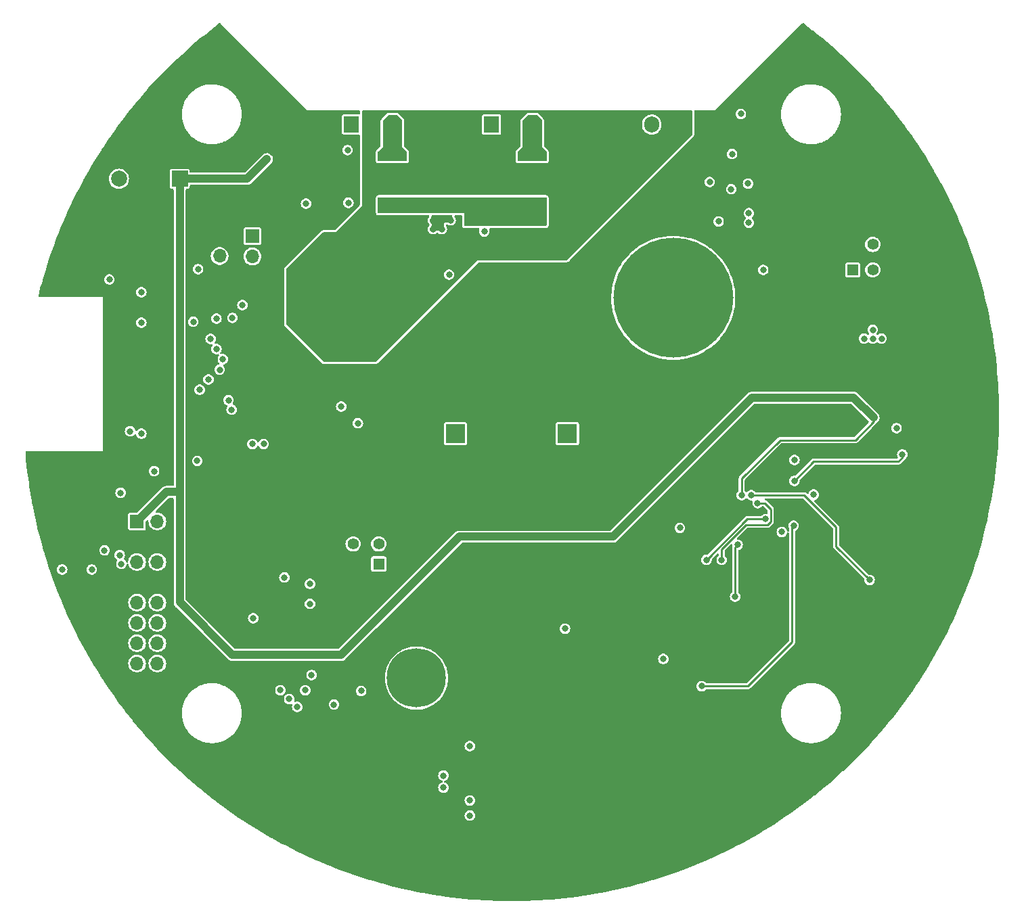
<source format=gbr>
%TF.GenerationSoftware,KiCad,Pcbnew,7.0.2-0*%
%TF.CreationDate,2023-06-29T11:19:38+08:00*%
%TF.ProjectId,H160_board,48313630-5f62-46f6-9172-642e6b696361,rev?*%
%TF.SameCoordinates,Original*%
%TF.FileFunction,Copper,L4,Bot*%
%TF.FilePolarity,Positive*%
%FSLAX46Y46*%
G04 Gerber Fmt 4.6, Leading zero omitted, Abs format (unit mm)*
G04 Created by KiCad (PCBNEW 7.0.2-0) date 2023-06-29 11:19:38*
%MOMM*%
%LPD*%
G01*
G04 APERTURE LIST*
%TA.AperFunction,ComponentPad*%
%ADD10R,1.400000X1.400000*%
%TD*%
%TA.AperFunction,ComponentPad*%
%ADD11C,1.400000*%
%TD*%
%TA.AperFunction,ComponentPad*%
%ADD12C,3.000000*%
%TD*%
%TA.AperFunction,ComponentPad*%
%ADD13R,2.400000X2.400000*%
%TD*%
%TA.AperFunction,ComponentPad*%
%ADD14C,2.400000*%
%TD*%
%TA.AperFunction,ComponentPad*%
%ADD15C,15.000000*%
%TD*%
%TA.AperFunction,ComponentPad*%
%ADD16C,4.100000*%
%TD*%
%TA.AperFunction,ConnectorPad*%
%ADD17C,7.400000*%
%TD*%
%TA.AperFunction,ComponentPad*%
%ADD18R,1.905000X2.000000*%
%TD*%
%TA.AperFunction,ComponentPad*%
%ADD19O,1.905000X2.000000*%
%TD*%
%TA.AperFunction,ComponentPad*%
%ADD20R,2.000000X2.000000*%
%TD*%
%TA.AperFunction,ComponentPad*%
%ADD21C,2.000000*%
%TD*%
%TA.AperFunction,ComponentPad*%
%ADD22R,1.700000X1.700000*%
%TD*%
%TA.AperFunction,ComponentPad*%
%ADD23O,1.700000X1.700000*%
%TD*%
%TA.AperFunction,ComponentPad*%
%ADD24C,0.500000*%
%TD*%
%TA.AperFunction,SMDPad,CuDef*%
%ADD25R,2.650000X3.000000*%
%TD*%
%TA.AperFunction,ViaPad*%
%ADD26C,0.800000*%
%TD*%
%TA.AperFunction,Conductor*%
%ADD27C,0.250000*%
%TD*%
%TA.AperFunction,Conductor*%
%ADD28C,1.000000*%
%TD*%
G04 APERTURE END LIST*
D10*
%TO.P,J6,1,VBUS*%
%TO.N,Net-(J6-VBUS)*%
X142700000Y-82000000D03*
D11*
%TO.P,J6,2,D-*%
%TO.N,Net-(J6-D-)*%
X145200000Y-82000000D03*
%TO.P,J6,3,D+*%
%TO.N,Net-(J6-D+)*%
X145200000Y-78800000D03*
%TO.P,J6,4,GND*%
%TO.N,GND*%
X142700000Y-78800000D03*
D12*
%TO.P,J6,5,Shield*%
X149970000Y-79290000D03*
X137930000Y-79290000D03*
%TD*%
D13*
%TO.P,C5,1*%
%TO.N,+VDC*%
X93000000Y-102500000D03*
D14*
%TO.P,C5,2*%
%TO.N,GND*%
X93000000Y-97500000D03*
%TD*%
D15*
%TO.P,H2,1,1*%
%TO.N,+VDC*%
X120250000Y-85500000D03*
%TD*%
D13*
%TO.P,C4,1*%
%TO.N,+VDC*%
X107000000Y-102500000D03*
D14*
%TO.P,C4,2*%
%TO.N,GND*%
X107000000Y-97500000D03*
%TD*%
D16*
%TO.P,H1,1,1*%
%TO.N,+VDC*%
X88131000Y-133092000D03*
D17*
X88131000Y-133092000D03*
%TD*%
D18*
%TO.P,Q3,1,G*%
%TO.N,/MOTOR_GATE_A*%
X97500000Y-63800000D03*
D19*
%TO.P,Q3,2,D*%
%TO.N,/MOTOR(-)*%
X100040000Y-63800000D03*
%TO.P,Q3,3,S*%
%TO.N,Net-(Q3-S)*%
X102580000Y-63800000D03*
%TD*%
D16*
%TO.P,H4,1,1*%
%TO.N,GND*%
X66907000Y-111879000D03*
D17*
X66907000Y-111879000D03*
%TD*%
D18*
%TO.P,Q4,1,G*%
%TO.N,/MOTOR_GATE_B*%
X80000000Y-63800000D03*
D19*
%TO.P,Q4,2,D*%
%TO.N,/MOTOR(-)*%
X82540000Y-63800000D03*
%TO.P,Q4,3,S*%
%TO.N,Net-(Q4-S)*%
X85080000Y-63800000D03*
%TD*%
D20*
%TO.P,BZ1,1,-*%
%TO.N,+12V*%
X58500000Y-70600000D03*
D21*
%TO.P,BZ1,2,+*%
%TO.N,Net-(BZ1-+)*%
X50900000Y-70600000D03*
%TD*%
D22*
%TO.P,J5,1,Pin_1*%
%TO.N,Net-(J5-Pin_1)*%
X67600000Y-77775000D03*
D23*
%TO.P,J5,2,Pin_2*%
%TO.N,/TRIGGER*%
X67600000Y-80315000D03*
%TD*%
D24*
%TO.P,U4,9,TPAD*%
%TO.N,GND*%
X77975000Y-71500000D03*
X77975000Y-70250000D03*
X77975000Y-69000000D03*
X76900000Y-71500000D03*
X76900000Y-70250000D03*
D25*
X76900000Y-70250000D03*
D24*
X76900000Y-69000000D03*
X75825000Y-71500000D03*
X75825000Y-70250000D03*
X75825000Y-69000000D03*
%TD*%
D22*
%TO.P,J4,1,Pin_1*%
%TO.N,+12V*%
X53160000Y-113480000D03*
D23*
%TO.P,J4,2,Pin_2*%
%TO.N,+3V3*%
X55700000Y-113480000D03*
%TO.P,J4,3,Pin_3*%
%TO.N,GND*%
X53160000Y-116020000D03*
%TO.P,J4,4,Pin_4*%
X55700000Y-116020000D03*
%TO.P,J4,5,Pin_5*%
%TO.N,/SCL*%
X53160000Y-118560000D03*
%TO.P,J4,6,Pin_6*%
%TO.N,/SDA*%
X55700000Y-118560000D03*
%TO.P,J4,7,Pin_7*%
%TO.N,GND*%
X53160000Y-121100000D03*
%TO.P,J4,8,Pin_8*%
X55700000Y-121100000D03*
%TO.P,J4,9,Pin_9*%
%TO.N,/ADC3*%
X53160000Y-123640000D03*
%TO.P,J4,10,Pin_10*%
%TO.N,/ADC2*%
X55700000Y-123640000D03*
%TO.P,J4,11,Pin_11*%
%TO.N,/MOSI*%
X53160000Y-126180000D03*
%TO.P,J4,12,Pin_12*%
%TO.N,/CS4*%
X55700000Y-126180000D03*
%TO.P,J4,13,Pin_13*%
%TO.N,/SCK*%
X53160000Y-128720000D03*
%TO.P,J4,14,Pin_14*%
%TO.N,/CS3*%
X55700000Y-128720000D03*
%TO.P,J4,15,Pin_15*%
%TO.N,/MISO*%
X53160000Y-131260000D03*
%TO.P,J4,16,Pin_16*%
%TO.N,/CS2*%
X55700000Y-131260000D03*
%TD*%
D10*
%TO.P,J1,1,VBUS*%
%TO.N,+5V*%
X83400000Y-118800000D03*
D11*
%TO.P,J1,2,D-*%
%TO.N,Net-(J1-D-)*%
X83400000Y-116300000D03*
%TO.P,J1,3,D+*%
%TO.N,Net-(J1-D+)*%
X80200000Y-116300000D03*
%TO.P,J1,4,GND*%
%TO.N,GND*%
X80200000Y-118800000D03*
D12*
%TO.P,J1,5,Shield*%
X80690000Y-111530000D03*
X80690000Y-123570000D03*
%TD*%
D22*
%TO.P,J2,1,Pin_1*%
%TO.N,GND*%
X63500000Y-77725000D03*
D23*
%TO.P,J2,2,Pin_2*%
%TO.N,/FT_BOOT*%
X63500000Y-80265000D03*
%TD*%
D15*
%TO.P,H3,1,1*%
%TO.N,/MOTOR(-)*%
X79750000Y-85500000D03*
%TD*%
D18*
%TO.P,Q6,1,G*%
%TO.N,/MOTOR(-)*%
X115000000Y-63800000D03*
D19*
%TO.P,Q6,2,D*%
%TO.N,+VDC*%
X117540000Y-63800000D03*
%TO.P,Q6,3,S*%
%TO.N,/MOTOR(-)*%
X120080000Y-63800000D03*
%TD*%
D26*
%TO.N,/BUZZER*%
X49700000Y-83200000D03*
X53700000Y-88600000D03*
%TO.N,/FT_RST*%
X52300000Y-102200000D03*
%TO.N,Net-(U7-AIN1)*%
X51200000Y-118800000D03*
X119000000Y-130700000D03*
%TO.N,/FT_BOOT*%
X66350000Y-86397500D03*
%TO.N,/FT_TX*%
X60200000Y-88500000D03*
%TO.N,/FT_RX*%
X53700000Y-84800000D03*
%TO.N,/FT_TX*%
X129700000Y-74900000D03*
%TO.N,/FT_BOOT*%
X129600000Y-71200000D03*
%TO.N,/FT_RST*%
X127500000Y-71900000D03*
%TO.N,/FT_RX*%
X124800000Y-71000000D03*
%TO.N,Net-(D3-K)*%
X127600000Y-67500000D03*
X129700000Y-76100000D03*
%TO.N,+5V*%
X125909993Y-75927367D03*
X128700000Y-62475000D03*
X131500000Y-82000000D03*
%TO.N,/ADC_INT*%
X53700000Y-102500000D03*
%TO.N,GND*%
X92400000Y-75800000D03*
X90200000Y-76900000D03*
X145800000Y-108500000D03*
X90200000Y-75800000D03*
X137000000Y-113500000D03*
X127400000Y-111600000D03*
X126200000Y-110200000D03*
X143400000Y-107100000D03*
X91300000Y-76900000D03*
X144100000Y-115600000D03*
X91300000Y-75800000D03*
X125000000Y-110200000D03*
X146500000Y-112900000D03*
X145800000Y-107100000D03*
X144600000Y-109800000D03*
X126200000Y-111600000D03*
X137900000Y-92500000D03*
X145300000Y-115600000D03*
X125000000Y-112900000D03*
X145300000Y-114300000D03*
X137900000Y-95800000D03*
X145800000Y-109900000D03*
X146500000Y-115700000D03*
X141200000Y-92500000D03*
X144100000Y-112900000D03*
X144600000Y-107100000D03*
X125000000Y-111600000D03*
X127400000Y-113000000D03*
X137000000Y-114600000D03*
X126200000Y-112900000D03*
X145300000Y-112900000D03*
X127400000Y-110200000D03*
X146500000Y-114300000D03*
X144600000Y-108500000D03*
X144100000Y-114300000D03*
X143400000Y-109800000D03*
X141200000Y-95800000D03*
X143400000Y-108500000D03*
%TO.N,Net-(Q2-D)*%
X127975000Y-122900000D03*
X128300000Y-116400000D03*
%TO.N,/CS1*%
X65000000Y-99500000D03*
X75000000Y-132700000D03*
%TO.N,/CS0*%
X91500000Y-146800000D03*
X64600000Y-98300000D03*
%TO.N,/MOSI*%
X61000000Y-97000000D03*
X71100000Y-134600000D03*
X74200000Y-134600000D03*
%TO.N,/SCK*%
X62100000Y-95710000D03*
X72200000Y-135700000D03*
%TO.N,/MISO*%
X63500000Y-94500000D03*
X73200000Y-136700000D03*
%TO.N,/CS2*%
X63900000Y-93170000D03*
%TO.N,/CS3*%
X63100000Y-91900000D03*
%TO.N,/CS4*%
X62370000Y-90630000D03*
%TO.N,Net-(Q1-G)*%
X131800000Y-113200000D03*
X124400000Y-118300000D03*
%TO.N,Net-(Q2-G)*%
X130800000Y-111200000D03*
X126300000Y-118300000D03*
%TO.N,Net-(Q3-S)*%
X103700000Y-67700000D03*
X102600000Y-67700000D03*
X101500000Y-67700000D03*
%TO.N,Net-(Q4-S)*%
X84000000Y-67700000D03*
X85100000Y-67700000D03*
X86200000Y-67700000D03*
%TO.N,+12V*%
X69400000Y-68150000D03*
X128800000Y-110200000D03*
X145300000Y-100500000D03*
%TO.N,+5V*%
X148175000Y-101800000D03*
%TO.N,Net-(U3-IP+)*%
X95600000Y-75800000D03*
X102200000Y-75800000D03*
X94500000Y-74700000D03*
X100000000Y-74700000D03*
X87700000Y-74400000D03*
X86400000Y-73400000D03*
X101100000Y-75800000D03*
X86400000Y-74400000D03*
X94500000Y-73600000D03*
X93400000Y-73600000D03*
X103300000Y-75800000D03*
X100000000Y-75800000D03*
X95600000Y-74700000D03*
X85100000Y-73400000D03*
X85100000Y-74400000D03*
X95600000Y-73600000D03*
X87700000Y-73400000D03*
X83800000Y-74400000D03*
X101100000Y-74700000D03*
X100000000Y-73600000D03*
X103300000Y-74700000D03*
X102200000Y-74700000D03*
X83800000Y-73400000D03*
%TO.N,/MOTOR(-)*%
X113400000Y-65400000D03*
%TO.N,/VCC1*%
X135400000Y-105800000D03*
X137800000Y-110129500D03*
%TO.N,/SDA*%
X47500000Y-119500000D03*
%TO.N,Net-(BT1-+)*%
X106700000Y-126900000D03*
X71600000Y-120500000D03*
%TO.N,+VDC*%
X121075000Y-114300000D03*
X133825000Y-114800000D03*
%TO.N,/MOTOR_PWM*%
X65100000Y-88000000D03*
X79500000Y-67000000D03*
%TO.N,/ADC_INT*%
X49100000Y-117100000D03*
%TO.N,/FB*%
X135400000Y-108400000D03*
X148900000Y-105100000D03*
%TO.N,+3V3*%
X67700000Y-125600000D03*
X81200000Y-134700000D03*
X91500000Y-145300000D03*
X144100000Y-90600000D03*
X79600000Y-73600000D03*
X96600000Y-77200000D03*
X94800000Y-150300000D03*
X145200000Y-90600000D03*
X43800000Y-119500000D03*
X60700000Y-105900000D03*
X55300000Y-107200000D03*
X74300000Y-73700000D03*
X60800000Y-81900000D03*
X51100000Y-109900000D03*
X94800000Y-141600000D03*
X94800000Y-148400000D03*
X146300000Y-90600000D03*
X145200000Y-89500000D03*
%TO.N,/SENSE+*%
X144800000Y-120800000D03*
X130000000Y-110200000D03*
%TO.N,/IRQ_ORIENT*%
X78700000Y-99100000D03*
X74800000Y-121300000D03*
X77800000Y-136400000D03*
X74800000Y-123800000D03*
X63100000Y-88100000D03*
X80800000Y-101200000D03*
%TO.N,Net-(U1-EN{slash}SYNC)*%
X123800000Y-134100000D03*
X135300000Y-114000000D03*
%TO.N,Net-(U7-AIN0)*%
X92200000Y-82600000D03*
X51000000Y-117700000D03*
%TO.N,Net-(J1-D-)*%
X69000000Y-103800000D03*
%TO.N,Net-(J1-D+)*%
X67600000Y-103800000D03*
%TD*%
D27*
%TO.N,Net-(Q2-D)*%
X128300000Y-116400000D02*
X127975000Y-116725000D01*
X127975000Y-116725000D02*
X127975000Y-122900000D01*
%TO.N,Net-(Q1-G)*%
X131800000Y-113200000D02*
X129500000Y-113200000D01*
X129500000Y-113200000D02*
X124400000Y-118300000D01*
%TO.N,Net-(Q2-G)*%
X131700000Y-111200000D02*
X132452000Y-111952000D01*
X126300000Y-116933158D02*
X126300000Y-118300000D01*
X132452000Y-111952000D02*
X132452000Y-113470068D01*
X132022068Y-113900000D02*
X129333158Y-113900000D01*
X129333158Y-113900000D02*
X126300000Y-116933158D01*
X132452000Y-113470068D02*
X132022068Y-113900000D01*
X130800000Y-111200000D02*
X131700000Y-111200000D01*
D28*
%TO.N,+12V*%
X58500000Y-123600000D02*
X65100000Y-130200000D01*
D27*
X133600000Y-103300000D02*
X128800000Y-108100000D01*
D28*
X93500000Y-115400000D02*
X78700000Y-130200000D01*
X130100000Y-98000000D02*
X112700000Y-115400000D01*
X142800000Y-98000000D02*
X130100000Y-98000000D01*
X56840000Y-109800000D02*
X53160000Y-113480000D01*
X78700000Y-130200000D02*
X65100000Y-130200000D01*
D27*
X145300000Y-101000000D02*
X143000000Y-103300000D01*
D28*
X145300000Y-100500000D02*
X142800000Y-98000000D01*
X112700000Y-115400000D02*
X93500000Y-115400000D01*
D27*
X128800000Y-108100000D02*
X128800000Y-110200000D01*
X143000000Y-103300000D02*
X133600000Y-103300000D01*
X145300000Y-100500000D02*
X145300000Y-101000000D01*
D28*
X56840000Y-109800000D02*
X58500000Y-109800000D01*
X66950000Y-70600000D02*
X69400000Y-68150000D01*
X58500000Y-109800000D02*
X58500000Y-70600000D01*
X58500000Y-70600000D02*
X66950000Y-70600000D01*
X58500000Y-123600000D02*
X58500000Y-109800000D01*
D27*
%TO.N,/FB*%
X135400000Y-108400000D02*
X137800000Y-106000000D01*
X148400000Y-106000000D02*
X148900000Y-105500000D01*
X137800000Y-106000000D02*
X148400000Y-106000000D01*
X148900000Y-105500000D02*
X148900000Y-105100000D01*
%TO.N,/SENSE+*%
X144800000Y-120800000D02*
X140600000Y-116600000D01*
X140600000Y-116600000D02*
X140600000Y-114200000D01*
X136600000Y-110200000D02*
X130000000Y-110200000D01*
X140600000Y-114200000D02*
X136600000Y-110200000D01*
%TO.N,Net-(U1-EN{slash}SYNC)*%
X129600000Y-134100000D02*
X135100000Y-128600000D01*
X135100000Y-128600000D02*
X135100000Y-114200000D01*
X135100000Y-114200000D02*
X135300000Y-114000000D01*
X123800000Y-134100000D02*
X129600000Y-134100000D01*
%TD*%
%TA.AperFunction,Conductor*%
%TO.N,GND*%
G36*
X63619743Y-51128104D02*
G01*
X63649579Y-51150204D01*
X74481917Y-61982624D01*
X74482153Y-61982976D01*
X74499617Y-62000383D01*
X74499898Y-62000499D01*
X74499999Y-62000541D01*
X74500000Y-62000541D01*
X74524952Y-62000541D01*
X74525158Y-62000500D01*
X80916898Y-62000500D01*
X80985019Y-62020502D01*
X81031512Y-62074158D01*
X81041615Y-62144429D01*
X81041615Y-62144432D01*
X81040500Y-62152186D01*
X81040500Y-62419500D01*
X81020498Y-62487621D01*
X80966842Y-62534114D01*
X80914500Y-62545500D01*
X79022431Y-62545500D01*
X78948199Y-62560265D01*
X78864015Y-62616515D01*
X78807766Y-62700698D01*
X78793000Y-62774933D01*
X78793000Y-64825068D01*
X78807765Y-64899300D01*
X78864015Y-64983484D01*
X78920265Y-65021068D01*
X78948199Y-65039734D01*
X79022433Y-65054500D01*
X80914500Y-65054499D01*
X80982621Y-65074501D01*
X81029114Y-65128157D01*
X81040500Y-65180499D01*
X81040500Y-73840322D01*
X81020498Y-73908443D01*
X81003595Y-73929417D01*
X77929417Y-77003595D01*
X77867105Y-77037621D01*
X77840322Y-77040500D01*
X76452190Y-77040500D01*
X76450534Y-77040588D01*
X76450523Y-77040589D01*
X76426135Y-77041895D01*
X76426098Y-77041897D01*
X76424455Y-77041986D01*
X76422777Y-77042166D01*
X76422769Y-77042167D01*
X76397672Y-77044865D01*
X76397660Y-77044866D01*
X76301040Y-77075122D01*
X76238725Y-77109149D01*
X76179598Y-77153412D01*
X71654620Y-81678391D01*
X71654601Y-81678410D01*
X71653411Y-81679601D01*
X71652282Y-81680857D01*
X71652278Y-81680862D01*
X71635985Y-81698999D01*
X71635971Y-81699014D01*
X71634853Y-81700260D01*
X71633790Y-81701578D01*
X71633790Y-81701579D01*
X71619151Y-81719743D01*
X71618010Y-81721115D01*
X71571012Y-81810962D01*
X71551012Y-81879077D01*
X71551011Y-81879081D01*
X71540500Y-81952190D01*
X71540500Y-82599999D01*
X71540500Y-88747810D01*
X71540588Y-88749466D01*
X71540589Y-88749476D01*
X71541895Y-88773864D01*
X71541897Y-88773898D01*
X71541986Y-88775545D01*
X71542166Y-88777225D01*
X71542167Y-88777230D01*
X71544865Y-88802328D01*
X71544866Y-88802339D01*
X71575122Y-88898959D01*
X71609149Y-88961274D01*
X71653412Y-89020401D01*
X73990412Y-91357400D01*
X76279601Y-93646589D01*
X76300260Y-93665147D01*
X76301577Y-93666208D01*
X76301586Y-93666216D01*
X76319740Y-93680846D01*
X76321118Y-93681991D01*
X76321239Y-93682054D01*
X76321241Y-93682056D01*
X76410960Y-93728987D01*
X76479081Y-93748989D01*
X76552190Y-93759500D01*
X76552193Y-93759500D01*
X83046132Y-93759500D01*
X83047810Y-93759500D01*
X83075545Y-93758014D01*
X83102328Y-93755135D01*
X83102336Y-93755134D01*
X83198961Y-93724877D01*
X83261273Y-93690851D01*
X83320399Y-93646589D01*
X91466986Y-85500000D01*
X112490556Y-85500000D01*
X112490636Y-85502239D01*
X112510245Y-86051299D01*
X112510246Y-86051313D01*
X112510326Y-86053552D01*
X112510566Y-86055788D01*
X112510567Y-86055796D01*
X112564267Y-86555282D01*
X112569536Y-86604284D01*
X112569935Y-86606501D01*
X112569937Y-86606508D01*
X112643450Y-87013963D01*
X112667884Y-87149388D01*
X112804868Y-87686088D01*
X112805574Y-87688209D01*
X112805576Y-87688216D01*
X112979082Y-88209520D01*
X112979088Y-88209538D01*
X112979791Y-88211648D01*
X112980644Y-88213707D01*
X112980648Y-88213718D01*
X113073217Y-88437200D01*
X113191761Y-88723390D01*
X113192762Y-88725390D01*
X113192764Y-88725394D01*
X113438689Y-89216690D01*
X113438699Y-89216708D01*
X113439699Y-89218706D01*
X113440840Y-89220629D01*
X113440846Y-89220640D01*
X113721191Y-89693137D01*
X113721202Y-89693155D01*
X113722340Y-89695072D01*
X113896216Y-89945500D01*
X114009279Y-90108343D01*
X114038245Y-90150061D01*
X114039648Y-90151802D01*
X114273679Y-90442218D01*
X114385803Y-90581355D01*
X114387319Y-90582984D01*
X114387324Y-90582989D01*
X114550061Y-90757780D01*
X114763245Y-90986755D01*
X114764869Y-90988267D01*
X115161345Y-91357401D01*
X115168645Y-91364197D01*
X115170383Y-91365597D01*
X115170387Y-91365601D01*
X115288121Y-91460477D01*
X115599939Y-91711755D01*
X116054928Y-92027660D01*
X116056851Y-92028801D01*
X116056862Y-92028808D01*
X116491781Y-92286857D01*
X116531294Y-92310301D01*
X116533301Y-92311305D01*
X116533309Y-92311310D01*
X116585031Y-92337200D01*
X117026610Y-92558239D01*
X117538352Y-92770209D01*
X118063912Y-92945132D01*
X118600612Y-93082116D01*
X119145716Y-93180464D01*
X119696448Y-93239674D01*
X120250000Y-93259444D01*
X120803552Y-93239674D01*
X121354284Y-93180464D01*
X121899388Y-93082116D01*
X122436088Y-92945132D01*
X122961648Y-92770209D01*
X123473390Y-92558239D01*
X123968706Y-92310301D01*
X124445072Y-92027660D01*
X124900061Y-91711755D01*
X125331355Y-91364197D01*
X125736755Y-90986755D01*
X126096838Y-90600000D01*
X143440693Y-90600000D01*
X143459850Y-90757780D01*
X143516212Y-90906394D01*
X143602198Y-91030965D01*
X143606502Y-91037201D01*
X143725471Y-91142599D01*
X143866207Y-91216463D01*
X144020529Y-91254500D01*
X144020531Y-91254500D01*
X144179469Y-91254500D01*
X144179471Y-91254500D01*
X144333793Y-91216463D01*
X144474529Y-91142599D01*
X144566448Y-91061164D01*
X144630699Y-91030965D01*
X144701080Y-91040296D01*
X144733549Y-91061163D01*
X144817053Y-91135142D01*
X144825472Y-91142600D01*
X144882631Y-91172599D01*
X144966207Y-91216463D01*
X145120529Y-91254500D01*
X145120531Y-91254500D01*
X145279469Y-91254500D01*
X145279471Y-91254500D01*
X145433793Y-91216463D01*
X145574529Y-91142599D01*
X145666448Y-91061164D01*
X145730699Y-91030965D01*
X145801080Y-91040296D01*
X145833549Y-91061163D01*
X145917053Y-91135142D01*
X145925472Y-91142600D01*
X145982631Y-91172599D01*
X146066207Y-91216463D01*
X146220529Y-91254500D01*
X146220531Y-91254500D01*
X146379469Y-91254500D01*
X146379471Y-91254500D01*
X146533793Y-91216463D01*
X146674529Y-91142599D01*
X146793498Y-91037201D01*
X146883787Y-90906395D01*
X146940149Y-90757782D01*
X146959307Y-90600000D01*
X146940149Y-90442218D01*
X146883787Y-90293605D01*
X146793498Y-90162799D01*
X146674529Y-90057401D01*
X146533793Y-89983537D01*
X146379471Y-89945500D01*
X146220529Y-89945500D01*
X146066207Y-89983537D01*
X146066206Y-89983537D01*
X146066204Y-89983538D01*
X145925472Y-90057400D01*
X145891523Y-90087476D01*
X145827270Y-90117675D01*
X145756889Y-90108343D01*
X145702727Y-90062442D01*
X145681979Y-89994544D01*
X145701232Y-89926208D01*
X145704256Y-89921615D01*
X145783787Y-89806395D01*
X145840149Y-89657782D01*
X145859307Y-89500000D01*
X145840149Y-89342218D01*
X145783787Y-89193605D01*
X145693498Y-89062799D01*
X145574529Y-88957401D01*
X145433793Y-88883537D01*
X145279471Y-88845500D01*
X145120529Y-88845500D01*
X144966207Y-88883537D01*
X144966206Y-88883537D01*
X144966204Y-88883538D01*
X144825472Y-88957400D01*
X144706501Y-89062799D01*
X144616212Y-89193605D01*
X144559850Y-89342219D01*
X144540693Y-89499999D01*
X144559850Y-89657780D01*
X144616212Y-89806394D01*
X144695724Y-89921586D01*
X144717960Y-89989010D01*
X144700213Y-90057753D01*
X144648118Y-90105989D01*
X144578216Y-90118403D01*
X144512698Y-90091054D01*
X144508475Y-90087475D01*
X144474529Y-90057401D01*
X144333793Y-89983537D01*
X144179471Y-89945500D01*
X144020529Y-89945500D01*
X143866207Y-89983537D01*
X143866206Y-89983537D01*
X143866204Y-89983538D01*
X143725472Y-90057400D01*
X143606501Y-90162799D01*
X143516212Y-90293605D01*
X143459850Y-90442219D01*
X143440693Y-90600000D01*
X126096838Y-90600000D01*
X126114197Y-90581355D01*
X126461755Y-90150061D01*
X126777660Y-89695072D01*
X127060301Y-89218706D01*
X127308239Y-88723390D01*
X127520209Y-88211648D01*
X127695132Y-87686088D01*
X127832116Y-87149388D01*
X127930464Y-86604284D01*
X127989674Y-86053552D01*
X128009444Y-85500000D01*
X127989674Y-84946448D01*
X127930464Y-84395716D01*
X127832116Y-83850612D01*
X127695132Y-83313912D01*
X127520209Y-82788352D01*
X127493996Y-82725068D01*
X141745500Y-82725068D01*
X141760265Y-82799300D01*
X141816515Y-82883484D01*
X141872765Y-82921068D01*
X141900699Y-82939734D01*
X141974933Y-82954500D01*
X143425066Y-82954499D01*
X143425068Y-82954499D01*
X143494499Y-82940689D01*
X143499301Y-82939734D01*
X143583484Y-82883484D01*
X143639734Y-82799301D01*
X143654500Y-82725067D01*
X143654499Y-82000000D01*
X144240881Y-82000000D01*
X144259310Y-82187115D01*
X144313889Y-82367037D01*
X144393759Y-82516461D01*
X144402523Y-82532857D01*
X144449128Y-82589647D01*
X144521800Y-82678199D01*
X144594472Y-82737837D01*
X144667143Y-82797477D01*
X144755776Y-82844852D01*
X144832962Y-82886110D01*
X145012884Y-82940689D01*
X145200000Y-82959118D01*
X145387115Y-82940689D01*
X145390266Y-82939733D01*
X145567037Y-82886110D01*
X145571950Y-82883484D01*
X145732857Y-82797477D01*
X145878199Y-82678199D01*
X145997477Y-82532857D01*
X146086109Y-82367039D01*
X146095161Y-82337201D01*
X146140689Y-82187115D01*
X146159118Y-82000000D01*
X146140689Y-81812884D01*
X146086110Y-81632962D01*
X146044852Y-81555776D01*
X145997477Y-81467143D01*
X145907414Y-81357400D01*
X145878199Y-81321800D01*
X145785225Y-81245500D01*
X145732857Y-81202523D01*
X145721409Y-81196403D01*
X145567037Y-81113889D01*
X145387115Y-81059310D01*
X145200000Y-81040881D01*
X145012884Y-81059310D01*
X144832962Y-81113889D01*
X144667144Y-81202522D01*
X144521800Y-81321800D01*
X144402522Y-81467144D01*
X144313889Y-81632962D01*
X144259310Y-81812884D01*
X144240881Y-82000000D01*
X143654499Y-82000000D01*
X143654499Y-81274934D01*
X143654499Y-81274933D01*
X143654499Y-81274931D01*
X143639734Y-81200699D01*
X143583484Y-81116515D01*
X143499301Y-81060266D01*
X143495450Y-81059500D01*
X143425067Y-81045500D01*
X143425066Y-81045500D01*
X141974931Y-81045500D01*
X141900699Y-81060265D01*
X141816515Y-81116515D01*
X141760266Y-81200698D01*
X141745500Y-81274933D01*
X141745500Y-82725068D01*
X127493996Y-82725068D01*
X127308239Y-82276610D01*
X127169778Y-82000000D01*
X130840693Y-82000000D01*
X130859850Y-82157780D01*
X130916212Y-82306394D01*
X130958073Y-82367039D01*
X131006502Y-82437201D01*
X131125471Y-82542599D01*
X131266207Y-82616463D01*
X131420529Y-82654500D01*
X131420531Y-82654500D01*
X131579469Y-82654500D01*
X131579471Y-82654500D01*
X131733793Y-82616463D01*
X131874529Y-82542599D01*
X131993498Y-82437201D01*
X132083787Y-82306395D01*
X132140149Y-82157782D01*
X132159307Y-82000000D01*
X132140149Y-81842218D01*
X132083787Y-81693605D01*
X131993498Y-81562799D01*
X131874529Y-81457401D01*
X131733793Y-81383537D01*
X131579471Y-81345500D01*
X131420529Y-81345500D01*
X131266207Y-81383537D01*
X131266206Y-81383537D01*
X131266204Y-81383538D01*
X131125472Y-81457400D01*
X131006501Y-81562799D01*
X130916212Y-81693605D01*
X130859850Y-81842219D01*
X130840693Y-82000000D01*
X127169778Y-82000000D01*
X127090798Y-81842219D01*
X127061310Y-81783309D01*
X127061305Y-81783301D01*
X127060301Y-81781294D01*
X126930662Y-81562799D01*
X126778808Y-81306862D01*
X126778801Y-81306851D01*
X126777660Y-81304928D01*
X126461755Y-80849939D01*
X126114197Y-80418645D01*
X125736755Y-80013245D01*
X125444010Y-79740689D01*
X125332989Y-79637324D01*
X125332984Y-79637319D01*
X125331355Y-79635803D01*
X125329618Y-79634403D01*
X125329612Y-79634398D01*
X124901802Y-79289648D01*
X124900061Y-79288245D01*
X124876744Y-79272056D01*
X124725491Y-79167039D01*
X124445072Y-78972340D01*
X124443155Y-78971202D01*
X124443137Y-78971191D01*
X124154610Y-78800000D01*
X144240881Y-78800000D01*
X144259310Y-78987115D01*
X144313889Y-79167037D01*
X144370024Y-79272056D01*
X144402523Y-79332857D01*
X144441059Y-79379814D01*
X144521800Y-79478199D01*
X144569953Y-79517716D01*
X144667143Y-79597477D01*
X144736217Y-79634398D01*
X144832962Y-79686110D01*
X145012884Y-79740689D01*
X145200000Y-79759118D01*
X145387115Y-79740689D01*
X145387114Y-79740689D01*
X145567037Y-79686110D01*
X145576474Y-79681066D01*
X145732857Y-79597477D01*
X145878199Y-79478199D01*
X145997477Y-79332857D01*
X146086109Y-79167039D01*
X146140689Y-78987115D01*
X146159118Y-78800000D01*
X146140689Y-78612885D01*
X146089083Y-78442764D01*
X146086110Y-78432962D01*
X146044852Y-78355776D01*
X145997477Y-78267143D01*
X145937837Y-78194471D01*
X145878199Y-78121800D01*
X145782470Y-78043239D01*
X145732857Y-78002523D01*
X145695661Y-77982641D01*
X145567037Y-77913889D01*
X145387115Y-77859310D01*
X145200000Y-77840881D01*
X145012884Y-77859310D01*
X144832962Y-77913889D01*
X144667144Y-78002522D01*
X144521800Y-78121800D01*
X144402522Y-78267144D01*
X144313889Y-78432962D01*
X144259310Y-78612884D01*
X144240881Y-78800000D01*
X124154610Y-78800000D01*
X123970640Y-78690846D01*
X123970629Y-78690840D01*
X123968706Y-78689699D01*
X123966708Y-78688699D01*
X123966690Y-78688689D01*
X123475394Y-78442764D01*
X123475390Y-78442762D01*
X123473390Y-78441761D01*
X123320560Y-78378457D01*
X122963718Y-78230648D01*
X122963707Y-78230644D01*
X122961648Y-78229791D01*
X122959538Y-78229088D01*
X122959520Y-78229082D01*
X122438216Y-78055576D01*
X122438209Y-78055574D01*
X122436088Y-78054868D01*
X122414237Y-78049291D01*
X122153104Y-77982641D01*
X121899388Y-77917884D01*
X121897193Y-77917488D01*
X121897184Y-77917486D01*
X121356508Y-77819937D01*
X121356501Y-77819935D01*
X121354284Y-77819536D01*
X121352044Y-77819295D01*
X121352036Y-77819294D01*
X120805796Y-77760567D01*
X120805788Y-77760566D01*
X120803552Y-77760326D01*
X120801313Y-77760246D01*
X120801299Y-77760245D01*
X120252240Y-77740636D01*
X120250000Y-77740556D01*
X120247760Y-77740636D01*
X119698700Y-77760245D01*
X119698684Y-77760246D01*
X119696448Y-77760326D01*
X119694213Y-77760566D01*
X119694203Y-77760567D01*
X119147963Y-77819294D01*
X119147951Y-77819295D01*
X119145716Y-77819536D01*
X119143502Y-77819935D01*
X119143491Y-77819937D01*
X118602815Y-77917486D01*
X118602800Y-77917489D01*
X118600612Y-77917884D01*
X118598443Y-77918437D01*
X118598441Y-77918438D01*
X118066085Y-78054313D01*
X118066075Y-78054315D01*
X118063912Y-78054868D01*
X118061798Y-78055571D01*
X118061783Y-78055576D01*
X117540479Y-78229082D01*
X117540452Y-78229091D01*
X117538352Y-78229791D01*
X117536301Y-78230640D01*
X117536281Y-78230648D01*
X117028676Y-78440905D01*
X117028670Y-78440907D01*
X117026610Y-78441761D01*
X117024619Y-78442757D01*
X117024605Y-78442764D01*
X116533309Y-78688689D01*
X116533279Y-78688705D01*
X116531294Y-78689699D01*
X116529382Y-78690833D01*
X116529359Y-78690846D01*
X116056862Y-78971191D01*
X116056831Y-78971210D01*
X116054928Y-78972340D01*
X116053081Y-78973621D01*
X116053080Y-78973623D01*
X115601774Y-79286970D01*
X115601756Y-79286982D01*
X115599939Y-79288245D01*
X115598210Y-79289637D01*
X115598197Y-79289648D01*
X115170387Y-79634398D01*
X115170367Y-79634415D01*
X115168645Y-79635803D01*
X115167029Y-79637307D01*
X115167010Y-79637324D01*
X114764869Y-80011732D01*
X114764854Y-80011746D01*
X114763245Y-80013245D01*
X114761746Y-80014854D01*
X114761732Y-80014869D01*
X114387324Y-80417010D01*
X114387307Y-80417029D01*
X114385803Y-80418645D01*
X114384415Y-80420367D01*
X114384398Y-80420387D01*
X114039648Y-80848197D01*
X114039637Y-80848210D01*
X114038245Y-80849939D01*
X114036982Y-80851756D01*
X114036970Y-80851774D01*
X113743167Y-81274931D01*
X113722340Y-81304928D01*
X113721210Y-81306831D01*
X113721191Y-81306862D01*
X113440846Y-81779359D01*
X113440833Y-81779382D01*
X113439699Y-81781294D01*
X113438705Y-81783279D01*
X113438689Y-81783309D01*
X113192764Y-82274605D01*
X113192757Y-82274619D01*
X113191761Y-82276610D01*
X113190907Y-82278670D01*
X113190905Y-82278676D01*
X112980648Y-82786281D01*
X112980640Y-82786301D01*
X112979791Y-82788352D01*
X112979091Y-82790452D01*
X112979082Y-82790479D01*
X112805576Y-83311783D01*
X112805571Y-83311798D01*
X112804868Y-83313912D01*
X112804315Y-83316075D01*
X112804313Y-83316085D01*
X112676600Y-83816461D01*
X112667884Y-83850612D01*
X112667489Y-83852800D01*
X112667486Y-83852815D01*
X112569937Y-84393491D01*
X112569536Y-84395716D01*
X112569295Y-84397951D01*
X112569294Y-84397963D01*
X112517773Y-84877179D01*
X112510326Y-84946448D01*
X112510246Y-84948684D01*
X112510245Y-84948700D01*
X112492181Y-85454500D01*
X112490556Y-85500000D01*
X91466986Y-85500000D01*
X95870581Y-81096404D01*
X95932893Y-81062379D01*
X95959676Y-81059500D01*
X106846107Y-81059500D01*
X106847810Y-81059500D01*
X106875553Y-81058013D01*
X106902337Y-81055133D01*
X106998961Y-81024877D01*
X107061270Y-80990853D01*
X107120397Y-80946591D01*
X107284779Y-80782175D01*
X107289611Y-80777174D01*
X107289610Y-80777174D01*
X107289783Y-80776996D01*
X107408334Y-80651781D01*
X107475774Y-80580552D01*
X107480576Y-80575750D01*
X107679748Y-80387140D01*
X107684719Y-80382268D01*
X107684902Y-80382089D01*
X112139624Y-75927366D01*
X125250686Y-75927366D01*
X125269843Y-76085147D01*
X125326205Y-76233761D01*
X125405677Y-76348895D01*
X125416495Y-76364568D01*
X125535464Y-76469966D01*
X125676200Y-76543830D01*
X125830522Y-76581867D01*
X125830524Y-76581867D01*
X125989462Y-76581867D01*
X125989464Y-76581867D01*
X126143786Y-76543830D01*
X126284522Y-76469966D01*
X126403491Y-76364568D01*
X126493780Y-76233762D01*
X126544510Y-76100000D01*
X129040693Y-76100000D01*
X129059850Y-76257780D01*
X129116212Y-76406394D01*
X129116213Y-76406395D01*
X129206502Y-76537201D01*
X129325471Y-76642599D01*
X129466207Y-76716463D01*
X129620529Y-76754500D01*
X129620531Y-76754500D01*
X129779469Y-76754500D01*
X129779471Y-76754500D01*
X129933793Y-76716463D01*
X130074529Y-76642599D01*
X130193498Y-76537201D01*
X130283787Y-76406395D01*
X130340149Y-76257782D01*
X130359307Y-76100000D01*
X130340149Y-75942218D01*
X130283787Y-75793605D01*
X130193498Y-75662799D01*
X130116191Y-75594310D01*
X130078467Y-75534168D01*
X130079247Y-75463176D01*
X130116191Y-75405689D01*
X130193498Y-75337201D01*
X130283787Y-75206395D01*
X130340149Y-75057782D01*
X130359307Y-74900000D01*
X130340149Y-74742218D01*
X130283787Y-74593605D01*
X130193498Y-74462799D01*
X130074529Y-74357401D01*
X129933793Y-74283537D01*
X129779471Y-74245500D01*
X129620529Y-74245500D01*
X129466207Y-74283537D01*
X129466206Y-74283537D01*
X129466204Y-74283538D01*
X129325472Y-74357400D01*
X129206501Y-74462799D01*
X129116212Y-74593605D01*
X129059850Y-74742219D01*
X129040693Y-74900000D01*
X129059850Y-75057780D01*
X129116212Y-75206394D01*
X129206501Y-75337200D01*
X129283807Y-75405688D01*
X129321532Y-75465833D01*
X129320752Y-75536825D01*
X129283807Y-75594312D01*
X129206501Y-75662799D01*
X129116212Y-75793605D01*
X129059850Y-75942219D01*
X129040693Y-76100000D01*
X126544510Y-76100000D01*
X126550142Y-76085149D01*
X126569300Y-75927367D01*
X126550142Y-75769585D01*
X126493780Y-75620972D01*
X126403491Y-75490166D01*
X126284522Y-75384768D01*
X126143786Y-75310904D01*
X125989464Y-75272867D01*
X125830522Y-75272867D01*
X125676200Y-75310904D01*
X125676199Y-75310904D01*
X125676197Y-75310905D01*
X125535465Y-75384767D01*
X125416494Y-75490166D01*
X125326205Y-75620972D01*
X125269843Y-75769586D01*
X125250686Y-75927366D01*
X112139624Y-75927366D01*
X116166989Y-71900000D01*
X126840693Y-71900000D01*
X126859850Y-72057780D01*
X126916212Y-72206394D01*
X126916213Y-72206395D01*
X127006502Y-72337201D01*
X127125471Y-72442599D01*
X127266207Y-72516463D01*
X127420529Y-72554500D01*
X127420531Y-72554500D01*
X127579469Y-72554500D01*
X127579471Y-72554500D01*
X127733793Y-72516463D01*
X127874529Y-72442599D01*
X127993498Y-72337201D01*
X128083787Y-72206395D01*
X128140149Y-72057782D01*
X128159307Y-71900000D01*
X128140149Y-71742218D01*
X128083787Y-71593605D01*
X127993498Y-71462799D01*
X127874529Y-71357401D01*
X127790665Y-71313386D01*
X127733795Y-71283538D01*
X127733794Y-71283537D01*
X127733793Y-71283537D01*
X127579471Y-71245500D01*
X127420529Y-71245500D01*
X127266207Y-71283537D01*
X127266206Y-71283537D01*
X127266204Y-71283538D01*
X127125472Y-71357400D01*
X127006501Y-71462799D01*
X126916212Y-71593605D01*
X126859850Y-71742219D01*
X126840693Y-71900000D01*
X116166989Y-71900000D01*
X117066989Y-71000000D01*
X124140693Y-71000000D01*
X124159850Y-71157780D01*
X124216212Y-71306394D01*
X124289369Y-71412379D01*
X124306502Y-71437201D01*
X124425471Y-71542599D01*
X124566207Y-71616463D01*
X124720529Y-71654500D01*
X124720531Y-71654500D01*
X124879469Y-71654500D01*
X124879471Y-71654500D01*
X125033793Y-71616463D01*
X125174529Y-71542599D01*
X125293498Y-71437201D01*
X125383787Y-71306395D01*
X125424138Y-71199999D01*
X128940693Y-71199999D01*
X128959850Y-71357780D01*
X129016212Y-71506394D01*
X129098126Y-71625066D01*
X129106502Y-71637201D01*
X129225471Y-71742599D01*
X129366207Y-71816463D01*
X129520529Y-71854500D01*
X129520531Y-71854500D01*
X129679469Y-71854500D01*
X129679471Y-71854500D01*
X129833793Y-71816463D01*
X129974529Y-71742599D01*
X130093498Y-71637201D01*
X130183787Y-71506395D01*
X130240149Y-71357782D01*
X130259307Y-71200000D01*
X130240149Y-71042218D01*
X130183787Y-70893605D01*
X130093498Y-70762799D01*
X129974529Y-70657401D01*
X129833793Y-70583537D01*
X129679471Y-70545500D01*
X129520529Y-70545500D01*
X129366207Y-70583537D01*
X129366206Y-70583537D01*
X129366204Y-70583538D01*
X129225472Y-70657400D01*
X129106501Y-70762799D01*
X129016212Y-70893605D01*
X128959850Y-71042219D01*
X128940693Y-71199999D01*
X125424138Y-71199999D01*
X125440149Y-71157782D01*
X125459307Y-71000000D01*
X125440149Y-70842218D01*
X125383787Y-70693605D01*
X125293498Y-70562799D01*
X125174529Y-70457401D01*
X125033793Y-70383537D01*
X124879471Y-70345500D01*
X124720529Y-70345500D01*
X124566207Y-70383537D01*
X124566206Y-70383537D01*
X124566204Y-70383538D01*
X124425472Y-70457400D01*
X124306501Y-70562799D01*
X124216212Y-70693605D01*
X124159850Y-70842219D01*
X124140693Y-71000000D01*
X117066989Y-71000000D01*
X120566989Y-67499999D01*
X126940693Y-67499999D01*
X126959850Y-67657780D01*
X127016212Y-67806394D01*
X127059798Y-67869538D01*
X127106502Y-67937201D01*
X127225471Y-68042599D01*
X127366207Y-68116463D01*
X127520529Y-68154500D01*
X127520531Y-68154500D01*
X127679469Y-68154500D01*
X127679471Y-68154500D01*
X127833793Y-68116463D01*
X127974529Y-68042599D01*
X128093498Y-67937201D01*
X128183787Y-67806395D01*
X128240149Y-67657782D01*
X128259307Y-67500000D01*
X128240149Y-67342218D01*
X128183787Y-67193605D01*
X128093498Y-67062799D01*
X127974529Y-66957401D01*
X127833793Y-66883537D01*
X127679471Y-66845500D01*
X127520529Y-66845500D01*
X127366207Y-66883537D01*
X127366206Y-66883537D01*
X127366204Y-66883538D01*
X127225472Y-66957400D01*
X127106501Y-67062799D01*
X127016212Y-67193605D01*
X126959850Y-67342219D01*
X126940693Y-67499999D01*
X120566989Y-67499999D01*
X120760594Y-67306394D01*
X122746589Y-65320399D01*
X122765147Y-65299740D01*
X122780883Y-65280213D01*
X122781992Y-65278879D01*
X122782052Y-65278762D01*
X122782056Y-65278759D01*
X122828987Y-65189040D01*
X122848989Y-65120919D01*
X122859500Y-65047810D01*
X122859500Y-62475000D01*
X128040693Y-62475000D01*
X128059850Y-62632780D01*
X128116212Y-62781394D01*
X128197888Y-62899721D01*
X128206502Y-62912201D01*
X128325471Y-63017599D01*
X128466207Y-63091463D01*
X128620529Y-63129500D01*
X128620531Y-63129500D01*
X128779469Y-63129500D01*
X128779471Y-63129500D01*
X128933793Y-63091463D01*
X129074529Y-63017599D01*
X129193498Y-62912201D01*
X129283787Y-62781395D01*
X129340149Y-62632782D01*
X129353479Y-62523000D01*
X133721680Y-62523000D01*
X133721842Y-62526194D01*
X133721842Y-62526195D01*
X133730397Y-62694897D01*
X133729969Y-62696683D01*
X133730648Y-62703248D01*
X133731154Y-62709817D01*
X133731810Y-62722747D01*
X133731972Y-62729131D01*
X133731972Y-62732433D01*
X133732381Y-62734018D01*
X133740784Y-62899721D01*
X133740785Y-62899737D01*
X133740947Y-62902919D01*
X133741430Y-62906075D01*
X133741431Y-62906080D01*
X133767468Y-63076037D01*
X133767145Y-63078437D01*
X133769037Y-63087491D01*
X133770247Y-63094183D01*
X133772270Y-63107390D01*
X133773054Y-63113498D01*
X133773098Y-63113931D01*
X133773396Y-63114733D01*
X133798552Y-63278940D01*
X133799350Y-63282022D01*
X133843211Y-63451427D01*
X133843114Y-63454425D01*
X133846671Y-63465567D01*
X133848617Y-63472303D01*
X133852196Y-63486126D01*
X133852858Y-63488960D01*
X133853009Y-63489267D01*
X133893902Y-63647204D01*
X133895009Y-63650193D01*
X133956841Y-63817145D01*
X133957087Y-63820706D01*
X133962676Y-63833495D01*
X133965376Y-63840191D01*
X134018173Y-63982749D01*
X134026019Y-64003932D01*
X134027426Y-64006800D01*
X134027428Y-64006805D01*
X134107170Y-64169369D01*
X134107872Y-64173450D01*
X134115797Y-64187453D01*
X134119263Y-64194023D01*
X134193549Y-64345464D01*
X134292636Y-64504435D01*
X134293899Y-64508966D01*
X134304357Y-64523676D01*
X134308594Y-64530036D01*
X134392698Y-64664970D01*
X134394771Y-64668295D01*
X134396728Y-64670823D01*
X134511314Y-64818857D01*
X134513228Y-64823748D01*
X134526334Y-64838660D01*
X134531329Y-64844714D01*
X134625004Y-64965733D01*
X134627620Y-64969112D01*
X134629816Y-64971422D01*
X134760924Y-65109348D01*
X134763575Y-65114509D01*
X134779389Y-65129147D01*
X134785124Y-65134806D01*
X134880094Y-65234714D01*
X134889709Y-65244829D01*
X134892124Y-65246902D01*
X134892128Y-65246906D01*
X135038853Y-65372865D01*
X135042308Y-65378187D01*
X135060812Y-65392073D01*
X135067258Y-65397250D01*
X135178346Y-65492616D01*
X135180968Y-65494441D01*
X135180972Y-65494444D01*
X135342212Y-65606670D01*
X135346524Y-65612034D01*
X135367616Y-65624699D01*
X135374725Y-65629299D01*
X135490571Y-65709931D01*
X135667846Y-65808326D01*
X135673050Y-65813602D01*
X135696560Y-65824606D01*
X135704296Y-65828558D01*
X135820380Y-65892990D01*
X135820388Y-65892994D01*
X135823179Y-65894543D01*
X135826099Y-65895796D01*
X135826103Y-65895798D01*
X136012353Y-65975724D01*
X136018469Y-65980782D01*
X136044204Y-65989734D01*
X136052497Y-65992951D01*
X136172758Y-66044559D01*
X136372139Y-66107115D01*
X136379169Y-66111818D01*
X136406846Y-66118350D01*
X136415625Y-66120759D01*
X136535720Y-66158439D01*
X136538833Y-66159078D01*
X136538838Y-66159080D01*
X136595220Y-66170666D01*
X136743459Y-66201130D01*
X136751381Y-66205338D01*
X136780683Y-66209132D01*
X136789854Y-66210665D01*
X136908340Y-66235015D01*
X137122437Y-66256786D01*
X137131216Y-66260363D01*
X137161800Y-66261151D01*
X137171306Y-66261756D01*
X137283599Y-66273175D01*
X137283600Y-66273175D01*
X137286796Y-66273500D01*
X137289996Y-66273500D01*
X137505121Y-66273500D01*
X137514701Y-66276313D01*
X137546185Y-66273876D01*
X137555910Y-66273500D01*
X137664004Y-66273500D01*
X137667204Y-66273500D01*
X137887521Y-66251096D01*
X137897820Y-66253015D01*
X137929757Y-66247195D01*
X137939580Y-66245802D01*
X138045660Y-66235015D01*
X138265646Y-66189806D01*
X138276575Y-66190714D01*
X138308559Y-66181404D01*
X138318398Y-66178965D01*
X138418280Y-66158439D01*
X138538375Y-66120759D01*
X138635558Y-66090268D01*
X138647014Y-66090056D01*
X138678612Y-66077206D01*
X138688356Y-66073702D01*
X138781242Y-66044559D01*
X138993393Y-65953517D01*
X139005249Y-65952091D01*
X139036012Y-65935711D01*
X139045530Y-65931143D01*
X139130821Y-65894543D01*
X139335420Y-65780981D01*
X139347535Y-65778258D01*
X139377024Y-65758417D01*
X139386215Y-65752788D01*
X139463429Y-65709931D01*
X139658077Y-65574451D01*
X139670299Y-65570368D01*
X139698083Y-65547190D01*
X139706818Y-65540527D01*
X139775654Y-65492616D01*
X139957984Y-65336090D01*
X139970156Y-65330599D01*
X139995829Y-65304256D01*
X140003978Y-65296605D01*
X140064291Y-65244829D01*
X140232022Y-65068376D01*
X140243978Y-65061448D01*
X140267151Y-65032171D01*
X140274626Y-65023557D01*
X140326380Y-64969112D01*
X140477324Y-64774107D01*
X140488887Y-64765738D01*
X140509208Y-64733791D01*
X140515887Y-64724288D01*
X140559229Y-64668295D01*
X140691341Y-64456339D01*
X140702337Y-64446541D01*
X140719485Y-64412235D01*
X140725252Y-64401935D01*
X140760451Y-64345464D01*
X140871835Y-64118392D01*
X140882085Y-64107203D01*
X140895770Y-64070903D01*
X140900547Y-64059859D01*
X140927981Y-64003932D01*
X141016919Y-63763790D01*
X141026250Y-63751265D01*
X141036239Y-63713336D01*
X141039929Y-63701661D01*
X141060098Y-63647204D01*
X141125065Y-63396284D01*
X141133313Y-63382491D01*
X141139414Y-63343321D01*
X141141936Y-63331126D01*
X141154648Y-63282030D01*
X141154650Y-63282022D01*
X141155448Y-63278940D01*
X141213053Y-62902919D01*
X141232320Y-62523000D01*
X141213053Y-62143081D01*
X141155448Y-61767060D01*
X141141934Y-61714867D01*
X141139414Y-61702680D01*
X141134147Y-61668865D01*
X141125067Y-61649723D01*
X141060098Y-61398796D01*
X141039928Y-61344335D01*
X141036238Y-61332662D01*
X141027593Y-61299835D01*
X141016921Y-61282215D01*
X140927981Y-61042068D01*
X140900535Y-60986116D01*
X140895768Y-60975096D01*
X140883889Y-60943587D01*
X140871835Y-60927607D01*
X140761862Y-60703412D01*
X140761859Y-60703408D01*
X140760451Y-60700536D01*
X140737387Y-60663533D01*
X140725267Y-60644088D01*
X140719491Y-60633773D01*
X140704562Y-60603906D01*
X140691341Y-60589659D01*
X140561301Y-60381030D01*
X140559229Y-60377705D01*
X140515887Y-60321711D01*
X140509210Y-60312212D01*
X140491470Y-60284323D01*
X140477323Y-60271891D01*
X140328332Y-60079410D01*
X140326380Y-60076888D01*
X140274625Y-60022442D01*
X140267156Y-60013835D01*
X140246876Y-59988211D01*
X140232020Y-59977622D01*
X140193072Y-59936649D01*
X140068301Y-59805389D01*
X140066484Y-59803478D01*
X140066483Y-59803477D01*
X140064291Y-59801171D01*
X140061876Y-59799098D01*
X140061871Y-59799093D01*
X140003998Y-59749411D01*
X139995836Y-59741749D01*
X139973306Y-59718632D01*
X139957982Y-59709908D01*
X139915144Y-59673133D01*
X139775654Y-59553384D01*
X139773034Y-59551560D01*
X139773027Y-59551555D01*
X139706829Y-59505480D01*
X139698094Y-59498817D01*
X139673643Y-59478419D01*
X139658076Y-59471547D01*
X139463429Y-59336069D01*
X139460643Y-59334522D01*
X139460634Y-59334517D01*
X139386225Y-59293217D01*
X139377035Y-59287588D01*
X139351017Y-59270082D01*
X139335420Y-59265018D01*
X139222056Y-59202096D01*
X139130821Y-59151457D01*
X139127894Y-59150200D01*
X139127886Y-59150197D01*
X139045552Y-59114864D01*
X139036026Y-59110294D01*
X139008811Y-59095804D01*
X138993393Y-59092482D01*
X138784165Y-59002695D01*
X138784158Y-59002692D01*
X138781242Y-59001441D01*
X138778215Y-59000491D01*
X138778190Y-59000482D01*
X138688380Y-58972304D01*
X138678633Y-58968800D01*
X138650602Y-58957400D01*
X138635560Y-58955733D01*
X138421312Y-58888512D01*
X138421306Y-58888510D01*
X138418280Y-58887561D01*
X138415176Y-58886923D01*
X138415168Y-58886921D01*
X138318417Y-58867038D01*
X138308569Y-58864596D01*
X138280129Y-58856318D01*
X138265648Y-58856193D01*
X138048788Y-58811627D01*
X138048772Y-58811624D01*
X138045660Y-58810985D01*
X138042501Y-58810663D01*
X138042470Y-58810659D01*
X137939618Y-58800200D01*
X137929778Y-58798806D01*
X137901302Y-58793617D01*
X137887524Y-58794904D01*
X137670383Y-58772823D01*
X137670377Y-58772822D01*
X137667204Y-58772500D01*
X137555901Y-58772500D01*
X137546177Y-58772124D01*
X137518051Y-58769946D01*
X137505121Y-58772500D01*
X137286796Y-58772500D01*
X137283623Y-58772822D01*
X137283616Y-58772823D01*
X137171326Y-58784242D01*
X137161823Y-58784846D01*
X137134420Y-58785551D01*
X137122438Y-58789213D01*
X136911512Y-58810662D01*
X136911503Y-58810663D01*
X136908340Y-58810985D01*
X136905230Y-58811623D01*
X136905211Y-58811627D01*
X136789893Y-58835326D01*
X136780709Y-58836862D01*
X136754387Y-58840270D01*
X136743460Y-58844868D01*
X136538835Y-58886920D01*
X136538819Y-58886924D01*
X136535720Y-58887561D01*
X136532689Y-58888511D01*
X136532681Y-58888514D01*
X136415631Y-58925238D01*
X136406855Y-58927647D01*
X136381942Y-58933526D01*
X136372142Y-58938882D01*
X136175810Y-59000482D01*
X136175784Y-59000491D01*
X136172758Y-59001441D01*
X136169846Y-59002690D01*
X136169826Y-59002698D01*
X136052516Y-59053040D01*
X136044225Y-59056256D01*
X136021005Y-59064333D01*
X136012354Y-59070275D01*
X135826103Y-59150201D01*
X135826083Y-59150210D01*
X135823179Y-59151457D01*
X135820398Y-59153000D01*
X135820395Y-59153002D01*
X135704303Y-59217438D01*
X135696570Y-59221388D01*
X135675310Y-59231338D01*
X135667846Y-59237673D01*
X135493365Y-59334517D01*
X135493347Y-59334528D01*
X135490571Y-59336069D01*
X135487958Y-59337887D01*
X135487935Y-59337902D01*
X135374745Y-59416685D01*
X135367631Y-59421290D01*
X135348516Y-59432768D01*
X135342213Y-59439328D01*
X135180972Y-59551555D01*
X135180956Y-59551567D01*
X135178346Y-59553384D01*
X135067251Y-59648756D01*
X135060816Y-59653923D01*
X135044020Y-59666526D01*
X135038854Y-59673133D01*
X134892129Y-59799093D01*
X134892123Y-59799098D01*
X134889709Y-59801171D01*
X134887530Y-59803463D01*
X134887504Y-59803488D01*
X134785124Y-59911192D01*
X134779392Y-59916849D01*
X134765007Y-59930163D01*
X134760925Y-59936649D01*
X134629825Y-60074567D01*
X134629813Y-60074580D01*
X134627620Y-60076888D01*
X134625675Y-60079400D01*
X134625667Y-60079410D01*
X134531335Y-60201278D01*
X134526340Y-60207331D01*
X134514398Y-60220918D01*
X134511315Y-60227141D01*
X134396728Y-60375176D01*
X134396722Y-60375183D01*
X134394771Y-60377705D01*
X134393083Y-60380411D01*
X134393083Y-60380413D01*
X134308603Y-60515948D01*
X134304370Y-60522302D01*
X134294816Y-60535741D01*
X134292637Y-60541563D01*
X134195245Y-60697814D01*
X134195239Y-60697823D01*
X134193549Y-60700536D01*
X134192143Y-60703401D01*
X134192137Y-60703413D01*
X134119261Y-60851981D01*
X134115795Y-60858550D01*
X134108559Y-60871334D01*
X134107171Y-60876628D01*
X134027424Y-61039202D01*
X134027424Y-61039203D01*
X134026019Y-61042068D01*
X134024916Y-61045044D01*
X134024910Y-61045060D01*
X133965378Y-61205803D01*
X133962679Y-61212495D01*
X133957567Y-61224193D01*
X133956841Y-61228853D01*
X133918395Y-61332662D01*
X133893902Y-61398796D01*
X133893107Y-61401866D01*
X133893104Y-61401876D01*
X133853009Y-61556732D01*
X133852879Y-61556949D01*
X133852195Y-61559875D01*
X133848617Y-61573693D01*
X133846673Y-61580424D01*
X133843422Y-61590606D01*
X133843212Y-61594572D01*
X133799349Y-61763978D01*
X133799345Y-61763996D01*
X133798552Y-61767060D01*
X133798071Y-61770197D01*
X133798069Y-61770209D01*
X133773396Y-61931265D01*
X133773120Y-61931852D01*
X133773054Y-61932500D01*
X133772270Y-61938614D01*
X133770248Y-61951812D01*
X133769038Y-61958499D01*
X133767311Y-61966762D01*
X133767468Y-61969960D01*
X133741431Y-62139918D01*
X133741431Y-62139919D01*
X133740947Y-62143081D01*
X133740785Y-62146260D01*
X133740784Y-62146278D01*
X133732381Y-62311980D01*
X133731972Y-62313150D01*
X133731972Y-62316868D01*
X133731810Y-62323253D01*
X133731154Y-62336181D01*
X133730649Y-62342747D01*
X133730033Y-62348702D01*
X133730397Y-62351101D01*
X133724884Y-62459817D01*
X133721680Y-62523000D01*
X129353479Y-62523000D01*
X129359307Y-62475000D01*
X129340149Y-62317218D01*
X129283787Y-62168605D01*
X129193498Y-62037799D01*
X129074529Y-61932401D01*
X128933793Y-61858537D01*
X128779471Y-61820500D01*
X128620529Y-61820500D01*
X128466207Y-61858537D01*
X128466206Y-61858537D01*
X128466204Y-61858538D01*
X128325472Y-61932400D01*
X128206501Y-62037799D01*
X128116212Y-62168605D01*
X128059850Y-62317219D01*
X128040693Y-62475000D01*
X122859500Y-62475000D01*
X122859500Y-62126500D01*
X122859500Y-62126499D01*
X122879502Y-62058379D01*
X122933158Y-62011886D01*
X122985500Y-62000500D01*
X125474745Y-62000500D01*
X125475406Y-62000632D01*
X125499998Y-62000542D01*
X125499998Y-62000541D01*
X125500000Y-62000542D01*
X125500172Y-62000469D01*
X125500383Y-62000383D01*
X125500383Y-62000381D01*
X125518372Y-61982368D01*
X125518458Y-61982239D01*
X125542187Y-61958499D01*
X136347474Y-51148037D01*
X136409776Y-51113999D01*
X136480593Y-51119047D01*
X136513110Y-51137010D01*
X137660915Y-52014459D01*
X137663387Y-52016399D01*
X138257829Y-52495351D01*
X138873374Y-52991306D01*
X138875853Y-52993355D01*
X140060614Y-53998871D01*
X140063039Y-54000984D01*
X141221661Y-55036334D01*
X141224032Y-55038507D01*
X142355929Y-56103167D01*
X142358233Y-56105391D01*
X142854558Y-56596705D01*
X143369415Y-57106364D01*
X143465222Y-57201341D01*
X143467414Y-57203568D01*
X144386544Y-58161086D01*
X144546100Y-58327590D01*
X144548223Y-58329861D01*
X145010620Y-58836862D01*
X145395597Y-59258974D01*
X145405707Y-59270082D01*
X145597804Y-59481127D01*
X145599857Y-59483439D01*
X146387452Y-60392568D01*
X146619634Y-60661182D01*
X146621617Y-60663533D01*
X147358756Y-61559653D01*
X147610945Y-61867010D01*
X147612857Y-61869399D01*
X148305825Y-62757067D01*
X148571054Y-63097782D01*
X148572894Y-63100205D01*
X149226306Y-63982749D01*
X149499365Y-64352727D01*
X149501133Y-64355184D01*
X150118192Y-65234714D01*
X150395271Y-65631030D01*
X150396966Y-65633517D01*
X150980050Y-66511459D01*
X151258165Y-66931824D01*
X151259787Y-66934340D01*
X151810962Y-67812054D01*
X152087483Y-68254261D01*
X152089032Y-68256803D01*
X152609886Y-69135245D01*
X152882698Y-69597493D01*
X152884173Y-69600060D01*
X153376027Y-70480046D01*
X153564341Y-70818678D01*
X153643271Y-70960611D01*
X153644662Y-70963184D01*
X153769203Y-71199999D01*
X154108519Y-71845215D01*
X154368715Y-72342745D01*
X154370042Y-72345355D01*
X154770977Y-73157401D01*
X154806443Y-73229232D01*
X154822915Y-73262799D01*
X155058571Y-73743019D01*
X155059824Y-73745647D01*
X155469582Y-74631855D01*
X155712369Y-75160484D01*
X155713547Y-75163128D01*
X156097255Y-76051868D01*
X156329674Y-76594190D01*
X156330777Y-76596848D01*
X156688838Y-77488028D01*
X156910098Y-78043239D01*
X156911127Y-78045909D01*
X157243856Y-78939309D01*
X157453242Y-79506634D01*
X157454197Y-79509314D01*
X157761929Y-80404847D01*
X157958772Y-80983468D01*
X157959653Y-80986156D01*
X158242688Y-81883740D01*
X158426340Y-82472732D01*
X158427147Y-82475426D01*
X158685717Y-83374853D01*
X158855653Y-83973492D01*
X158856386Y-83976189D01*
X159090682Y-84877179D01*
X159246418Y-85484714D01*
X159247078Y-85487413D01*
X159457229Y-86389492D01*
X159598393Y-87005474D01*
X159598981Y-87008174D01*
X159785172Y-87911119D01*
X159795659Y-87962954D01*
X159911337Y-88534724D01*
X159911852Y-88537421D01*
X160074235Y-89440927D01*
X160185044Y-90071457D01*
X160185488Y-90074150D01*
X160324209Y-90977939D01*
X160419344Y-91614694D01*
X160419714Y-91617370D01*
X160431907Y-91713029D01*
X160534898Y-92521082D01*
X160614082Y-93163464D01*
X160614383Y-93166144D01*
X160706136Y-94069285D01*
X160769122Y-94716647D01*
X160769353Y-94719318D01*
X160837792Y-95621446D01*
X160884375Y-96273379D01*
X160884536Y-96276037D01*
X160929783Y-97176757D01*
X160959751Y-97832410D01*
X160959844Y-97835055D01*
X160982023Y-98734059D01*
X160995214Y-99392961D01*
X160995239Y-99395591D01*
X160994467Y-100292251D01*
X160990735Y-100953872D01*
X160990693Y-100956486D01*
X160967097Y-101850466D01*
X160946317Y-102514153D01*
X160946209Y-102516748D01*
X160899919Y-103407614D01*
X160861991Y-104072806D01*
X160861817Y-104075381D01*
X160792959Y-104962754D01*
X160737819Y-105628674D01*
X160737582Y-105631227D01*
X160646292Y-106514672D01*
X160573863Y-107181007D01*
X160573562Y-107183537D01*
X160460010Y-108062366D01*
X160370244Y-108728604D01*
X160369880Y-108731109D01*
X160234214Y-109604951D01*
X160126902Y-110271669D01*
X159969072Y-111141236D01*
X159928493Y-111357780D01*
X159844353Y-111806782D01*
X159664697Y-112670507D01*
X159522622Y-113334142D01*
X159321326Y-114191522D01*
X159161915Y-114852777D01*
X158939156Y-115703377D01*
X158762479Y-116361644D01*
X158518442Y-117205042D01*
X158324559Y-117859830D01*
X158059488Y-118695419D01*
X157848444Y-119346331D01*
X157562585Y-120173573D01*
X157334438Y-120820195D01*
X157028013Y-121638654D01*
X156782917Y-122280351D01*
X156456100Y-123089734D01*
X156194213Y-123725926D01*
X155847280Y-124525697D01*
X155568705Y-125155987D01*
X155201899Y-125945722D01*
X154906839Y-126569514D01*
X154520404Y-127348805D01*
X154208992Y-127965707D01*
X153803313Y-128733895D01*
X153475642Y-129343601D01*
X153050948Y-130100362D01*
X152707314Y-130702211D01*
X152263869Y-131447170D01*
X151904454Y-132040753D01*
X151442604Y-132773416D01*
X151067625Y-133358293D01*
X150587635Y-134078310D01*
X150197364Y-134653980D01*
X149699591Y-135360890D01*
X149294215Y-135927005D01*
X148779056Y-136620314D01*
X148358794Y-137176499D01*
X147826532Y-137855890D01*
X147391734Y-138401618D01*
X146842705Y-139066718D01*
X146393640Y-139601601D01*
X145828244Y-140251975D01*
X145365164Y-140775659D01*
X144783739Y-141410966D01*
X144307007Y-141922995D01*
X143709981Y-142542815D01*
X143219808Y-143042914D01*
X142607558Y-143646896D01*
X142104353Y-144134608D01*
X141477216Y-144722457D01*
X141439263Y-144757400D01*
X140961353Y-145197386D01*
X140319761Y-145768730D01*
X139791458Y-146230640D01*
X139135921Y-146785058D01*
X138595573Y-147233566D01*
X137926440Y-147770799D01*
X137890931Y-147798766D01*
X137374390Y-148205591D01*
X136692166Y-148725263D01*
X136128724Y-149146064D01*
X135433857Y-149647863D01*
X134859447Y-150054325D01*
X134152276Y-150538034D01*
X133567352Y-150929809D01*
X132848364Y-151395119D01*
X132253283Y-151771946D01*
X131522947Y-152218574D01*
X130918100Y-152580188D01*
X130176854Y-153007881D01*
X129562685Y-153353996D01*
X128811042Y-153762480D01*
X128187884Y-154092890D01*
X127426381Y-154481892D01*
X126794649Y-154796355D01*
X126023755Y-155165656D01*
X125383857Y-155463953D01*
X124604040Y-155813342D01*
X123956495Y-156095213D01*
X123168249Y-156424488D01*
X122513424Y-156689758D01*
X121717198Y-156998740D01*
X121055695Y-157247158D01*
X120251957Y-157535675D01*
X119584099Y-157767110D01*
X119536191Y-157782939D01*
X118773544Y-158034924D01*
X118099672Y-158249243D01*
X117282754Y-158496218D01*
X116603461Y-158693220D01*
X115780622Y-158919232D01*
X115096430Y-159098760D01*
X114268148Y-159303682D01*
X113579396Y-159465638D01*
X112746383Y-159649301D01*
X112053559Y-159793565D01*
X111216204Y-159955892D01*
X110519849Y-160082345D01*
X109678668Y-160223239D01*
X109132398Y-160308023D01*
X108979208Y-160331799D01*
X108134881Y-160451152D01*
X107432687Y-160541755D01*
X106585705Y-160639504D01*
X105881362Y-160712068D01*
X105032161Y-160788168D01*
X104326194Y-160842637D01*
X103475362Y-160897035D01*
X102768190Y-160933377D01*
X102027089Y-160961791D01*
X101916286Y-160966039D01*
X101591851Y-160974375D01*
X101208360Y-160984228D01*
X100355915Y-160995134D01*
X99647749Y-160995156D01*
X98795342Y-160984301D01*
X98087370Y-160966154D01*
X97235525Y-160933546D01*
X96528279Y-160897243D01*
X95677494Y-160842900D01*
X95235012Y-160808786D01*
X94971467Y-160788468D01*
X94122293Y-160712423D01*
X93417967Y-160639904D01*
X92570937Y-160542200D01*
X91868764Y-160451643D01*
X91024419Y-160332339D01*
X90857190Y-160306394D01*
X90324885Y-160223810D01*
X89483810Y-160082986D01*
X89013650Y-159997638D01*
X88787383Y-159956564D01*
X88687963Y-159937297D01*
X87950027Y-159794288D01*
X87257230Y-159650073D01*
X86424164Y-159466451D01*
X85969092Y-159359472D01*
X85735393Y-159304533D01*
X85249160Y-159184267D01*
X84907176Y-159099680D01*
X84222894Y-158920173D01*
X83400054Y-158694214D01*
X82720811Y-158497271D01*
X81903810Y-158250324D01*
X81229973Y-158036062D01*
X80419392Y-157768294D01*
X80415980Y-157767112D01*
X80370713Y-157751428D01*
X79751492Y-157536890D01*
X78947761Y-157248430D01*
X78911488Y-157234810D01*
X78286214Y-157000041D01*
X77879620Y-156842287D01*
X77489966Y-156691105D01*
X76835188Y-156425899D01*
X76046876Y-156096652D01*
X75399334Y-155814830D01*
X75082919Y-155673086D01*
X74619446Y-155465464D01*
X74293774Y-155313672D01*
X73979639Y-155167257D01*
X73208617Y-154797953D01*
X72576932Y-154483560D01*
X71815379Y-154094590D01*
X71192133Y-153764182D01*
X70440635Y-153355836D01*
X70020852Y-153119301D01*
X69826252Y-153009650D01*
X69085072Y-152582052D01*
X68480232Y-152220493D01*
X67749826Y-151773885D01*
X67154697Y-151397075D01*
X66435748Y-150931853D01*
X65850753Y-150540082D01*
X65499715Y-150300000D01*
X94140693Y-150300000D01*
X94159850Y-150457780D01*
X94216212Y-150606394D01*
X94216213Y-150606395D01*
X94306502Y-150737201D01*
X94425471Y-150842599D01*
X94566207Y-150916463D01*
X94720529Y-150954500D01*
X94720531Y-150954500D01*
X94879469Y-150954500D01*
X94879471Y-150954500D01*
X95033793Y-150916463D01*
X95174529Y-150842599D01*
X95293498Y-150737201D01*
X95383787Y-150606395D01*
X95440149Y-150457782D01*
X95459307Y-150300000D01*
X95440149Y-150142218D01*
X95383787Y-149993605D01*
X95293498Y-149862799D01*
X95174529Y-149757401D01*
X95033793Y-149683537D01*
X94879471Y-149645500D01*
X94720529Y-149645500D01*
X94566207Y-149683537D01*
X94566206Y-149683537D01*
X94566204Y-149683538D01*
X94425472Y-149757400D01*
X94306501Y-149862799D01*
X94216212Y-149993605D01*
X94159850Y-150142219D01*
X94140693Y-150300000D01*
X65499715Y-150300000D01*
X65143555Y-150056415D01*
X64569149Y-149650010D01*
X64562903Y-149645500D01*
X63874213Y-149148224D01*
X63310806Y-148727502D01*
X62880807Y-148400000D01*
X94140693Y-148400000D01*
X94159850Y-148557780D01*
X94216212Y-148706394D01*
X94229237Y-148725263D01*
X94306502Y-148837201D01*
X94425471Y-148942599D01*
X94566207Y-149016463D01*
X94720529Y-149054500D01*
X94720531Y-149054500D01*
X94879469Y-149054500D01*
X94879471Y-149054500D01*
X95033793Y-149016463D01*
X95174529Y-148942599D01*
X95293498Y-148837201D01*
X95383787Y-148706395D01*
X95440149Y-148557782D01*
X95459307Y-148400000D01*
X95440149Y-148242218D01*
X95383787Y-148093605D01*
X95293498Y-147962799D01*
X95174529Y-147857401D01*
X95033793Y-147783537D01*
X94879471Y-147745500D01*
X94720529Y-147745500D01*
X94566207Y-147783537D01*
X94566206Y-147783537D01*
X94566204Y-147783538D01*
X94425472Y-147857400D01*
X94306501Y-147962799D01*
X94216212Y-148093605D01*
X94159850Y-148242219D01*
X94140693Y-148400000D01*
X62880807Y-148400000D01*
X62628518Y-148207848D01*
X62309520Y-147956637D01*
X62076465Y-147773106D01*
X61632201Y-147416461D01*
X61407275Y-147235896D01*
X61072171Y-146957780D01*
X60882062Y-146800000D01*
X90840693Y-146800000D01*
X90859850Y-146957780D01*
X90916212Y-147106394D01*
X91005616Y-147235917D01*
X91006502Y-147237201D01*
X91125471Y-147342599D01*
X91266207Y-147416463D01*
X91420529Y-147454500D01*
X91420531Y-147454500D01*
X91579469Y-147454500D01*
X91579471Y-147454500D01*
X91733793Y-147416463D01*
X91874529Y-147342599D01*
X91993498Y-147237201D01*
X92083787Y-147106395D01*
X92140149Y-146957782D01*
X92159307Y-146800000D01*
X92140149Y-146642218D01*
X92083787Y-146493605D01*
X91993498Y-146362799D01*
X91874529Y-146257401D01*
X91733793Y-146183537D01*
X91688355Y-146172337D01*
X91627004Y-146136615D01*
X91594702Y-146073392D01*
X91601710Y-146002742D01*
X91645801Y-145947096D01*
X91688354Y-145927662D01*
X91733793Y-145916463D01*
X91874529Y-145842599D01*
X91993498Y-145737201D01*
X92083787Y-145606395D01*
X92140149Y-145457782D01*
X92159307Y-145300000D01*
X92140149Y-145142218D01*
X92083787Y-144993605D01*
X91993498Y-144862799D01*
X91874529Y-144757401D01*
X91733793Y-144683537D01*
X91579471Y-144645500D01*
X91420529Y-144645500D01*
X91266207Y-144683537D01*
X91266206Y-144683537D01*
X91266204Y-144683538D01*
X91125472Y-144757400D01*
X91006501Y-144862799D01*
X90916212Y-144993605D01*
X90859850Y-145142219D01*
X90840693Y-145299999D01*
X90859850Y-145457780D01*
X90916212Y-145606394D01*
X90916213Y-145606395D01*
X91006502Y-145737201D01*
X91125471Y-145842599D01*
X91266207Y-145916463D01*
X91311642Y-145927661D01*
X91372996Y-145963385D01*
X91405297Y-146026608D01*
X91398289Y-146097258D01*
X91354197Y-146152904D01*
X91311643Y-146172337D01*
X91266207Y-146183537D01*
X91266206Y-146183537D01*
X91266204Y-146183538D01*
X91125472Y-146257400D01*
X91006501Y-146362799D01*
X90916212Y-146493605D01*
X90859850Y-146642219D01*
X90840693Y-146800000D01*
X60882062Y-146800000D01*
X60866875Y-146787396D01*
X60211346Y-146233053D01*
X59682953Y-145771121D01*
X59041403Y-145199884D01*
X58525434Y-144724915D01*
X57898327Y-144137165D01*
X57395062Y-143649454D01*
X57172308Y-143429735D01*
X56782755Y-143045488D01*
X56458022Y-142714218D01*
X56292598Y-142545464D01*
X55695537Y-141925684D01*
X55539188Y-141757780D01*
X55392266Y-141600000D01*
X94140693Y-141600000D01*
X94159850Y-141757780D01*
X94216212Y-141906394D01*
X94216213Y-141906395D01*
X94306502Y-142037201D01*
X94425471Y-142142599D01*
X94566207Y-142216463D01*
X94720529Y-142254500D01*
X94720531Y-142254500D01*
X94879469Y-142254500D01*
X94879471Y-142254500D01*
X95033793Y-142216463D01*
X95174529Y-142142599D01*
X95293498Y-142037201D01*
X95383787Y-141906395D01*
X95440149Y-141757782D01*
X95459307Y-141600000D01*
X95440149Y-141442218D01*
X95383787Y-141293605D01*
X95293498Y-141162799D01*
X95174529Y-141057401D01*
X95033793Y-140983537D01*
X94879471Y-140945500D01*
X94720529Y-140945500D01*
X94566207Y-140983537D01*
X94566206Y-140983537D01*
X94566204Y-140983538D01*
X94425472Y-141057400D01*
X94306501Y-141162799D01*
X94216212Y-141293605D01*
X94159850Y-141442219D01*
X94140693Y-141600000D01*
X55392266Y-141600000D01*
X55218754Y-141413664D01*
X54637252Y-140778348D01*
X54627748Y-140767602D01*
X54174229Y-140254792D01*
X54171780Y-140251975D01*
X53608721Y-139604368D01*
X53159696Y-139069598D01*
X52642352Y-138442960D01*
X52610535Y-138404420D01*
X52175787Y-137858820D01*
X51876616Y-137477000D01*
X58767680Y-137477000D01*
X58767842Y-137480194D01*
X58767842Y-137480195D01*
X58776397Y-137648897D01*
X58775969Y-137650683D01*
X58776648Y-137657248D01*
X58777154Y-137663817D01*
X58777810Y-137676747D01*
X58777972Y-137683131D01*
X58777972Y-137686433D01*
X58778381Y-137688018D01*
X58786784Y-137853721D01*
X58786785Y-137853737D01*
X58786947Y-137856919D01*
X58787430Y-137860075D01*
X58787431Y-137860080D01*
X58813468Y-138030037D01*
X58813145Y-138032437D01*
X58815037Y-138041491D01*
X58816247Y-138048183D01*
X58818270Y-138061390D01*
X58819054Y-138067498D01*
X58819098Y-138067931D01*
X58819396Y-138068733D01*
X58844552Y-138232940D01*
X58845350Y-138236022D01*
X58889211Y-138405427D01*
X58889114Y-138408425D01*
X58892671Y-138419567D01*
X58894617Y-138426303D01*
X58898196Y-138440126D01*
X58898858Y-138442960D01*
X58899009Y-138443267D01*
X58939902Y-138601204D01*
X58941009Y-138604193D01*
X59002841Y-138771145D01*
X59003087Y-138774706D01*
X59008676Y-138787495D01*
X59011376Y-138794191D01*
X59072019Y-138957932D01*
X59073426Y-138960800D01*
X59073428Y-138960805D01*
X59153170Y-139123369D01*
X59153872Y-139127450D01*
X59161797Y-139141453D01*
X59165263Y-139148023D01*
X59239549Y-139299464D01*
X59338636Y-139458435D01*
X59339899Y-139462966D01*
X59350357Y-139477676D01*
X59354594Y-139484036D01*
X59438698Y-139618970D01*
X59440771Y-139622295D01*
X59442728Y-139624823D01*
X59557314Y-139772857D01*
X59559228Y-139777748D01*
X59572334Y-139792660D01*
X59577329Y-139798714D01*
X59671667Y-139920589D01*
X59673620Y-139923112D01*
X59675816Y-139925422D01*
X59806924Y-140063348D01*
X59809575Y-140068509D01*
X59825389Y-140083147D01*
X59831124Y-140088806D01*
X59935709Y-140198829D01*
X59938124Y-140200902D01*
X59938128Y-140200906D01*
X60084853Y-140326865D01*
X60088308Y-140332187D01*
X60106812Y-140346073D01*
X60113258Y-140351250D01*
X60224346Y-140446616D01*
X60226968Y-140448441D01*
X60226972Y-140448444D01*
X60388212Y-140560670D01*
X60392524Y-140566034D01*
X60413616Y-140578699D01*
X60420725Y-140583299D01*
X60536571Y-140663931D01*
X60713846Y-140762326D01*
X60719050Y-140767602D01*
X60742560Y-140778606D01*
X60750296Y-140782558D01*
X60866380Y-140846990D01*
X60866388Y-140846994D01*
X60869179Y-140848543D01*
X60872099Y-140849796D01*
X60872103Y-140849798D01*
X61058353Y-140929724D01*
X61064469Y-140934782D01*
X61090204Y-140943734D01*
X61098497Y-140946951D01*
X61218758Y-140998559D01*
X61418139Y-141061115D01*
X61425169Y-141065818D01*
X61452846Y-141072350D01*
X61461625Y-141074759D01*
X61581720Y-141112439D01*
X61584833Y-141113078D01*
X61584838Y-141113080D01*
X61641220Y-141124666D01*
X61789459Y-141155130D01*
X61797381Y-141159338D01*
X61826683Y-141163132D01*
X61835854Y-141164665D01*
X61954340Y-141189015D01*
X62168437Y-141210786D01*
X62177216Y-141214363D01*
X62207800Y-141215151D01*
X62217306Y-141215756D01*
X62329599Y-141227175D01*
X62329600Y-141227175D01*
X62332796Y-141227500D01*
X62335996Y-141227500D01*
X62551121Y-141227500D01*
X62560701Y-141230313D01*
X62592185Y-141227876D01*
X62601910Y-141227500D01*
X62710004Y-141227500D01*
X62713204Y-141227500D01*
X62933521Y-141205096D01*
X62943820Y-141207015D01*
X62975757Y-141201195D01*
X62985580Y-141199802D01*
X63091660Y-141189015D01*
X63311646Y-141143806D01*
X63322575Y-141144714D01*
X63354559Y-141135404D01*
X63364398Y-141132965D01*
X63464280Y-141112439D01*
X63584375Y-141074759D01*
X63681558Y-141044268D01*
X63693014Y-141044056D01*
X63724612Y-141031206D01*
X63734356Y-141027702D01*
X63827242Y-140998559D01*
X64039393Y-140907517D01*
X64051249Y-140906091D01*
X64082012Y-140889711D01*
X64091530Y-140885143D01*
X64176821Y-140848543D01*
X64381420Y-140734981D01*
X64393535Y-140732258D01*
X64423024Y-140712417D01*
X64432215Y-140706788D01*
X64509429Y-140663931D01*
X64704077Y-140528451D01*
X64716299Y-140524368D01*
X64744083Y-140501190D01*
X64752818Y-140494527D01*
X64821654Y-140446616D01*
X65003984Y-140290090D01*
X65016156Y-140284599D01*
X65041829Y-140258256D01*
X65049978Y-140250605D01*
X65110291Y-140198829D01*
X65278022Y-140022376D01*
X65289978Y-140015448D01*
X65313151Y-139986171D01*
X65320626Y-139977557D01*
X65372380Y-139923112D01*
X65523324Y-139728107D01*
X65534887Y-139719738D01*
X65555208Y-139687791D01*
X65561887Y-139678288D01*
X65605229Y-139622295D01*
X65737341Y-139410339D01*
X65748337Y-139400541D01*
X65765485Y-139366235D01*
X65771252Y-139355935D01*
X65806451Y-139299464D01*
X65917835Y-139072392D01*
X65928085Y-139061203D01*
X65941770Y-139024903D01*
X65946547Y-139013859D01*
X65973981Y-138957932D01*
X66062919Y-138717790D01*
X66072250Y-138705265D01*
X66082239Y-138667336D01*
X66085929Y-138655661D01*
X66106098Y-138601204D01*
X66171065Y-138350284D01*
X66179313Y-138336491D01*
X66185414Y-138297321D01*
X66187936Y-138285126D01*
X66200648Y-138236030D01*
X66200650Y-138236022D01*
X66201448Y-138232940D01*
X66259053Y-137856919D01*
X66278320Y-137477000D01*
X133721680Y-137477000D01*
X133721842Y-137480194D01*
X133721842Y-137480195D01*
X133730397Y-137648897D01*
X133729969Y-137650683D01*
X133730648Y-137657248D01*
X133731154Y-137663817D01*
X133731810Y-137676747D01*
X133731972Y-137683131D01*
X133731972Y-137686433D01*
X133732381Y-137688018D01*
X133740784Y-137853721D01*
X133740785Y-137853737D01*
X133740947Y-137856919D01*
X133741430Y-137860075D01*
X133741431Y-137860080D01*
X133767468Y-138030037D01*
X133767145Y-138032437D01*
X133769037Y-138041491D01*
X133770247Y-138048183D01*
X133772270Y-138061390D01*
X133773054Y-138067498D01*
X133773098Y-138067931D01*
X133773396Y-138068733D01*
X133798552Y-138232940D01*
X133799350Y-138236022D01*
X133843211Y-138405427D01*
X133843114Y-138408425D01*
X133846671Y-138419567D01*
X133848617Y-138426303D01*
X133852196Y-138440126D01*
X133852858Y-138442960D01*
X133853009Y-138443267D01*
X133893902Y-138601204D01*
X133895009Y-138604193D01*
X133956841Y-138771145D01*
X133957087Y-138774706D01*
X133962676Y-138787495D01*
X133965376Y-138794191D01*
X134026019Y-138957932D01*
X134027426Y-138960800D01*
X134027428Y-138960805D01*
X134107170Y-139123369D01*
X134107872Y-139127450D01*
X134115797Y-139141453D01*
X134119263Y-139148023D01*
X134193549Y-139299464D01*
X134292636Y-139458435D01*
X134293899Y-139462966D01*
X134304357Y-139477676D01*
X134308594Y-139484036D01*
X134392698Y-139618970D01*
X134394771Y-139622295D01*
X134396728Y-139624823D01*
X134511314Y-139772857D01*
X134513228Y-139777748D01*
X134526334Y-139792660D01*
X134531329Y-139798714D01*
X134625667Y-139920589D01*
X134627620Y-139923112D01*
X134629816Y-139925422D01*
X134760924Y-140063348D01*
X134763575Y-140068509D01*
X134779389Y-140083147D01*
X134785124Y-140088806D01*
X134889709Y-140198829D01*
X134892124Y-140200902D01*
X134892128Y-140200906D01*
X135038853Y-140326865D01*
X135042308Y-140332187D01*
X135060812Y-140346073D01*
X135067258Y-140351250D01*
X135178346Y-140446616D01*
X135180968Y-140448441D01*
X135180972Y-140448444D01*
X135342212Y-140560670D01*
X135346524Y-140566034D01*
X135367616Y-140578699D01*
X135374725Y-140583299D01*
X135490571Y-140663931D01*
X135667846Y-140762326D01*
X135673050Y-140767602D01*
X135696560Y-140778606D01*
X135704296Y-140782558D01*
X135820380Y-140846990D01*
X135820388Y-140846994D01*
X135823179Y-140848543D01*
X135826099Y-140849796D01*
X135826103Y-140849798D01*
X136012353Y-140929724D01*
X136018469Y-140934782D01*
X136044204Y-140943734D01*
X136052497Y-140946951D01*
X136172758Y-140998559D01*
X136372139Y-141061115D01*
X136379169Y-141065818D01*
X136406846Y-141072350D01*
X136415625Y-141074759D01*
X136535720Y-141112439D01*
X136538833Y-141113078D01*
X136538838Y-141113080D01*
X136595220Y-141124666D01*
X136743459Y-141155130D01*
X136751381Y-141159338D01*
X136780683Y-141163132D01*
X136789854Y-141164665D01*
X136908340Y-141189015D01*
X137122437Y-141210786D01*
X137131216Y-141214363D01*
X137161800Y-141215151D01*
X137171306Y-141215756D01*
X137283599Y-141227175D01*
X137283600Y-141227175D01*
X137286796Y-141227500D01*
X137289996Y-141227500D01*
X137505121Y-141227500D01*
X137514701Y-141230313D01*
X137546185Y-141227876D01*
X137555910Y-141227500D01*
X137664004Y-141227500D01*
X137667204Y-141227500D01*
X137887521Y-141205096D01*
X137897820Y-141207015D01*
X137929757Y-141201195D01*
X137939580Y-141199802D01*
X138045660Y-141189015D01*
X138265646Y-141143806D01*
X138276575Y-141144714D01*
X138308559Y-141135404D01*
X138318398Y-141132965D01*
X138418280Y-141112439D01*
X138538375Y-141074759D01*
X138635558Y-141044268D01*
X138647014Y-141044056D01*
X138678612Y-141031206D01*
X138688356Y-141027702D01*
X138781242Y-140998559D01*
X138993393Y-140907517D01*
X139005249Y-140906091D01*
X139036012Y-140889711D01*
X139045530Y-140885143D01*
X139130821Y-140848543D01*
X139335420Y-140734981D01*
X139347535Y-140732258D01*
X139377024Y-140712417D01*
X139386215Y-140706788D01*
X139463429Y-140663931D01*
X139658077Y-140528451D01*
X139670299Y-140524368D01*
X139698083Y-140501190D01*
X139706818Y-140494527D01*
X139775654Y-140446616D01*
X139957984Y-140290090D01*
X139970156Y-140284599D01*
X139995829Y-140258256D01*
X140003978Y-140250605D01*
X140064291Y-140198829D01*
X140232022Y-140022376D01*
X140243978Y-140015448D01*
X140267151Y-139986171D01*
X140274626Y-139977557D01*
X140326380Y-139923112D01*
X140477324Y-139728107D01*
X140488887Y-139719738D01*
X140509208Y-139687791D01*
X140515887Y-139678288D01*
X140559229Y-139622295D01*
X140691341Y-139410339D01*
X140702337Y-139400541D01*
X140719485Y-139366235D01*
X140725252Y-139355935D01*
X140760451Y-139299464D01*
X140871835Y-139072392D01*
X140882085Y-139061203D01*
X140895770Y-139024903D01*
X140900547Y-139013859D01*
X140927981Y-138957932D01*
X141016919Y-138717790D01*
X141026250Y-138705265D01*
X141036239Y-138667336D01*
X141039929Y-138655661D01*
X141060098Y-138601204D01*
X141125065Y-138350284D01*
X141133313Y-138336491D01*
X141139414Y-138297321D01*
X141141936Y-138285126D01*
X141154648Y-138236030D01*
X141154650Y-138236022D01*
X141155448Y-138232940D01*
X141213053Y-137856919D01*
X141232320Y-137477000D01*
X141213053Y-137097081D01*
X141155448Y-136721060D01*
X141141934Y-136668867D01*
X141139414Y-136656680D01*
X141134147Y-136622865D01*
X141125067Y-136603723D01*
X141113172Y-136557780D01*
X141060098Y-136352796D01*
X141046604Y-136316362D01*
X141039928Y-136298335D01*
X141036238Y-136286662D01*
X141027593Y-136253835D01*
X141016921Y-136236215D01*
X140927981Y-135996068D01*
X140900535Y-135940116D01*
X140895768Y-135929096D01*
X140883889Y-135897587D01*
X140871835Y-135881607D01*
X140761862Y-135657412D01*
X140761859Y-135657408D01*
X140760451Y-135654536D01*
X140725267Y-135598088D01*
X140719491Y-135587773D01*
X140704562Y-135557906D01*
X140691341Y-135543659D01*
X140645396Y-135469948D01*
X140559229Y-135331705D01*
X140515887Y-135275711D01*
X140509210Y-135266212D01*
X140491470Y-135238323D01*
X140477323Y-135225891D01*
X140397924Y-135123316D01*
X140326380Y-135030888D01*
X140274625Y-134976442D01*
X140267156Y-134967835D01*
X140246876Y-134942211D01*
X140232020Y-134931622D01*
X140193072Y-134890649D01*
X140066771Y-134757780D01*
X140066484Y-134757478D01*
X140066483Y-134757477D01*
X140064291Y-134755171D01*
X140061876Y-134753098D01*
X140061871Y-134753093D01*
X140003998Y-134703411D01*
X139995836Y-134695749D01*
X139973306Y-134672632D01*
X139957982Y-134663908D01*
X139950034Y-134657085D01*
X139775654Y-134507384D01*
X139773034Y-134505560D01*
X139773027Y-134505555D01*
X139706829Y-134459480D01*
X139698094Y-134452817D01*
X139673643Y-134432419D01*
X139658076Y-134425547D01*
X139463429Y-134290069D01*
X139460643Y-134288522D01*
X139460634Y-134288517D01*
X139386225Y-134247217D01*
X139377035Y-134241588D01*
X139351017Y-134224082D01*
X139335420Y-134219018D01*
X139222056Y-134156096D01*
X139130821Y-134105457D01*
X139127894Y-134104200D01*
X139127886Y-134104197D01*
X139045552Y-134068864D01*
X139036026Y-134064294D01*
X139008811Y-134049804D01*
X138993393Y-134046482D01*
X138784165Y-133956695D01*
X138784158Y-133956692D01*
X138781242Y-133955441D01*
X138778215Y-133954491D01*
X138778190Y-133954482D01*
X138688380Y-133926304D01*
X138678633Y-133922800D01*
X138650602Y-133911400D01*
X138635560Y-133909733D01*
X138421312Y-133842512D01*
X138421306Y-133842510D01*
X138418280Y-133841561D01*
X138415176Y-133840923D01*
X138415168Y-133840921D01*
X138318417Y-133821038D01*
X138308569Y-133818596D01*
X138280129Y-133810318D01*
X138265648Y-133810193D01*
X138048788Y-133765627D01*
X138048772Y-133765624D01*
X138045660Y-133764985D01*
X138042501Y-133764663D01*
X138042470Y-133764659D01*
X137939618Y-133754200D01*
X137929778Y-133752806D01*
X137901302Y-133747617D01*
X137887524Y-133748904D01*
X137670383Y-133726823D01*
X137670377Y-133726822D01*
X137667204Y-133726500D01*
X137555901Y-133726500D01*
X137546177Y-133726124D01*
X137518051Y-133723946D01*
X137505121Y-133726500D01*
X137286796Y-133726500D01*
X137283623Y-133726822D01*
X137283616Y-133726823D01*
X137171326Y-133738242D01*
X137161823Y-133738846D01*
X137134420Y-133739551D01*
X137122438Y-133743213D01*
X136911512Y-133764662D01*
X136911503Y-133764663D01*
X136908340Y-133764985D01*
X136905230Y-133765623D01*
X136905211Y-133765627D01*
X136789893Y-133789326D01*
X136780709Y-133790862D01*
X136754387Y-133794270D01*
X136743460Y-133798868D01*
X136538835Y-133840920D01*
X136538819Y-133840924D01*
X136535720Y-133841561D01*
X136532689Y-133842511D01*
X136532681Y-133842514D01*
X136415631Y-133879238D01*
X136406855Y-133881647D01*
X136381942Y-133887526D01*
X136372142Y-133892882D01*
X136175810Y-133954482D01*
X136175784Y-133954491D01*
X136172758Y-133955441D01*
X136169846Y-133956690D01*
X136169826Y-133956698D01*
X136052516Y-134007040D01*
X136044225Y-134010256D01*
X136021005Y-134018333D01*
X136012354Y-134024275D01*
X135826103Y-134104201D01*
X135826083Y-134104210D01*
X135823179Y-134105457D01*
X135820398Y-134107000D01*
X135820395Y-134107002D01*
X135704303Y-134171438D01*
X135696570Y-134175388D01*
X135675310Y-134185338D01*
X135667846Y-134191673D01*
X135493365Y-134288517D01*
X135493347Y-134288528D01*
X135490571Y-134290069D01*
X135487958Y-134291887D01*
X135487935Y-134291902D01*
X135374745Y-134370685D01*
X135367631Y-134375290D01*
X135348516Y-134386768D01*
X135342213Y-134393328D01*
X135180972Y-134505555D01*
X135180956Y-134505567D01*
X135178346Y-134507384D01*
X135067251Y-134602756D01*
X135060816Y-134607923D01*
X135044020Y-134620526D01*
X135038854Y-134627133D01*
X134892129Y-134753093D01*
X134892123Y-134753098D01*
X134889709Y-134755171D01*
X134887530Y-134757463D01*
X134887504Y-134757488D01*
X134785124Y-134865192D01*
X134779392Y-134870849D01*
X134765007Y-134884163D01*
X134760925Y-134890649D01*
X134629825Y-135028567D01*
X134629813Y-135028580D01*
X134627620Y-135030888D01*
X134625675Y-135033400D01*
X134625667Y-135033410D01*
X134531335Y-135155278D01*
X134526340Y-135161331D01*
X134514398Y-135174918D01*
X134511315Y-135181141D01*
X134396728Y-135329176D01*
X134396722Y-135329183D01*
X134394771Y-135331705D01*
X134393083Y-135334411D01*
X134393083Y-135334413D01*
X134308603Y-135469948D01*
X134304370Y-135476302D01*
X134294816Y-135489741D01*
X134292637Y-135495563D01*
X134195245Y-135651814D01*
X134195239Y-135651823D01*
X134193549Y-135654536D01*
X134192143Y-135657401D01*
X134192137Y-135657413D01*
X134119261Y-135805981D01*
X134115795Y-135812550D01*
X134108559Y-135825334D01*
X134107171Y-135830628D01*
X134027424Y-135993202D01*
X134027424Y-135993203D01*
X134026019Y-135996068D01*
X134024916Y-135999044D01*
X134024910Y-135999060D01*
X133965378Y-136159803D01*
X133962679Y-136166495D01*
X133957567Y-136178193D01*
X133956841Y-136182853D01*
X133907359Y-136316461D01*
X133893902Y-136352796D01*
X133893107Y-136355866D01*
X133893104Y-136355876D01*
X133853009Y-136510732D01*
X133852879Y-136510949D01*
X133852195Y-136513875D01*
X133848617Y-136527693D01*
X133846673Y-136534424D01*
X133843422Y-136544606D01*
X133843212Y-136548572D01*
X133799349Y-136717978D01*
X133799345Y-136717996D01*
X133798552Y-136721060D01*
X133798071Y-136724197D01*
X133798069Y-136724209D01*
X133773396Y-136885265D01*
X133773120Y-136885852D01*
X133773054Y-136886500D01*
X133772270Y-136892614D01*
X133770248Y-136905812D01*
X133769038Y-136912499D01*
X133767311Y-136920762D01*
X133767468Y-136923960D01*
X133741431Y-137093918D01*
X133741431Y-137093919D01*
X133740947Y-137097081D01*
X133740785Y-137100260D01*
X133740784Y-137100278D01*
X133732381Y-137265980D01*
X133731972Y-137267150D01*
X133731972Y-137270868D01*
X133731810Y-137277253D01*
X133731154Y-137290181D01*
X133730649Y-137296747D01*
X133730033Y-137302702D01*
X133730397Y-137305101D01*
X133729821Y-137316461D01*
X133721680Y-137477000D01*
X66278320Y-137477000D01*
X66259053Y-137097081D01*
X66201448Y-136721060D01*
X66187934Y-136668867D01*
X66185414Y-136656680D01*
X66180147Y-136622865D01*
X66171067Y-136603723D01*
X66159172Y-136557780D01*
X66106098Y-136352796D01*
X66092604Y-136316362D01*
X66085928Y-136298335D01*
X66082238Y-136286662D01*
X66073593Y-136253835D01*
X66062921Y-136236215D01*
X65973981Y-135996068D01*
X65946535Y-135940116D01*
X65941768Y-135929096D01*
X65929889Y-135897587D01*
X65917835Y-135881607D01*
X65828752Y-135700000D01*
X71540693Y-135700000D01*
X71559850Y-135857780D01*
X71616212Y-136006394D01*
X71676410Y-136093605D01*
X71706502Y-136137201D01*
X71825471Y-136242599D01*
X71966207Y-136316463D01*
X72120529Y-136354500D01*
X72120531Y-136354500D01*
X72279469Y-136354500D01*
X72279471Y-136354500D01*
X72433793Y-136316463D01*
X72433796Y-136316461D01*
X72434199Y-136316362D01*
X72505127Y-136319481D01*
X72563110Y-136360451D01*
X72589738Y-136426264D01*
X72582165Y-136483381D01*
X72559850Y-136542219D01*
X72540693Y-136700000D01*
X72559850Y-136857780D01*
X72616212Y-137006394D01*
X72676627Y-137093919D01*
X72706502Y-137137201D01*
X72825471Y-137242599D01*
X72966207Y-137316463D01*
X73120529Y-137354500D01*
X73120531Y-137354500D01*
X73279469Y-137354500D01*
X73279471Y-137354500D01*
X73433793Y-137316463D01*
X73574529Y-137242599D01*
X73693498Y-137137201D01*
X73783787Y-137006395D01*
X73840149Y-136857782D01*
X73859307Y-136700000D01*
X73840149Y-136542218D01*
X73786212Y-136400000D01*
X77140693Y-136400000D01*
X77159850Y-136557780D01*
X77216212Y-136706394D01*
X77226336Y-136721060D01*
X77306502Y-136837201D01*
X77425471Y-136942599D01*
X77566207Y-137016463D01*
X77720529Y-137054500D01*
X77720531Y-137054500D01*
X77879469Y-137054500D01*
X77879471Y-137054500D01*
X78033793Y-137016463D01*
X78174529Y-136942599D01*
X78293498Y-136837201D01*
X78383787Y-136706395D01*
X78440149Y-136557782D01*
X78459307Y-136400000D01*
X78440149Y-136242218D01*
X78383787Y-136093605D01*
X78293498Y-135962799D01*
X78174529Y-135857401D01*
X78033793Y-135783537D01*
X77879471Y-135745500D01*
X77720529Y-135745500D01*
X77566207Y-135783537D01*
X77566206Y-135783537D01*
X77566204Y-135783538D01*
X77425472Y-135857400D01*
X77306501Y-135962799D01*
X77216212Y-136093605D01*
X77159850Y-136242219D01*
X77140693Y-136400000D01*
X73786212Y-136400000D01*
X73783787Y-136393605D01*
X73693498Y-136262799D01*
X73574529Y-136157401D01*
X73433793Y-136083537D01*
X73279471Y-136045500D01*
X73120529Y-136045500D01*
X72965799Y-136083637D01*
X72894871Y-136080518D01*
X72836889Y-136039548D01*
X72810261Y-135973734D01*
X72817834Y-135916620D01*
X72840149Y-135857782D01*
X72859307Y-135700000D01*
X72840149Y-135542218D01*
X72783787Y-135393605D01*
X72693498Y-135262799D01*
X72574529Y-135157401D01*
X72433793Y-135083537D01*
X72279471Y-135045500D01*
X72120529Y-135045500D01*
X71966207Y-135083537D01*
X71966206Y-135083537D01*
X71966204Y-135083538D01*
X71825472Y-135157400D01*
X71791523Y-135187476D01*
X71727270Y-135217675D01*
X71715033Y-135216052D01*
X71698768Y-135273788D01*
X71695724Y-135278413D01*
X71616212Y-135393605D01*
X71559850Y-135542219D01*
X71540693Y-135700000D01*
X65828752Y-135700000D01*
X65807862Y-135657412D01*
X65807859Y-135657408D01*
X65806451Y-135654536D01*
X65771267Y-135598088D01*
X65765491Y-135587773D01*
X65750562Y-135557906D01*
X65737341Y-135543659D01*
X65691396Y-135469948D01*
X65605229Y-135331705D01*
X65561887Y-135275711D01*
X65555210Y-135266212D01*
X65537470Y-135238323D01*
X65523323Y-135225891D01*
X65443924Y-135123316D01*
X65372380Y-135030888D01*
X65320625Y-134976442D01*
X65313156Y-134967835D01*
X65292876Y-134942211D01*
X65278020Y-134931622D01*
X65239072Y-134890649D01*
X65112771Y-134757780D01*
X65112484Y-134757478D01*
X65112483Y-134757477D01*
X65110291Y-134755171D01*
X65107876Y-134753098D01*
X65107871Y-134753093D01*
X65049998Y-134703411D01*
X65041836Y-134695749D01*
X65019306Y-134672632D01*
X65003982Y-134663908D01*
X64996034Y-134657085D01*
X64929538Y-134600000D01*
X70440693Y-134600000D01*
X70459850Y-134757780D01*
X70516212Y-134906394D01*
X70590207Y-135013593D01*
X70606502Y-135037201D01*
X70725471Y-135142599D01*
X70866207Y-135216463D01*
X71020529Y-135254500D01*
X71020531Y-135254500D01*
X71179469Y-135254500D01*
X71179471Y-135254500D01*
X71333793Y-135216463D01*
X71474529Y-135142599D01*
X71508476Y-135112523D01*
X71572726Y-135082324D01*
X71584964Y-135083946D01*
X71601232Y-135026208D01*
X71604256Y-135021615D01*
X71683787Y-134906395D01*
X71740149Y-134757782D01*
X71759307Y-134600000D01*
X73540693Y-134600000D01*
X73559850Y-134757780D01*
X73616212Y-134906394D01*
X73690207Y-135013593D01*
X73706502Y-135037201D01*
X73825471Y-135142599D01*
X73966207Y-135216463D01*
X74120529Y-135254500D01*
X74120531Y-135254500D01*
X74279469Y-135254500D01*
X74279471Y-135254500D01*
X74433793Y-135216463D01*
X74574529Y-135142599D01*
X74693498Y-135037201D01*
X74783787Y-134906395D01*
X74840149Y-134757782D01*
X74847165Y-134700000D01*
X80540693Y-134700000D01*
X80559850Y-134857780D01*
X80616212Y-135006394D01*
X80669743Y-135083946D01*
X80706502Y-135137201D01*
X80825471Y-135242599D01*
X80966207Y-135316463D01*
X81120529Y-135354500D01*
X81120531Y-135354500D01*
X81279469Y-135354500D01*
X81279471Y-135354500D01*
X81433793Y-135316463D01*
X81574529Y-135242599D01*
X81693498Y-135137201D01*
X81783787Y-135006395D01*
X81840149Y-134857782D01*
X81859307Y-134700000D01*
X81840149Y-134542218D01*
X81783787Y-134393605D01*
X81693498Y-134262799D01*
X81574529Y-134157401D01*
X81433793Y-134083537D01*
X81279471Y-134045500D01*
X81120529Y-134045500D01*
X80966207Y-134083537D01*
X80966206Y-134083537D01*
X80966204Y-134083538D01*
X80825472Y-134157400D01*
X80706501Y-134262799D01*
X80616212Y-134393605D01*
X80559850Y-134542219D01*
X80540693Y-134700000D01*
X74847165Y-134700000D01*
X74859307Y-134600000D01*
X74840149Y-134442218D01*
X74783787Y-134293605D01*
X74693498Y-134162799D01*
X74574529Y-134057401D01*
X74433793Y-133983537D01*
X74279471Y-133945500D01*
X74120529Y-133945500D01*
X73966207Y-133983537D01*
X73966206Y-133983537D01*
X73966204Y-133983538D01*
X73825472Y-134057400D01*
X73706501Y-134162799D01*
X73616212Y-134293605D01*
X73559850Y-134442219D01*
X73540693Y-134600000D01*
X71759307Y-134600000D01*
X71740149Y-134442218D01*
X71683787Y-134293605D01*
X71593498Y-134162799D01*
X71474529Y-134057401D01*
X71333793Y-133983537D01*
X71179471Y-133945500D01*
X71020529Y-133945500D01*
X70866207Y-133983537D01*
X70866206Y-133983537D01*
X70866204Y-133983538D01*
X70725472Y-134057400D01*
X70606501Y-134162799D01*
X70516212Y-134293605D01*
X70459850Y-134442219D01*
X70440693Y-134600000D01*
X64929538Y-134600000D01*
X64821654Y-134507384D01*
X64819034Y-134505560D01*
X64819027Y-134505555D01*
X64752829Y-134459480D01*
X64744094Y-134452817D01*
X64719643Y-134432419D01*
X64704076Y-134425547D01*
X64509429Y-134290069D01*
X64506643Y-134288522D01*
X64506634Y-134288517D01*
X64432225Y-134247217D01*
X64423035Y-134241588D01*
X64397017Y-134224082D01*
X64381420Y-134219018D01*
X64268056Y-134156096D01*
X64176821Y-134105457D01*
X64173894Y-134104200D01*
X64173886Y-134104197D01*
X64091552Y-134068864D01*
X64082026Y-134064294D01*
X64054811Y-134049804D01*
X64039393Y-134046482D01*
X63830165Y-133956695D01*
X63830158Y-133956692D01*
X63827242Y-133955441D01*
X63824215Y-133954491D01*
X63824190Y-133954482D01*
X63734380Y-133926304D01*
X63724633Y-133922800D01*
X63696602Y-133911400D01*
X63681560Y-133909733D01*
X63467312Y-133842512D01*
X63467306Y-133842510D01*
X63464280Y-133841561D01*
X63461176Y-133840923D01*
X63461168Y-133840921D01*
X63364417Y-133821038D01*
X63354569Y-133818596D01*
X63326129Y-133810318D01*
X63311648Y-133810193D01*
X63094788Y-133765627D01*
X63094772Y-133765624D01*
X63091660Y-133764985D01*
X63088501Y-133764663D01*
X63088470Y-133764659D01*
X62985618Y-133754200D01*
X62975778Y-133752806D01*
X62947302Y-133747617D01*
X62933524Y-133748904D01*
X62716383Y-133726823D01*
X62716377Y-133726822D01*
X62713204Y-133726500D01*
X62601901Y-133726500D01*
X62592177Y-133726124D01*
X62564051Y-133723946D01*
X62551121Y-133726500D01*
X62332796Y-133726500D01*
X62329623Y-133726822D01*
X62329616Y-133726823D01*
X62217326Y-133738242D01*
X62207823Y-133738846D01*
X62180420Y-133739551D01*
X62168438Y-133743213D01*
X61957512Y-133764662D01*
X61957503Y-133764663D01*
X61954340Y-133764985D01*
X61951230Y-133765623D01*
X61951211Y-133765627D01*
X61835893Y-133789326D01*
X61826709Y-133790862D01*
X61800387Y-133794270D01*
X61789460Y-133798868D01*
X61584835Y-133840920D01*
X61584819Y-133840924D01*
X61581720Y-133841561D01*
X61578689Y-133842511D01*
X61578681Y-133842514D01*
X61461631Y-133879238D01*
X61452855Y-133881647D01*
X61427942Y-133887526D01*
X61418142Y-133892882D01*
X61221810Y-133954482D01*
X61221784Y-133954491D01*
X61218758Y-133955441D01*
X61215846Y-133956690D01*
X61215826Y-133956698D01*
X61098516Y-134007040D01*
X61090225Y-134010256D01*
X61067005Y-134018333D01*
X61058354Y-134024275D01*
X60872103Y-134104201D01*
X60872083Y-134104210D01*
X60869179Y-134105457D01*
X60866398Y-134107000D01*
X60866395Y-134107002D01*
X60750303Y-134171438D01*
X60742570Y-134175388D01*
X60721310Y-134185338D01*
X60713846Y-134191673D01*
X60539365Y-134288517D01*
X60539347Y-134288528D01*
X60536571Y-134290069D01*
X60533958Y-134291887D01*
X60533935Y-134291902D01*
X60420745Y-134370685D01*
X60413631Y-134375290D01*
X60394516Y-134386768D01*
X60388213Y-134393328D01*
X60226972Y-134505555D01*
X60226956Y-134505567D01*
X60224346Y-134507384D01*
X60113251Y-134602756D01*
X60106816Y-134607923D01*
X60090020Y-134620526D01*
X60084854Y-134627133D01*
X59938129Y-134753093D01*
X59938123Y-134753098D01*
X59935709Y-134755171D01*
X59933530Y-134757463D01*
X59933504Y-134757488D01*
X59831124Y-134865192D01*
X59825392Y-134870849D01*
X59811007Y-134884163D01*
X59806925Y-134890649D01*
X59675825Y-135028567D01*
X59675813Y-135028580D01*
X59673620Y-135030888D01*
X59671675Y-135033400D01*
X59671667Y-135033410D01*
X59577335Y-135155278D01*
X59572340Y-135161331D01*
X59560398Y-135174918D01*
X59557315Y-135181141D01*
X59442728Y-135329176D01*
X59442722Y-135329183D01*
X59440771Y-135331705D01*
X59439083Y-135334411D01*
X59439083Y-135334413D01*
X59354603Y-135469948D01*
X59350370Y-135476302D01*
X59340816Y-135489741D01*
X59338637Y-135495563D01*
X59241245Y-135651814D01*
X59241239Y-135651823D01*
X59239549Y-135654536D01*
X59238143Y-135657401D01*
X59238137Y-135657413D01*
X59165261Y-135805981D01*
X59161795Y-135812550D01*
X59154559Y-135825334D01*
X59153171Y-135830628D01*
X59073424Y-135993202D01*
X59073424Y-135993203D01*
X59072019Y-135996068D01*
X59070916Y-135999044D01*
X59070910Y-135999060D01*
X59011378Y-136159803D01*
X59008679Y-136166495D01*
X59003567Y-136178193D01*
X59002841Y-136182853D01*
X58953359Y-136316461D01*
X58939902Y-136352796D01*
X58939107Y-136355866D01*
X58939104Y-136355876D01*
X58899009Y-136510732D01*
X58898879Y-136510949D01*
X58898195Y-136513875D01*
X58894617Y-136527693D01*
X58892673Y-136534424D01*
X58889422Y-136544606D01*
X58889212Y-136548572D01*
X58845349Y-136717978D01*
X58845345Y-136717996D01*
X58844552Y-136721060D01*
X58844071Y-136724197D01*
X58844069Y-136724209D01*
X58819396Y-136885265D01*
X58819120Y-136885852D01*
X58819054Y-136886500D01*
X58818270Y-136892614D01*
X58816248Y-136905812D01*
X58815038Y-136912499D01*
X58813311Y-136920762D01*
X58813468Y-136923960D01*
X58787431Y-137093918D01*
X58787431Y-137093919D01*
X58786947Y-137097081D01*
X58786785Y-137100260D01*
X58786784Y-137100278D01*
X58778381Y-137265980D01*
X58777972Y-137267150D01*
X58777972Y-137270868D01*
X58777810Y-137277253D01*
X58777154Y-137290181D01*
X58776649Y-137296747D01*
X58776033Y-137302702D01*
X58776397Y-137305101D01*
X58775821Y-137316461D01*
X58767680Y-137477000D01*
X51876616Y-137477000D01*
X51715104Y-137270868D01*
X51643430Y-137179394D01*
X51611544Y-137137200D01*
X51361299Y-136806060D01*
X51223160Y-136623266D01*
X50876957Y-136157400D01*
X50707940Y-135929963D01*
X50302531Y-135363873D01*
X49804738Y-134657025D01*
X49414403Y-134081337D01*
X49239228Y-133818596D01*
X48934372Y-133361350D01*
X48932411Y-133358293D01*
X48559405Y-132776571D01*
X48511130Y-132699999D01*
X74340693Y-132699999D01*
X74359850Y-132857780D01*
X74416212Y-133006394D01*
X74477507Y-133095194D01*
X74506502Y-133137201D01*
X74625471Y-133242599D01*
X74766207Y-133316463D01*
X74920529Y-133354500D01*
X74920531Y-133354500D01*
X75079469Y-133354500D01*
X75079471Y-133354500D01*
X75233793Y-133316463D01*
X75374529Y-133242599D01*
X75493498Y-133137201D01*
X75524698Y-133092000D01*
X84171418Y-133092000D01*
X84171580Y-133095194D01*
X84191570Y-133489386D01*
X84191571Y-133489402D01*
X84191733Y-133492584D01*
X84192216Y-133495740D01*
X84192217Y-133495745D01*
X84251988Y-133885909D01*
X84251990Y-133885920D01*
X84252471Y-133889058D01*
X84253265Y-133892125D01*
X84253268Y-133892139D01*
X84352208Y-134274268D01*
X84353007Y-134277353D01*
X84354107Y-134280323D01*
X84354112Y-134280339D01*
X84448030Y-134533923D01*
X84492311Y-134653484D01*
X84497424Y-134663908D01*
X84646507Y-134967835D01*
X84668953Y-135013593D01*
X84730618Y-135112525D01*
X84868927Y-135334422D01*
X84881120Y-135353983D01*
X85126635Y-135671163D01*
X85402979Y-135961876D01*
X85405394Y-135963949D01*
X85405398Y-135963953D01*
X85442808Y-135996068D01*
X85707316Y-136223141D01*
X85709938Y-136224966D01*
X85709942Y-136224969D01*
X85734726Y-136242219D01*
X86036524Y-136452277D01*
X86039315Y-136453826D01*
X86039318Y-136453828D01*
X86344586Y-136623266D01*
X86387223Y-136646931D01*
X86390143Y-136648184D01*
X86390147Y-136648186D01*
X86409941Y-136656680D01*
X86755816Y-136805106D01*
X87138521Y-136925181D01*
X87531409Y-137005921D01*
X87930450Y-137046500D01*
X87933650Y-137046500D01*
X88328350Y-137046500D01*
X88331550Y-137046500D01*
X88730591Y-137005921D01*
X89123479Y-136925181D01*
X89506184Y-136805106D01*
X89874777Y-136646931D01*
X90225476Y-136452277D01*
X90554684Y-136223141D01*
X90859021Y-135961876D01*
X91135365Y-135671163D01*
X91380880Y-135353983D01*
X91593047Y-135013593D01*
X91769689Y-134653484D01*
X91908993Y-134277353D01*
X91954913Y-134099999D01*
X123140693Y-134099999D01*
X123159850Y-134257780D01*
X123216212Y-134406394D01*
X123287361Y-134509470D01*
X123306502Y-134537201D01*
X123425471Y-134642599D01*
X123566207Y-134716463D01*
X123720529Y-134754500D01*
X123720531Y-134754500D01*
X123879469Y-134754500D01*
X123879471Y-134754500D01*
X124033793Y-134716463D01*
X124174529Y-134642599D01*
X124293498Y-134537201D01*
X124295761Y-134533921D01*
X124350919Y-134489224D01*
X124399456Y-134479500D01*
X129547574Y-134479500D01*
X129573431Y-134482181D01*
X129584100Y-134484419D01*
X129615796Y-134480468D01*
X129631382Y-134479500D01*
X129631440Y-134479500D01*
X129631443Y-134479500D01*
X129652194Y-134476036D01*
X129657243Y-134475300D01*
X129709783Y-134468752D01*
X129709788Y-134468749D01*
X129717782Y-134467753D01*
X129717842Y-134467734D01*
X129724926Y-134463900D01*
X129724927Y-134463900D01*
X129771411Y-134438742D01*
X129776043Y-134436359D01*
X129830807Y-134409587D01*
X129830854Y-134409552D01*
X129872130Y-134364714D01*
X129875713Y-134360979D01*
X135331276Y-128905416D01*
X135351457Y-128889029D01*
X135360582Y-128883068D01*
X135380202Y-128857858D01*
X135390553Y-128846141D01*
X135390553Y-128846140D01*
X135390581Y-128846113D01*
X135402811Y-128828982D01*
X135405871Y-128824879D01*
X135438375Y-128783119D01*
X135438376Y-128783114D01*
X135443327Y-128776754D01*
X135443351Y-128776709D01*
X135445651Y-128768981D01*
X135445653Y-128768979D01*
X135460750Y-128718265D01*
X135462305Y-128713409D01*
X135479500Y-128663327D01*
X135479500Y-128663324D01*
X135482113Y-128655714D01*
X135482124Y-128655633D01*
X135481791Y-128647591D01*
X135481792Y-128647590D01*
X135479608Y-128594775D01*
X135479500Y-128589569D01*
X135479500Y-114721127D01*
X135499502Y-114653006D01*
X135546941Y-114609562D01*
X135674529Y-114542599D01*
X135793498Y-114437201D01*
X135883787Y-114306395D01*
X135940149Y-114157782D01*
X135959307Y-114000000D01*
X135940149Y-113842218D01*
X135883787Y-113693605D01*
X135793498Y-113562799D01*
X135674529Y-113457401D01*
X135533793Y-113383537D01*
X135379471Y-113345500D01*
X135220529Y-113345500D01*
X135066207Y-113383537D01*
X135066206Y-113383537D01*
X135066204Y-113383538D01*
X134925472Y-113457400D01*
X134806501Y-113562799D01*
X134716212Y-113693605D01*
X134659850Y-113842219D01*
X134640693Y-114000000D01*
X134659850Y-114157779D01*
X134659850Y-114157781D01*
X134659851Y-114157782D01*
X134712312Y-114296110D01*
X134720500Y-114340788D01*
X134720500Y-114662197D01*
X134700498Y-114730318D01*
X134646842Y-114776811D01*
X134576568Y-114786915D01*
X134511988Y-114757421D01*
X134473604Y-114697695D01*
X134469419Y-114677384D01*
X134465599Y-114645925D01*
X134465149Y-114642218D01*
X134408787Y-114493605D01*
X134318498Y-114362799D01*
X134199529Y-114257401D01*
X134058793Y-114183537D01*
X133904471Y-114145500D01*
X133745529Y-114145500D01*
X133591207Y-114183537D01*
X133591206Y-114183537D01*
X133591204Y-114183538D01*
X133450472Y-114257400D01*
X133331501Y-114362799D01*
X133241212Y-114493605D01*
X133184850Y-114642219D01*
X133165693Y-114800000D01*
X133184850Y-114957780D01*
X133241212Y-115106394D01*
X133241213Y-115106395D01*
X133331502Y-115237201D01*
X133450471Y-115342599D01*
X133591207Y-115416463D01*
X133745529Y-115454500D01*
X133745531Y-115454500D01*
X133904469Y-115454500D01*
X133904471Y-115454500D01*
X134058793Y-115416463D01*
X134199529Y-115342599D01*
X134318498Y-115237201D01*
X134408787Y-115106395D01*
X134465149Y-114957782D01*
X134469419Y-114922614D01*
X134497486Y-114857402D01*
X134556354Y-114817715D01*
X134627333Y-114816155D01*
X134687889Y-114853217D01*
X134718793Y-114917134D01*
X134720500Y-114937802D01*
X134720500Y-128390616D01*
X134700498Y-128458737D01*
X134683595Y-128479711D01*
X129479711Y-133683595D01*
X129417399Y-133717621D01*
X129390616Y-133720500D01*
X124399456Y-133720500D01*
X124331335Y-133700498D01*
X124295761Y-133666078D01*
X124293498Y-133662799D01*
X124174529Y-133557401D01*
X124033793Y-133483537D01*
X123879471Y-133445500D01*
X123720529Y-133445500D01*
X123566207Y-133483537D01*
X123566206Y-133483537D01*
X123566204Y-133483538D01*
X123425472Y-133557400D01*
X123306501Y-133662799D01*
X123216212Y-133793605D01*
X123159850Y-133942219D01*
X123140693Y-134099999D01*
X91954913Y-134099999D01*
X92009529Y-133889058D01*
X92070267Y-133492584D01*
X92090582Y-133092000D01*
X92070267Y-132691416D01*
X92009529Y-132294942D01*
X91908993Y-131906647D01*
X91895706Y-131870772D01*
X91867456Y-131794494D01*
X91769689Y-131530516D01*
X91593047Y-131170407D01*
X91380880Y-130830017D01*
X91280240Y-130700000D01*
X118340693Y-130700000D01*
X118341346Y-130705381D01*
X118359850Y-130857780D01*
X118416212Y-131006394D01*
X118416213Y-131006395D01*
X118506502Y-131137201D01*
X118625471Y-131242599D01*
X118766207Y-131316463D01*
X118920529Y-131354500D01*
X118920531Y-131354500D01*
X119079469Y-131354500D01*
X119079471Y-131354500D01*
X119233793Y-131316463D01*
X119374529Y-131242599D01*
X119493498Y-131137201D01*
X119583787Y-131006395D01*
X119640149Y-130857782D01*
X119659307Y-130700000D01*
X119640149Y-130542218D01*
X119583787Y-130393605D01*
X119493498Y-130262799D01*
X119374529Y-130157401D01*
X119233793Y-130083537D01*
X119079471Y-130045500D01*
X118920529Y-130045500D01*
X118766207Y-130083537D01*
X118766206Y-130083537D01*
X118766204Y-130083538D01*
X118625472Y-130157400D01*
X118506501Y-130262799D01*
X118416212Y-130393605D01*
X118359850Y-130542219D01*
X118343599Y-130676065D01*
X118340693Y-130700000D01*
X91280240Y-130700000D01*
X91135365Y-130512837D01*
X90859021Y-130222124D01*
X90856606Y-130220051D01*
X90856601Y-130220046D01*
X90557114Y-129962945D01*
X90557112Y-129962944D01*
X90554684Y-129960859D01*
X90552064Y-129959035D01*
X90552057Y-129959030D01*
X90228101Y-129733550D01*
X90228100Y-129733549D01*
X90225476Y-129731723D01*
X90222690Y-129730176D01*
X90222681Y-129730171D01*
X89877560Y-129538613D01*
X89877549Y-129538607D01*
X89874777Y-129537069D01*
X89871864Y-129535819D01*
X89871852Y-129535813D01*
X89509106Y-129380148D01*
X89509107Y-129380148D01*
X89506184Y-129378894D01*
X89503151Y-129377942D01*
X89503142Y-129377939D01*
X89241933Y-129295984D01*
X89123479Y-129258819D01*
X89120374Y-129258181D01*
X89120359Y-129258177D01*
X88733723Y-129178722D01*
X88733710Y-129178720D01*
X88730591Y-129178079D01*
X88727426Y-129177757D01*
X88727412Y-129177755D01*
X88334729Y-129137823D01*
X88334723Y-129137822D01*
X88331550Y-129137500D01*
X87930450Y-129137500D01*
X87927277Y-129137822D01*
X87927270Y-129137823D01*
X87534587Y-129177755D01*
X87534570Y-129177757D01*
X87531409Y-129178079D01*
X87528292Y-129178719D01*
X87528276Y-129178722D01*
X87141640Y-129258177D01*
X87141620Y-129258181D01*
X87138521Y-129258819D01*
X87135478Y-129259773D01*
X87135477Y-129259774D01*
X86758857Y-129377939D01*
X86758841Y-129377944D01*
X86755816Y-129378894D01*
X86752898Y-129380145D01*
X86752893Y-129380148D01*
X86390147Y-129535813D01*
X86390127Y-129535822D01*
X86387223Y-129537069D01*
X86384458Y-129538603D01*
X86384439Y-129538613D01*
X86039318Y-129730171D01*
X86039300Y-129730181D01*
X86036524Y-129731723D01*
X86033908Y-129733543D01*
X86033898Y-129733550D01*
X85709942Y-129959030D01*
X85709926Y-129959042D01*
X85707316Y-129960859D01*
X85704896Y-129962936D01*
X85704885Y-129962945D01*
X85405398Y-130220046D01*
X85405383Y-130220059D01*
X85402979Y-130222124D01*
X85400795Y-130224420D01*
X85400785Y-130224431D01*
X85128831Y-130510526D01*
X85128823Y-130510534D01*
X85126635Y-130512837D01*
X85124690Y-130515349D01*
X85124682Y-130515359D01*
X84883070Y-130827497D01*
X84883064Y-130827504D01*
X84881120Y-130830017D01*
X84879442Y-130832707D01*
X84879435Y-130832719D01*
X84740151Y-131056180D01*
X84668953Y-131170407D01*
X84667550Y-131173267D01*
X84667544Y-131173278D01*
X84525027Y-131463819D01*
X84492311Y-131530516D01*
X84491206Y-131533497D01*
X84491204Y-131533504D01*
X84354112Y-131903660D01*
X84354105Y-131903682D01*
X84353007Y-131906647D01*
X84352210Y-131909721D01*
X84352208Y-131909731D01*
X84253268Y-132291860D01*
X84253264Y-132291878D01*
X84252471Y-132294942D01*
X84251990Y-132298075D01*
X84251988Y-132298090D01*
X84214589Y-132542218D01*
X84191733Y-132691416D01*
X84191571Y-132694595D01*
X84191570Y-132694613D01*
X84175759Y-133006394D01*
X84171418Y-133092000D01*
X75524698Y-133092000D01*
X75583787Y-133006395D01*
X75640149Y-132857782D01*
X75659307Y-132700000D01*
X75640149Y-132542218D01*
X75583787Y-132393605D01*
X75493498Y-132262799D01*
X75374529Y-132157401D01*
X75233793Y-132083537D01*
X75079471Y-132045500D01*
X74920529Y-132045500D01*
X74766207Y-132083537D01*
X74766206Y-132083537D01*
X74766204Y-132083538D01*
X74625472Y-132157400D01*
X74506501Y-132262799D01*
X74416212Y-132393605D01*
X74359850Y-132542219D01*
X74340693Y-132699999D01*
X48511130Y-132699999D01*
X48097451Y-132043840D01*
X47784854Y-131527649D01*
X47738045Y-131450353D01*
X47658335Y-131316463D01*
X47624720Y-131259999D01*
X52050767Y-131259999D01*
X52069654Y-131463819D01*
X52125672Y-131660702D01*
X52216910Y-131843933D01*
X52216912Y-131843935D01*
X52340268Y-132007285D01*
X52491538Y-132145186D01*
X52665573Y-132252944D01*
X52856444Y-132326888D01*
X53057653Y-132364500D01*
X53057655Y-132364500D01*
X53262345Y-132364500D01*
X53262347Y-132364500D01*
X53463556Y-132326888D01*
X53654427Y-132252944D01*
X53828462Y-132145186D01*
X53979732Y-132007285D01*
X54103088Y-131843935D01*
X54194328Y-131660701D01*
X54250345Y-131463821D01*
X54269232Y-131260000D01*
X54269232Y-131259999D01*
X54590767Y-131259999D01*
X54609654Y-131463819D01*
X54665672Y-131660702D01*
X54756910Y-131843933D01*
X54756912Y-131843935D01*
X54880268Y-132007285D01*
X55031538Y-132145186D01*
X55205573Y-132252944D01*
X55396444Y-132326888D01*
X55597653Y-132364500D01*
X55597655Y-132364500D01*
X55802345Y-132364500D01*
X55802347Y-132364500D01*
X56003556Y-132326888D01*
X56194427Y-132252944D01*
X56368462Y-132145186D01*
X56519732Y-132007285D01*
X56643088Y-131843935D01*
X56734328Y-131660701D01*
X56790345Y-131463821D01*
X56809232Y-131260000D01*
X56790345Y-131056179D01*
X56734328Y-130859299D01*
X56719747Y-130830017D01*
X56643089Y-130676066D01*
X56542012Y-130542219D01*
X56519732Y-130512715D01*
X56368462Y-130374814D01*
X56320087Y-130344861D01*
X56194428Y-130267056D01*
X56073080Y-130220046D01*
X56003556Y-130193112D01*
X55802347Y-130155500D01*
X55597653Y-130155500D01*
X55396444Y-130193111D01*
X55396444Y-130193112D01*
X55205571Y-130267056D01*
X55031539Y-130374813D01*
X54880267Y-130512716D01*
X54756910Y-130676066D01*
X54665672Y-130859297D01*
X54609654Y-131056180D01*
X54590767Y-131259999D01*
X54269232Y-131259999D01*
X54250345Y-131056179D01*
X54194328Y-130859299D01*
X54179747Y-130830017D01*
X54103089Y-130676066D01*
X54002012Y-130542219D01*
X53979732Y-130512715D01*
X53828462Y-130374814D01*
X53780087Y-130344861D01*
X53654428Y-130267056D01*
X53533080Y-130220046D01*
X53463556Y-130193112D01*
X53262347Y-130155500D01*
X53057653Y-130155500D01*
X52856443Y-130193111D01*
X52856444Y-130193112D01*
X52665571Y-130267056D01*
X52491539Y-130374813D01*
X52340267Y-130512716D01*
X52216910Y-130676066D01*
X52125672Y-130859297D01*
X52069654Y-131056180D01*
X52050767Y-131259999D01*
X47624720Y-131259999D01*
X47294526Y-130705371D01*
X47292605Y-130702007D01*
X46950874Y-130103574D01*
X46743188Y-129733550D01*
X46526111Y-129346794D01*
X46198425Y-128737150D01*
X46189366Y-128719999D01*
X52050767Y-128719999D01*
X52069654Y-128923819D01*
X52125672Y-129120702D01*
X52216910Y-129303933D01*
X52272797Y-129377939D01*
X52340268Y-129467285D01*
X52491538Y-129605186D01*
X52665573Y-129712944D01*
X52856444Y-129786888D01*
X53057653Y-129824500D01*
X53057655Y-129824500D01*
X53262345Y-129824500D01*
X53262347Y-129824500D01*
X53463556Y-129786888D01*
X53654427Y-129712944D01*
X53828462Y-129605186D01*
X53979732Y-129467285D01*
X54103088Y-129303935D01*
X54194328Y-129120701D01*
X54250345Y-128923821D01*
X54269232Y-128720000D01*
X54269232Y-128719999D01*
X54590767Y-128719999D01*
X54609654Y-128923819D01*
X54665672Y-129120702D01*
X54756910Y-129303933D01*
X54812797Y-129377939D01*
X54880268Y-129467285D01*
X55031538Y-129605186D01*
X55205573Y-129712944D01*
X55396444Y-129786888D01*
X55597653Y-129824500D01*
X55597655Y-129824500D01*
X55802345Y-129824500D01*
X55802347Y-129824500D01*
X56003556Y-129786888D01*
X56194427Y-129712944D01*
X56368462Y-129605186D01*
X56519732Y-129467285D01*
X56643088Y-129303935D01*
X56734328Y-129120701D01*
X56790345Y-128923821D01*
X56809232Y-128720000D01*
X56790345Y-128516179D01*
X56734328Y-128319299D01*
X56733585Y-128317807D01*
X56643089Y-128136066D01*
X56612886Y-128096072D01*
X56519732Y-127972715D01*
X56368462Y-127834814D01*
X56320087Y-127804861D01*
X56194428Y-127727056D01*
X56098991Y-127690083D01*
X56003556Y-127653112D01*
X55802347Y-127615500D01*
X55597653Y-127615500D01*
X55396443Y-127653111D01*
X55396444Y-127653112D01*
X55205571Y-127727056D01*
X55031539Y-127834813D01*
X54880267Y-127972716D01*
X54756910Y-128136066D01*
X54665672Y-128319297D01*
X54609654Y-128516180D01*
X54590767Y-128719999D01*
X54269232Y-128719999D01*
X54250345Y-128516179D01*
X54194328Y-128319299D01*
X54193585Y-128317807D01*
X54103089Y-128136066D01*
X54072886Y-128096072D01*
X53979732Y-127972715D01*
X53828462Y-127834814D01*
X53780087Y-127804861D01*
X53654428Y-127727056D01*
X53558991Y-127690083D01*
X53463556Y-127653112D01*
X53262347Y-127615500D01*
X53057653Y-127615500D01*
X52856444Y-127653111D01*
X52856444Y-127653112D01*
X52665571Y-127727056D01*
X52491539Y-127834813D01*
X52340267Y-127972716D01*
X52216910Y-128136066D01*
X52125672Y-128319297D01*
X52069654Y-128516180D01*
X52050767Y-128719999D01*
X46189366Y-128719999D01*
X45792706Y-127969000D01*
X45583435Y-127554500D01*
X45481183Y-127351970D01*
X45178774Y-126742219D01*
X45094776Y-126572853D01*
X44908924Y-126180000D01*
X52050767Y-126180000D01*
X52069654Y-126383819D01*
X52125672Y-126580702D01*
X52216910Y-126763933D01*
X52216912Y-126763935D01*
X52340268Y-126927285D01*
X52491538Y-127065186D01*
X52665573Y-127172944D01*
X52856444Y-127246888D01*
X53057653Y-127284500D01*
X53057655Y-127284500D01*
X53262345Y-127284500D01*
X53262347Y-127284500D01*
X53463556Y-127246888D01*
X53654427Y-127172944D01*
X53828462Y-127065186D01*
X53979732Y-126927285D01*
X54103088Y-126763935D01*
X54194328Y-126580701D01*
X54250345Y-126383821D01*
X54269232Y-126180000D01*
X54269232Y-126179999D01*
X54590767Y-126179999D01*
X54609654Y-126383819D01*
X54665672Y-126580702D01*
X54756910Y-126763933D01*
X54756912Y-126763935D01*
X54880268Y-126927285D01*
X55031538Y-127065186D01*
X55205573Y-127172944D01*
X55396444Y-127246888D01*
X55597653Y-127284500D01*
X55597655Y-127284500D01*
X55802345Y-127284500D01*
X55802347Y-127284500D01*
X56003556Y-127246888D01*
X56194427Y-127172944D01*
X56368462Y-127065186D01*
X56519732Y-126927285D01*
X56643088Y-126763935D01*
X56734328Y-126580701D01*
X56790345Y-126383821D01*
X56809232Y-126180000D01*
X56790345Y-125976179D01*
X56734328Y-125779299D01*
X56694049Y-125698408D01*
X56643089Y-125596066D01*
X56612886Y-125556072D01*
X56519732Y-125432715D01*
X56368462Y-125294814D01*
X56320087Y-125264861D01*
X56194428Y-125187056D01*
X56098991Y-125150084D01*
X56003556Y-125113112D01*
X55802347Y-125075500D01*
X55597653Y-125075500D01*
X55396443Y-125113111D01*
X55396444Y-125113112D01*
X55205571Y-125187056D01*
X55031539Y-125294813D01*
X54880267Y-125432716D01*
X54756910Y-125596066D01*
X54665672Y-125779297D01*
X54609654Y-125976180D01*
X54590767Y-126179999D01*
X54269232Y-126179999D01*
X54250345Y-125976179D01*
X54194328Y-125779299D01*
X54154049Y-125698408D01*
X54103089Y-125596066D01*
X54072886Y-125556072D01*
X53979732Y-125432715D01*
X53828462Y-125294814D01*
X53780087Y-125264861D01*
X53654428Y-125187056D01*
X53558991Y-125150084D01*
X53463556Y-125113112D01*
X53262347Y-125075500D01*
X53057653Y-125075500D01*
X52856443Y-125113111D01*
X52856444Y-125113112D01*
X52665571Y-125187056D01*
X52491539Y-125294813D01*
X52340267Y-125432716D01*
X52216910Y-125596066D01*
X52125672Y-125779297D01*
X52069654Y-125976180D01*
X52050767Y-126180000D01*
X44908924Y-126180000D01*
X44799637Y-125948989D01*
X44683232Y-125698408D01*
X44432804Y-125159321D01*
X44431331Y-125155987D01*
X44154224Y-124529125D01*
X43826557Y-123773890D01*
X43807218Y-123729316D01*
X43770445Y-123640000D01*
X52050767Y-123640000D01*
X52069654Y-123843819D01*
X52125672Y-124040702D01*
X52216910Y-124223933D01*
X52216912Y-124223935D01*
X52340268Y-124387285D01*
X52491538Y-124525186D01*
X52665573Y-124632944D01*
X52856444Y-124706888D01*
X53057653Y-124744500D01*
X53057655Y-124744500D01*
X53262345Y-124744500D01*
X53262347Y-124744500D01*
X53463556Y-124706888D01*
X53654427Y-124632944D01*
X53828462Y-124525186D01*
X53979732Y-124387285D01*
X54103088Y-124223935D01*
X54194328Y-124040701D01*
X54250345Y-123843821D01*
X54269232Y-123640000D01*
X54590767Y-123640000D01*
X54609654Y-123843819D01*
X54665672Y-124040702D01*
X54756910Y-124223933D01*
X54756912Y-124223935D01*
X54880268Y-124387285D01*
X55031538Y-124525186D01*
X55205573Y-124632944D01*
X55396444Y-124706888D01*
X55597653Y-124744500D01*
X55597655Y-124744500D01*
X55802345Y-124744500D01*
X55802347Y-124744500D01*
X56003556Y-124706888D01*
X56194427Y-124632944D01*
X56368462Y-124525186D01*
X56519732Y-124387285D01*
X56643088Y-124223935D01*
X56734328Y-124040701D01*
X56790345Y-123843821D01*
X56809232Y-123640000D01*
X56790345Y-123436179D01*
X56734328Y-123239299D01*
X56706562Y-123183537D01*
X56643089Y-123056066D01*
X56525233Y-122900000D01*
X56519732Y-122892715D01*
X56368462Y-122754814D01*
X56320087Y-122724861D01*
X56194428Y-122647056D01*
X56056454Y-122593605D01*
X56003556Y-122573112D01*
X55802347Y-122535500D01*
X55597653Y-122535500D01*
X55396444Y-122573111D01*
X55396444Y-122573112D01*
X55205571Y-122647056D01*
X55031539Y-122754813D01*
X54880267Y-122892716D01*
X54756910Y-123056066D01*
X54665672Y-123239297D01*
X54609654Y-123436180D01*
X54590767Y-123640000D01*
X54269232Y-123640000D01*
X54250345Y-123436179D01*
X54194328Y-123239299D01*
X54166562Y-123183537D01*
X54103089Y-123056066D01*
X53985233Y-122900000D01*
X53979732Y-122892715D01*
X53828462Y-122754814D01*
X53780087Y-122724861D01*
X53654428Y-122647056D01*
X53516454Y-122593605D01*
X53463556Y-122573112D01*
X53262347Y-122535500D01*
X53057653Y-122535500D01*
X52856443Y-122573111D01*
X52856444Y-122573112D01*
X52665571Y-122647056D01*
X52491539Y-122754813D01*
X52340267Y-122892716D01*
X52216910Y-123056066D01*
X52125672Y-123239297D01*
X52069654Y-123436180D01*
X52050767Y-123640000D01*
X43770445Y-123640000D01*
X43612921Y-123257400D01*
X43545289Y-123093132D01*
X43218415Y-122283747D01*
X42973321Y-121642170D01*
X42786108Y-121142218D01*
X42666798Y-120823602D01*
X42658470Y-120800001D01*
X42438630Y-120177039D01*
X42204629Y-119500000D01*
X43140693Y-119500000D01*
X43159850Y-119657780D01*
X43216212Y-119806394D01*
X43300395Y-119928353D01*
X43306502Y-119937201D01*
X43425471Y-120042599D01*
X43566207Y-120116463D01*
X43720529Y-120154500D01*
X43720531Y-120154500D01*
X43879469Y-120154500D01*
X43879471Y-120154500D01*
X44033793Y-120116463D01*
X44174529Y-120042599D01*
X44293498Y-119937201D01*
X44383787Y-119806395D01*
X44440149Y-119657782D01*
X44459307Y-119500000D01*
X46840693Y-119500000D01*
X46859850Y-119657780D01*
X46916212Y-119806394D01*
X47000395Y-119928353D01*
X47006502Y-119937201D01*
X47125471Y-120042599D01*
X47266207Y-120116463D01*
X47420529Y-120154500D01*
X47420531Y-120154500D01*
X47579469Y-120154500D01*
X47579471Y-120154500D01*
X47733793Y-120116463D01*
X47874529Y-120042599D01*
X47993498Y-119937201D01*
X48083787Y-119806395D01*
X48140149Y-119657782D01*
X48159307Y-119500000D01*
X48140149Y-119342218D01*
X48083787Y-119193605D01*
X47993498Y-119062799D01*
X47874529Y-118957401D01*
X47733793Y-118883537D01*
X47579471Y-118845500D01*
X47420529Y-118845500D01*
X47266207Y-118883537D01*
X47266206Y-118883537D01*
X47266204Y-118883538D01*
X47125472Y-118957400D01*
X47006501Y-119062799D01*
X46916212Y-119193605D01*
X46859850Y-119342219D01*
X46840693Y-119500000D01*
X44459307Y-119500000D01*
X44440149Y-119342218D01*
X44383787Y-119193605D01*
X44293498Y-119062799D01*
X44174529Y-118957401D01*
X44033793Y-118883537D01*
X43879471Y-118845500D01*
X43720529Y-118845500D01*
X43566207Y-118883537D01*
X43566206Y-118883537D01*
X43566204Y-118883538D01*
X43425472Y-118957400D01*
X43306501Y-119062799D01*
X43216212Y-119193605D01*
X43159850Y-119342219D01*
X43140693Y-119500000D01*
X42204629Y-119500000D01*
X42152727Y-119349832D01*
X41941636Y-118698910D01*
X41912281Y-118606394D01*
X41676507Y-117863316D01*
X41482616Y-117208646D01*
X41451172Y-117099999D01*
X48440693Y-117099999D01*
X48459850Y-117257780D01*
X48516212Y-117406394D01*
X48582432Y-117502329D01*
X48606502Y-117537201D01*
X48725471Y-117642599D01*
X48866207Y-117716463D01*
X49020529Y-117754500D01*
X49020531Y-117754500D01*
X49179469Y-117754500D01*
X49179471Y-117754500D01*
X49333793Y-117716463D01*
X49365161Y-117700000D01*
X50340693Y-117700000D01*
X50359850Y-117857780D01*
X50416212Y-118006394D01*
X50416213Y-118006395D01*
X50506502Y-118137201D01*
X50625471Y-118242599D01*
X50625472Y-118242599D01*
X50636923Y-118252744D01*
X50635305Y-118254570D01*
X50670942Y-118289047D01*
X50687179Y-118358162D01*
X50665065Y-118422830D01*
X50616212Y-118493605D01*
X50559850Y-118642219D01*
X50540693Y-118800000D01*
X50559850Y-118957780D01*
X50616212Y-119106394D01*
X50676410Y-119193605D01*
X50706502Y-119237201D01*
X50825471Y-119342599D01*
X50966207Y-119416463D01*
X51120529Y-119454500D01*
X51120531Y-119454500D01*
X51279469Y-119454500D01*
X51279471Y-119454500D01*
X51433793Y-119416463D01*
X51574529Y-119342599D01*
X51693498Y-119237201D01*
X51783787Y-119106395D01*
X51840149Y-118957782D01*
X51849999Y-118876657D01*
X51878066Y-118811445D01*
X51936934Y-118771758D01*
X52007913Y-118770198D01*
X52068469Y-118807260D01*
X52096270Y-118857364D01*
X52125672Y-118960702D01*
X52216910Y-119143933D01*
X52216912Y-119143935D01*
X52340268Y-119307285D01*
X52491538Y-119445186D01*
X52506581Y-119454500D01*
X52620548Y-119525066D01*
X52665573Y-119552944D01*
X52856444Y-119626888D01*
X53057653Y-119664500D01*
X53057655Y-119664500D01*
X53262345Y-119664500D01*
X53262347Y-119664500D01*
X53463556Y-119626888D01*
X53654427Y-119552944D01*
X53828462Y-119445186D01*
X53979732Y-119307285D01*
X54103088Y-119143935D01*
X54194328Y-118960701D01*
X54250345Y-118763821D01*
X54269232Y-118560000D01*
X54590767Y-118560000D01*
X54609654Y-118763819D01*
X54665672Y-118960702D01*
X54756910Y-119143933D01*
X54756912Y-119143935D01*
X54880268Y-119307285D01*
X55031538Y-119445186D01*
X55046581Y-119454500D01*
X55160548Y-119525066D01*
X55205573Y-119552944D01*
X55396444Y-119626888D01*
X55597653Y-119664500D01*
X55597655Y-119664500D01*
X55802345Y-119664500D01*
X55802347Y-119664500D01*
X56003556Y-119626888D01*
X56194427Y-119552944D01*
X56368462Y-119445186D01*
X56519732Y-119307285D01*
X56643088Y-119143935D01*
X56734328Y-118960701D01*
X56790345Y-118763821D01*
X56809232Y-118560000D01*
X56790345Y-118356179D01*
X56734328Y-118159299D01*
X56725627Y-118141825D01*
X56643089Y-117976066D01*
X56598118Y-117916515D01*
X56519732Y-117812715D01*
X56368462Y-117674814D01*
X56316433Y-117642599D01*
X56194428Y-117567056D01*
X56098991Y-117530083D01*
X56003556Y-117493112D01*
X55802347Y-117455500D01*
X55597653Y-117455500D01*
X55396444Y-117493111D01*
X55396444Y-117493112D01*
X55205571Y-117567056D01*
X55031539Y-117674813D01*
X55031537Y-117674814D01*
X55031538Y-117674814D01*
X54940945Y-117757401D01*
X54880267Y-117812716D01*
X54756910Y-117976066D01*
X54665672Y-118159297D01*
X54609654Y-118356180D01*
X54590767Y-118560000D01*
X54269232Y-118560000D01*
X54250345Y-118356179D01*
X54194328Y-118159299D01*
X54185627Y-118141825D01*
X54103089Y-117976066D01*
X54058118Y-117916515D01*
X53979732Y-117812715D01*
X53828462Y-117674814D01*
X53776433Y-117642599D01*
X53654428Y-117567056D01*
X53558991Y-117530083D01*
X53463556Y-117493112D01*
X53262347Y-117455500D01*
X53057653Y-117455500D01*
X52856443Y-117493111D01*
X52856444Y-117493112D01*
X52665571Y-117567056D01*
X52491539Y-117674813D01*
X52491537Y-117674814D01*
X52491538Y-117674814D01*
X52400945Y-117757401D01*
X52340267Y-117812716D01*
X52216910Y-117976066D01*
X52125672Y-118159297D01*
X52069654Y-118356180D01*
X52053518Y-118530312D01*
X52027316Y-118596297D01*
X51969599Y-118637640D01*
X51898693Y-118641217D01*
X51837109Y-118605891D01*
X51810244Y-118563366D01*
X51808967Y-118560000D01*
X51783787Y-118493605D01*
X51693498Y-118362799D01*
X51574529Y-118257401D01*
X51574527Y-118257400D01*
X51563077Y-118247256D01*
X51564694Y-118245430D01*
X51529052Y-118210941D01*
X51512821Y-118141825D01*
X51534935Y-118077169D01*
X51536478Y-118074934D01*
X51583787Y-118006395D01*
X51640149Y-117857782D01*
X51659307Y-117700000D01*
X51640149Y-117542218D01*
X51583787Y-117393605D01*
X51493498Y-117262799D01*
X51374529Y-117157401D01*
X51233793Y-117083537D01*
X51079471Y-117045500D01*
X50920529Y-117045500D01*
X50766207Y-117083537D01*
X50766206Y-117083537D01*
X50766204Y-117083538D01*
X50625472Y-117157400D01*
X50506501Y-117262799D01*
X50416212Y-117393605D01*
X50359850Y-117542219D01*
X50340693Y-117700000D01*
X49365161Y-117700000D01*
X49474529Y-117642599D01*
X49593498Y-117537201D01*
X49683787Y-117406395D01*
X49740149Y-117257782D01*
X49759307Y-117100000D01*
X49740149Y-116942218D01*
X49683787Y-116793605D01*
X49593498Y-116662799D01*
X49474529Y-116557401D01*
X49333793Y-116483537D01*
X49179471Y-116445500D01*
X49020529Y-116445500D01*
X48866207Y-116483537D01*
X48866206Y-116483537D01*
X48866204Y-116483538D01*
X48725472Y-116557400D01*
X48606501Y-116662799D01*
X48516212Y-116793605D01*
X48459850Y-116942219D01*
X48440693Y-117099999D01*
X41451172Y-117099999D01*
X41238508Y-116365195D01*
X41061791Y-115706935D01*
X40996767Y-115458702D01*
X40838966Y-114856289D01*
X40718103Y-114355068D01*
X52055500Y-114355068D01*
X52070265Y-114429300D01*
X52126515Y-114513484D01*
X52170086Y-114542597D01*
X52210699Y-114569734D01*
X52284933Y-114584500D01*
X54035066Y-114584499D01*
X54035068Y-114584499D01*
X54084555Y-114574655D01*
X54109301Y-114569734D01*
X54193484Y-114513484D01*
X54249734Y-114429301D01*
X54264500Y-114355067D01*
X54264499Y-113494712D01*
X54284501Y-113426592D01*
X54301399Y-113405623D01*
X54381162Y-113325860D01*
X54443472Y-113291836D01*
X54514287Y-113296901D01*
X54571123Y-113339448D01*
X54595934Y-113405968D01*
X54595718Y-113426583D01*
X54590767Y-113480005D01*
X54609654Y-113683819D01*
X54665672Y-113880702D01*
X54756910Y-114063933D01*
X54771306Y-114082996D01*
X54880268Y-114227285D01*
X55031538Y-114365186D01*
X55135086Y-114429300D01*
X55181085Y-114457782D01*
X55205573Y-114472944D01*
X55396444Y-114546888D01*
X55597653Y-114584500D01*
X55597655Y-114584500D01*
X55802345Y-114584500D01*
X55802347Y-114584500D01*
X56003556Y-114546888D01*
X56194427Y-114472944D01*
X56368462Y-114365186D01*
X56519732Y-114227285D01*
X56643088Y-114063935D01*
X56734328Y-113880701D01*
X56790345Y-113683821D01*
X56809232Y-113480000D01*
X56790345Y-113276179D01*
X56734328Y-113079299D01*
X56663564Y-112937186D01*
X56643089Y-112896066D01*
X56612886Y-112856072D01*
X56519732Y-112732715D01*
X56368462Y-112594814D01*
X56307339Y-112556968D01*
X56194428Y-112487056D01*
X56089779Y-112446515D01*
X56003556Y-112413112D01*
X55802347Y-112375500D01*
X55635713Y-112375500D01*
X55567592Y-112355498D01*
X55521099Y-112301842D01*
X55510995Y-112231568D01*
X55540489Y-112166988D01*
X55546618Y-112160405D01*
X56200629Y-111506395D01*
X57115618Y-110591405D01*
X57177931Y-110557379D01*
X57204714Y-110554500D01*
X57619500Y-110554500D01*
X57687621Y-110574502D01*
X57734114Y-110628158D01*
X57745500Y-110680500D01*
X57745500Y-123535853D01*
X57744170Y-123554113D01*
X57740685Y-123577904D01*
X57745021Y-123627467D01*
X57745500Y-123638448D01*
X57745500Y-123643941D01*
X57749117Y-123674899D01*
X57749484Y-123678495D01*
X57756175Y-123754975D01*
X57760369Y-123773890D01*
X57786623Y-123846027D01*
X57787825Y-123849485D01*
X57811968Y-123922344D01*
X57820409Y-123939777D01*
X57862600Y-124003927D01*
X57864568Y-124007016D01*
X57904851Y-124072324D01*
X57917085Y-124087341D01*
X57918084Y-124088283D01*
X57918085Y-124088285D01*
X57937281Y-124106395D01*
X57972920Y-124140019D01*
X57975549Y-124142573D01*
X64521130Y-130688154D01*
X64533098Y-130702001D01*
X64547461Y-130721294D01*
X64585579Y-130753279D01*
X64593670Y-130760694D01*
X64597559Y-130764583D01*
X64600434Y-130766856D01*
X64600436Y-130766858D01*
X64621977Y-130783890D01*
X64624820Y-130786206D01*
X64683630Y-130835554D01*
X64699954Y-130845953D01*
X64701206Y-130846537D01*
X64701209Y-130846539D01*
X64769605Y-130878432D01*
X64772798Y-130879978D01*
X64840189Y-130913824D01*
X64840191Y-130913824D01*
X64841427Y-130914445D01*
X64859711Y-130920801D01*
X64861058Y-130921079D01*
X64861060Y-130921080D01*
X64935002Y-130936346D01*
X64938428Y-130937107D01*
X65011812Y-130954500D01*
X65011814Y-130954500D01*
X65013151Y-130954817D01*
X65032417Y-130956785D01*
X65033789Y-130956745D01*
X65033794Y-130956746D01*
X65109160Y-130954553D01*
X65112825Y-130954500D01*
X78635853Y-130954500D01*
X78654113Y-130955830D01*
X78660125Y-130956710D01*
X78677906Y-130959315D01*
X78727468Y-130954978D01*
X78738448Y-130954500D01*
X78740272Y-130954500D01*
X78743941Y-130954500D01*
X78774886Y-130950882D01*
X78778446Y-130950518D01*
X78853612Y-130943943D01*
X78853616Y-130943941D01*
X78854995Y-130943821D01*
X78873880Y-130939634D01*
X78875181Y-130939160D01*
X78875184Y-130939160D01*
X78946020Y-130913377D01*
X78949458Y-130912183D01*
X78986738Y-130899828D01*
X79021036Y-130888464D01*
X79021037Y-130888462D01*
X79022350Y-130888028D01*
X79039763Y-130879598D01*
X79040918Y-130878837D01*
X79040924Y-130878836D01*
X79103972Y-130837367D01*
X79106947Y-130835472D01*
X79171154Y-130795870D01*
X79171156Y-130795867D01*
X79172331Y-130795143D01*
X79187331Y-130782924D01*
X79188279Y-130781918D01*
X79188285Y-130781915D01*
X79240069Y-130727025D01*
X79242556Y-130724466D01*
X83067022Y-126900000D01*
X106040693Y-126900000D01*
X106059850Y-127057780D01*
X106116212Y-127206394D01*
X106144163Y-127246887D01*
X106206502Y-127337201D01*
X106325471Y-127442599D01*
X106466207Y-127516463D01*
X106620529Y-127554500D01*
X106620531Y-127554500D01*
X106779469Y-127554500D01*
X106779471Y-127554500D01*
X106933793Y-127516463D01*
X107074529Y-127442599D01*
X107193498Y-127337201D01*
X107283787Y-127206395D01*
X107340149Y-127057782D01*
X107359307Y-126900000D01*
X107340149Y-126742218D01*
X107283787Y-126593605D01*
X107193498Y-126462799D01*
X107074529Y-126357401D01*
X106933793Y-126283537D01*
X106779471Y-126245500D01*
X106620529Y-126245500D01*
X106466207Y-126283537D01*
X106466206Y-126283537D01*
X106466204Y-126283538D01*
X106325472Y-126357400D01*
X106206501Y-126462799D01*
X106116212Y-126593605D01*
X106059850Y-126742219D01*
X106040693Y-126900000D01*
X83067022Y-126900000D01*
X93775618Y-116191405D01*
X93837931Y-116157379D01*
X93864714Y-116154500D01*
X112635853Y-116154500D01*
X112654113Y-116155830D01*
X112660125Y-116156710D01*
X112677906Y-116159315D01*
X112727468Y-116154978D01*
X112738448Y-116154500D01*
X112740272Y-116154500D01*
X112743941Y-116154500D01*
X112774886Y-116150882D01*
X112778446Y-116150518D01*
X112853612Y-116143943D01*
X112853616Y-116143941D01*
X112854995Y-116143821D01*
X112873880Y-116139634D01*
X112875181Y-116139160D01*
X112875184Y-116139160D01*
X112946020Y-116113377D01*
X112949458Y-116112183D01*
X112986738Y-116099828D01*
X113021036Y-116088464D01*
X113021037Y-116088462D01*
X113022350Y-116088028D01*
X113039763Y-116079598D01*
X113040918Y-116078837D01*
X113040924Y-116078836D01*
X113103972Y-116037367D01*
X113106947Y-116035472D01*
X113171154Y-115995870D01*
X113171156Y-115995867D01*
X113172331Y-115995143D01*
X113187331Y-115982924D01*
X113188279Y-115981918D01*
X113188285Y-115981915D01*
X113240069Y-115927025D01*
X113242556Y-115924466D01*
X114867022Y-114300000D01*
X120415693Y-114300000D01*
X120434850Y-114457780D01*
X120491212Y-114606394D01*
X120569913Y-114720411D01*
X120581502Y-114737201D01*
X120700471Y-114842599D01*
X120841207Y-114916463D01*
X120995529Y-114954500D01*
X120995531Y-114954500D01*
X121154469Y-114954500D01*
X121154471Y-114954500D01*
X121308793Y-114916463D01*
X121449529Y-114842599D01*
X121568498Y-114737201D01*
X121658787Y-114606395D01*
X121715149Y-114457782D01*
X121734307Y-114300000D01*
X121715149Y-114142218D01*
X121658787Y-113993605D01*
X121568498Y-113862799D01*
X121449529Y-113757401D01*
X121308793Y-113683537D01*
X121154471Y-113645500D01*
X120995529Y-113645500D01*
X120841207Y-113683537D01*
X120841206Y-113683537D01*
X120841204Y-113683538D01*
X120700472Y-113757400D01*
X120581501Y-113862799D01*
X120491212Y-113993605D01*
X120434850Y-114142219D01*
X120415693Y-114300000D01*
X114867022Y-114300000D01*
X130375618Y-98791405D01*
X130437931Y-98757379D01*
X130464714Y-98754500D01*
X142435286Y-98754500D01*
X142503407Y-98774502D01*
X142524381Y-98791405D01*
X144659046Y-100926069D01*
X144693071Y-100988381D01*
X144688007Y-101059196D01*
X144659046Y-101104259D01*
X142879711Y-102883595D01*
X142817399Y-102917620D01*
X142790616Y-102920500D01*
X133652426Y-102920500D01*
X133626568Y-102917818D01*
X133615899Y-102915580D01*
X133584204Y-102919532D01*
X133568618Y-102920500D01*
X133568554Y-102920500D01*
X133547844Y-102923955D01*
X133542698Y-102924705D01*
X133482250Y-102932241D01*
X133482130Y-102932279D01*
X133428567Y-102961265D01*
X133423942Y-102963646D01*
X133369222Y-102990398D01*
X133369126Y-102990469D01*
X133327868Y-103035285D01*
X133324265Y-103039039D01*
X128568724Y-107794580D01*
X128548550Y-107810964D01*
X128539419Y-107816930D01*
X128519792Y-107842146D01*
X128509463Y-107853842D01*
X128509418Y-107853886D01*
X128497212Y-107870981D01*
X128494105Y-107875148D01*
X128456691Y-107923218D01*
X128456638Y-107923322D01*
X128439259Y-107981695D01*
X128437672Y-107986650D01*
X128417888Y-108044281D01*
X128417875Y-108044371D01*
X128420391Y-108105214D01*
X128420499Y-108110420D01*
X128420500Y-109605096D01*
X128400498Y-109673217D01*
X128378055Y-109699407D01*
X128306502Y-109762798D01*
X128216212Y-109893605D01*
X128159850Y-110042219D01*
X128140693Y-110200000D01*
X128159850Y-110357780D01*
X128216212Y-110506394D01*
X128292148Y-110616405D01*
X128306502Y-110637201D01*
X128425471Y-110742599D01*
X128566207Y-110816463D01*
X128720529Y-110854500D01*
X128720531Y-110854500D01*
X128879469Y-110854500D01*
X128879471Y-110854500D01*
X129033793Y-110816463D01*
X129174529Y-110742599D01*
X129293498Y-110637201D01*
X129296303Y-110633136D01*
X129351460Y-110588436D01*
X129422029Y-110580652D01*
X129485603Y-110612255D01*
X129503696Y-110633135D01*
X129506502Y-110637201D01*
X129625471Y-110742599D01*
X129766207Y-110816463D01*
X129920529Y-110854500D01*
X129920531Y-110854500D01*
X130048501Y-110854500D01*
X130116622Y-110874502D01*
X130163115Y-110928158D01*
X130173219Y-110998432D01*
X130166314Y-111025175D01*
X130161584Y-111037646D01*
X130159850Y-111042220D01*
X130140693Y-111200000D01*
X130159850Y-111357780D01*
X130216212Y-111506394D01*
X130216213Y-111506395D01*
X130306502Y-111637201D01*
X130425471Y-111742599D01*
X130566207Y-111816463D01*
X130720529Y-111854500D01*
X130720531Y-111854500D01*
X130879469Y-111854500D01*
X130879471Y-111854500D01*
X131033793Y-111816463D01*
X131174529Y-111742599D01*
X131293498Y-111637201D01*
X131295761Y-111633921D01*
X131350919Y-111589224D01*
X131399456Y-111579500D01*
X131490616Y-111579500D01*
X131558737Y-111599502D01*
X131579705Y-111616399D01*
X132035597Y-112072291D01*
X132069620Y-112134600D01*
X132072500Y-112161383D01*
X132072500Y-112432250D01*
X132052498Y-112500371D01*
X131998842Y-112546864D01*
X131928568Y-112556968D01*
X131916347Y-112554589D01*
X131879471Y-112545500D01*
X131720529Y-112545500D01*
X131566207Y-112583537D01*
X131566206Y-112583537D01*
X131566204Y-112583538D01*
X131425472Y-112657400D01*
X131340460Y-112732715D01*
X131306502Y-112762799D01*
X131304238Y-112766078D01*
X131249081Y-112810776D01*
X131200544Y-112820500D01*
X129552421Y-112820500D01*
X129526564Y-112817818D01*
X129524389Y-112817362D01*
X129515899Y-112815581D01*
X129484211Y-112819532D01*
X129468625Y-112820500D01*
X129468553Y-112820500D01*
X129447825Y-112823958D01*
X129442677Y-112824708D01*
X129382252Y-112832239D01*
X129382132Y-112832278D01*
X129328567Y-112861265D01*
X129323942Y-112863646D01*
X129269222Y-112890398D01*
X129269126Y-112890469D01*
X129227868Y-112935285D01*
X129224265Y-112939039D01*
X124554710Y-117608595D01*
X124492398Y-117642621D01*
X124465615Y-117645500D01*
X124320529Y-117645500D01*
X124166207Y-117683537D01*
X124166206Y-117683537D01*
X124166204Y-117683538D01*
X124025472Y-117757400D01*
X123906501Y-117862799D01*
X123816212Y-117993605D01*
X123759850Y-118142219D01*
X123740693Y-118300000D01*
X123759850Y-118457780D01*
X123816212Y-118606394D01*
X123880072Y-118698910D01*
X123906502Y-118737201D01*
X124025471Y-118842599D01*
X124166207Y-118916463D01*
X124320529Y-118954500D01*
X124320531Y-118954500D01*
X124479469Y-118954500D01*
X124479471Y-118954500D01*
X124633793Y-118916463D01*
X124774529Y-118842599D01*
X124893498Y-118737201D01*
X124983787Y-118606395D01*
X125040149Y-118457782D01*
X125059307Y-118300000D01*
X125053425Y-118251562D01*
X125065069Y-118181531D01*
X125089408Y-118147284D01*
X125705405Y-117531288D01*
X125767716Y-117497264D01*
X125838532Y-117502329D01*
X125895367Y-117544876D01*
X125920178Y-117611396D01*
X125920499Y-117620385D01*
X125920499Y-117705096D01*
X125900497Y-117773217D01*
X125878054Y-117799407D01*
X125806502Y-117862798D01*
X125716212Y-117993605D01*
X125659850Y-118142219D01*
X125640693Y-118299999D01*
X125659850Y-118457780D01*
X125716212Y-118606394D01*
X125780072Y-118698910D01*
X125806502Y-118737201D01*
X125925471Y-118842599D01*
X126066207Y-118916463D01*
X126220529Y-118954500D01*
X126220531Y-118954500D01*
X126379469Y-118954500D01*
X126379471Y-118954500D01*
X126533793Y-118916463D01*
X126674529Y-118842599D01*
X126793498Y-118737201D01*
X126883787Y-118606395D01*
X126940149Y-118457782D01*
X126959307Y-118300000D01*
X126940149Y-118142218D01*
X126883787Y-117993605D01*
X126793498Y-117862799D01*
X126736966Y-117812715D01*
X126721945Y-117799407D01*
X126684221Y-117739263D01*
X126679500Y-117705096D01*
X126679500Y-117142541D01*
X126699502Y-117074420D01*
X126716395Y-117053456D01*
X127428387Y-116341464D01*
X127490695Y-116307442D01*
X127561510Y-116312506D01*
X127618346Y-116355053D01*
X127642559Y-116415373D01*
X127648868Y-116467329D01*
X127642960Y-116523431D01*
X127639977Y-116532120D01*
X127631639Y-116548319D01*
X127614259Y-116606695D01*
X127612672Y-116611650D01*
X127592888Y-116669281D01*
X127592875Y-116669371D01*
X127595391Y-116730214D01*
X127595499Y-116735420D01*
X127595499Y-122305096D01*
X127575497Y-122373217D01*
X127553054Y-122399407D01*
X127481502Y-122462798D01*
X127391212Y-122593605D01*
X127334850Y-122742219D01*
X127315693Y-122900000D01*
X127334850Y-123057780D01*
X127391212Y-123206394D01*
X127413924Y-123239297D01*
X127481502Y-123337201D01*
X127600471Y-123442599D01*
X127741207Y-123516463D01*
X127895529Y-123554500D01*
X127895531Y-123554500D01*
X128054469Y-123554500D01*
X128054471Y-123554500D01*
X128208793Y-123516463D01*
X128349529Y-123442599D01*
X128468498Y-123337201D01*
X128558787Y-123206395D01*
X128615149Y-123057782D01*
X128634307Y-122900000D01*
X128615149Y-122742218D01*
X128558787Y-122593605D01*
X128468498Y-122462799D01*
X128396944Y-122399407D01*
X128359220Y-122339263D01*
X128354500Y-122305103D01*
X128354500Y-117159365D01*
X128374501Y-117091248D01*
X128428157Y-117044755D01*
X128450337Y-117037032D01*
X128533793Y-117016463D01*
X128674529Y-116942599D01*
X128793498Y-116837201D01*
X128883787Y-116706395D01*
X128940149Y-116557782D01*
X128959307Y-116400000D01*
X128940149Y-116242218D01*
X128883787Y-116093605D01*
X128793498Y-115962799D01*
X128674529Y-115857401D01*
X128533793Y-115783537D01*
X128379471Y-115745500D01*
X128328542Y-115745500D01*
X128260421Y-115725498D01*
X128213928Y-115671842D01*
X128203824Y-115601568D01*
X128233318Y-115536988D01*
X128239447Y-115530405D01*
X129453447Y-114316405D01*
X129515759Y-114282379D01*
X129542542Y-114279500D01*
X131969642Y-114279500D01*
X131995499Y-114282181D01*
X132006168Y-114284419D01*
X132037864Y-114280468D01*
X132053450Y-114279500D01*
X132053508Y-114279500D01*
X132053511Y-114279500D01*
X132074262Y-114276036D01*
X132079311Y-114275300D01*
X132131851Y-114268752D01*
X132131856Y-114268749D01*
X132139850Y-114267753D01*
X132139910Y-114267734D01*
X132146994Y-114263900D01*
X132146995Y-114263900D01*
X132193479Y-114238742D01*
X132198111Y-114236359D01*
X132216677Y-114227283D01*
X132245636Y-114213126D01*
X132245636Y-114213125D01*
X132252875Y-114209587D01*
X132252922Y-114209552D01*
X132276870Y-114183538D01*
X132294198Y-114164713D01*
X132297781Y-114160979D01*
X132683276Y-113775484D01*
X132703457Y-113759097D01*
X132712582Y-113753136D01*
X132732202Y-113727926D01*
X132742553Y-113716209D01*
X132742553Y-113716208D01*
X132742581Y-113716181D01*
X132754811Y-113699050D01*
X132757871Y-113694947D01*
X132790375Y-113653187D01*
X132790376Y-113653182D01*
X132795327Y-113646822D01*
X132795351Y-113646777D01*
X132797651Y-113639049D01*
X132797653Y-113639047D01*
X132812750Y-113588333D01*
X132814305Y-113583477D01*
X132831500Y-113533395D01*
X132831500Y-113533392D01*
X132834113Y-113525782D01*
X132834124Y-113525701D01*
X132833791Y-113517659D01*
X132833792Y-113517658D01*
X132831608Y-113464843D01*
X132831500Y-113459637D01*
X132831500Y-112004427D01*
X132834182Y-111978568D01*
X132836419Y-111967900D01*
X132832465Y-111936193D01*
X132831499Y-111920612D01*
X132831500Y-111920557D01*
X132828039Y-111899817D01*
X132827294Y-111894701D01*
X132819756Y-111834228D01*
X132819732Y-111834155D01*
X132815900Y-111827074D01*
X132815900Y-111827073D01*
X132790746Y-111780593D01*
X132788362Y-111775961D01*
X132761593Y-111721204D01*
X132761545Y-111721140D01*
X132755619Y-111715685D01*
X132755619Y-111715684D01*
X132716713Y-111679868D01*
X132712957Y-111676263D01*
X132005418Y-110968724D01*
X131989030Y-110948544D01*
X131983067Y-110939417D01*
X131957855Y-110919793D01*
X131946153Y-110909458D01*
X131946117Y-110909422D01*
X131929032Y-110897223D01*
X131924863Y-110894114D01*
X131899664Y-110874502D01*
X131883119Y-110861625D01*
X131883117Y-110861624D01*
X131876767Y-110856682D01*
X131876692Y-110856643D01*
X131818311Y-110839262D01*
X131813353Y-110837673D01*
X131775484Y-110824673D01*
X131717549Y-110783637D01*
X131690996Y-110717793D01*
X131704257Y-110648045D01*
X131753121Y-110596540D01*
X131816395Y-110579500D01*
X136390616Y-110579500D01*
X136458737Y-110599502D01*
X136479711Y-110616405D01*
X140183595Y-114320289D01*
X140217621Y-114382601D01*
X140220500Y-114409384D01*
X140220500Y-116547574D01*
X140217817Y-116573431D01*
X140215581Y-116584100D01*
X140219015Y-116611650D01*
X140219532Y-116615793D01*
X140220500Y-116631380D01*
X140220500Y-116631448D01*
X140223955Y-116652159D01*
X140224705Y-116657304D01*
X140232241Y-116717751D01*
X140232276Y-116717861D01*
X140261255Y-116771410D01*
X140263638Y-116776039D01*
X140290406Y-116830793D01*
X140290461Y-116830866D01*
X140335284Y-116872130D01*
X140339041Y-116875735D01*
X144110587Y-120647281D01*
X144144613Y-120709593D01*
X144146574Y-120751561D01*
X144140693Y-120800001D01*
X144159850Y-120957780D01*
X144216212Y-121106394D01*
X144249418Y-121154500D01*
X144306502Y-121237201D01*
X144425471Y-121342599D01*
X144566207Y-121416463D01*
X144720529Y-121454500D01*
X144720531Y-121454500D01*
X144879469Y-121454500D01*
X144879471Y-121454500D01*
X145033793Y-121416463D01*
X145174529Y-121342599D01*
X145293498Y-121237201D01*
X145383787Y-121106395D01*
X145440149Y-120957782D01*
X145459307Y-120800000D01*
X145440149Y-120642218D01*
X145383787Y-120493605D01*
X145293498Y-120362799D01*
X145174529Y-120257401D01*
X145033793Y-120183537D01*
X144879471Y-120145500D01*
X144734384Y-120145500D01*
X144666263Y-120125498D01*
X144645289Y-120108595D01*
X141016405Y-116479710D01*
X140982379Y-116417398D01*
X140979500Y-116390615D01*
X140979500Y-114252421D01*
X140982182Y-114226563D01*
X140984418Y-114215898D01*
X140980468Y-114184209D01*
X140979500Y-114168624D01*
X140979500Y-114168554D01*
X140976044Y-114147851D01*
X140975296Y-114142727D01*
X140968752Y-114090217D01*
X140968751Y-114090215D01*
X140967756Y-114082230D01*
X140967730Y-114082150D01*
X140938734Y-114028568D01*
X140936351Y-114023939D01*
X140909592Y-113969203D01*
X140909545Y-113969140D01*
X140903619Y-113963685D01*
X140903619Y-113963684D01*
X140864713Y-113927868D01*
X140860957Y-113924263D01*
X137910060Y-110973366D01*
X137876034Y-110911054D01*
X137881099Y-110840239D01*
X137923646Y-110783403D01*
X137968997Y-110761933D01*
X138033793Y-110745963D01*
X138174529Y-110672099D01*
X138293498Y-110566701D01*
X138383787Y-110435895D01*
X138440149Y-110287282D01*
X138459307Y-110129500D01*
X138440149Y-109971718D01*
X138383787Y-109823105D01*
X138293498Y-109692299D01*
X138174529Y-109586901D01*
X138033793Y-109513037D01*
X137879471Y-109475000D01*
X137720529Y-109475000D01*
X137566207Y-109513037D01*
X137566206Y-109513037D01*
X137566204Y-109513038D01*
X137425472Y-109586900D01*
X137306501Y-109692299D01*
X137216213Y-109823104D01*
X137159818Y-109971803D01*
X137116959Y-110028404D01*
X137050303Y-110052849D01*
X136981013Y-110037376D01*
X136952911Y-110016217D01*
X136905418Y-109968724D01*
X136889030Y-109948544D01*
X136883067Y-109939417D01*
X136857855Y-109919793D01*
X136846153Y-109909458D01*
X136846117Y-109909422D01*
X136829032Y-109897223D01*
X136824863Y-109894114D01*
X136799981Y-109874749D01*
X136783119Y-109861625D01*
X136783117Y-109861624D01*
X136776767Y-109856682D01*
X136776692Y-109856643D01*
X136718311Y-109839262D01*
X136713353Y-109837673D01*
X136655722Y-109817888D01*
X136655630Y-109817875D01*
X136594786Y-109820392D01*
X136589579Y-109820500D01*
X130599456Y-109820500D01*
X130531335Y-109800498D01*
X130495761Y-109766078D01*
X130493498Y-109762799D01*
X130374529Y-109657401D01*
X130233793Y-109583537D01*
X130079471Y-109545500D01*
X129920529Y-109545500D01*
X129766207Y-109583537D01*
X129766206Y-109583537D01*
X129766204Y-109583538D01*
X129625472Y-109657400D01*
X129506500Y-109762800D01*
X129503695Y-109766865D01*
X129448537Y-109811564D01*
X129377968Y-109819347D01*
X129314394Y-109787741D01*
X129296305Y-109766865D01*
X129293499Y-109762800D01*
X129285633Y-109755831D01*
X129221944Y-109699407D01*
X129184220Y-109639263D01*
X129179500Y-109605103D01*
X129179500Y-108400000D01*
X134740693Y-108400000D01*
X134759850Y-108557780D01*
X134816212Y-108706394D01*
X134834088Y-108732291D01*
X134906502Y-108837201D01*
X135025471Y-108942599D01*
X135166207Y-109016463D01*
X135320529Y-109054500D01*
X135320531Y-109054500D01*
X135479469Y-109054500D01*
X135479471Y-109054500D01*
X135633793Y-109016463D01*
X135774529Y-108942599D01*
X135893498Y-108837201D01*
X135983787Y-108706395D01*
X136040149Y-108557782D01*
X136059307Y-108400000D01*
X136053425Y-108351561D01*
X136065069Y-108281530D01*
X136089406Y-108247286D01*
X137920291Y-106416402D01*
X137982601Y-106382379D01*
X138009384Y-106379500D01*
X148347574Y-106379500D01*
X148373431Y-106382181D01*
X148384100Y-106384419D01*
X148415796Y-106380468D01*
X148431382Y-106379500D01*
X148431440Y-106379500D01*
X148431443Y-106379500D01*
X148452194Y-106376036D01*
X148457243Y-106375300D01*
X148509783Y-106368752D01*
X148509788Y-106368749D01*
X148517782Y-106367753D01*
X148517842Y-106367734D01*
X148524926Y-106363900D01*
X148524927Y-106363900D01*
X148571411Y-106338742D01*
X148576043Y-106336359D01*
X148630807Y-106309587D01*
X148630854Y-106309552D01*
X148672130Y-106264714D01*
X148675713Y-106260979D01*
X149131276Y-105805416D01*
X149151457Y-105789029D01*
X149160582Y-105783068D01*
X149180202Y-105757858D01*
X149190553Y-105746141D01*
X149190553Y-105746140D01*
X149190581Y-105746113D01*
X149202811Y-105728982D01*
X149205871Y-105724879D01*
X149238375Y-105683119D01*
X149238375Y-105683116D01*
X149251293Y-105666521D01*
X149254177Y-105668766D01*
X149267407Y-105648908D01*
X149274527Y-105642599D01*
X149274529Y-105642599D01*
X149393498Y-105537201D01*
X149483787Y-105406395D01*
X149540149Y-105257782D01*
X149559307Y-105100000D01*
X149540149Y-104942218D01*
X149483787Y-104793605D01*
X149393498Y-104662799D01*
X149274529Y-104557401D01*
X149133793Y-104483537D01*
X148979471Y-104445500D01*
X148820529Y-104445500D01*
X148666207Y-104483537D01*
X148666206Y-104483537D01*
X148666204Y-104483538D01*
X148525472Y-104557400D01*
X148406501Y-104662799D01*
X148316212Y-104793605D01*
X148259850Y-104942219D01*
X148240693Y-105100000D01*
X148259850Y-105257780D01*
X148321638Y-105420701D01*
X148319990Y-105421325D01*
X148336254Y-105470640D01*
X148318507Y-105539383D01*
X148299420Y-105563885D01*
X148279713Y-105583593D01*
X148217401Y-105617620D01*
X148190615Y-105620500D01*
X137852426Y-105620500D01*
X137826568Y-105617818D01*
X137815899Y-105615580D01*
X137784204Y-105619532D01*
X137768618Y-105620500D01*
X137768557Y-105620500D01*
X137747850Y-105623954D01*
X137742708Y-105624703D01*
X137682247Y-105632241D01*
X137682137Y-105632276D01*
X137628583Y-105661258D01*
X137623955Y-105663641D01*
X137569217Y-105690401D01*
X137569127Y-105690468D01*
X137527868Y-105735285D01*
X137524265Y-105739039D01*
X135554710Y-107708595D01*
X135492398Y-107742620D01*
X135465615Y-107745500D01*
X135320529Y-107745500D01*
X135166207Y-107783537D01*
X135166206Y-107783537D01*
X135166204Y-107783538D01*
X135025472Y-107857400D01*
X134906501Y-107962799D01*
X134816212Y-108093605D01*
X134759850Y-108242219D01*
X134740693Y-108400000D01*
X129179500Y-108400000D01*
X129179500Y-108309383D01*
X129199502Y-108241263D01*
X129216405Y-108220289D01*
X131636696Y-105799999D01*
X134740693Y-105799999D01*
X134759850Y-105957780D01*
X134816212Y-106106394D01*
X134816213Y-106106395D01*
X134906502Y-106237201D01*
X135025471Y-106342599D01*
X135166207Y-106416463D01*
X135320529Y-106454500D01*
X135320531Y-106454500D01*
X135479469Y-106454500D01*
X135479471Y-106454500D01*
X135633793Y-106416463D01*
X135774529Y-106342599D01*
X135893498Y-106237201D01*
X135983787Y-106106395D01*
X136040149Y-105957782D01*
X136059307Y-105800000D01*
X136040149Y-105642218D01*
X135983787Y-105493605D01*
X135893498Y-105362799D01*
X135774529Y-105257401D01*
X135633793Y-105183537D01*
X135479471Y-105145500D01*
X135320529Y-105145500D01*
X135166207Y-105183537D01*
X135166206Y-105183537D01*
X135166204Y-105183538D01*
X135025472Y-105257400D01*
X134906501Y-105362799D01*
X134816212Y-105493605D01*
X134759850Y-105642219D01*
X134740693Y-105799999D01*
X131636696Y-105799999D01*
X133720290Y-103716405D01*
X133782602Y-103682379D01*
X133809385Y-103679500D01*
X142947574Y-103679500D01*
X142973431Y-103682181D01*
X142984100Y-103684419D01*
X143015796Y-103680468D01*
X143031382Y-103679500D01*
X143031440Y-103679500D01*
X143031443Y-103679500D01*
X143052194Y-103676036D01*
X143057243Y-103675300D01*
X143109783Y-103668752D01*
X143109788Y-103668749D01*
X143117782Y-103667753D01*
X143117842Y-103667734D01*
X143124926Y-103663900D01*
X143124927Y-103663900D01*
X143171411Y-103638742D01*
X143176043Y-103636359D01*
X143230807Y-103609587D01*
X143230854Y-103609552D01*
X143266864Y-103570435D01*
X143272130Y-103564713D01*
X143275713Y-103560979D01*
X145036692Y-101800000D01*
X147515693Y-101800000D01*
X147534850Y-101957780D01*
X147591212Y-102106394D01*
X147651410Y-102193605D01*
X147681502Y-102237201D01*
X147800471Y-102342599D01*
X147941207Y-102416463D01*
X148095529Y-102454500D01*
X148095531Y-102454500D01*
X148254469Y-102454500D01*
X148254471Y-102454500D01*
X148408793Y-102416463D01*
X148549529Y-102342599D01*
X148668498Y-102237201D01*
X148758787Y-102106395D01*
X148815149Y-101957782D01*
X148834307Y-101800000D01*
X148815149Y-101642218D01*
X148758787Y-101493605D01*
X148668498Y-101362799D01*
X148549529Y-101257401D01*
X148408793Y-101183537D01*
X148254471Y-101145500D01*
X148095529Y-101145500D01*
X147941207Y-101183537D01*
X147941206Y-101183537D01*
X147941204Y-101183538D01*
X147800472Y-101257400D01*
X147681501Y-101362799D01*
X147591212Y-101493605D01*
X147534850Y-101642219D01*
X147515693Y-101800000D01*
X145036692Y-101800000D01*
X145531276Y-101305416D01*
X145551457Y-101289029D01*
X145560582Y-101283068D01*
X145580201Y-101257859D01*
X145590546Y-101246147D01*
X145590580Y-101246114D01*
X145602774Y-101229033D01*
X145605892Y-101224852D01*
X145633326Y-101189606D01*
X145672954Y-101156093D01*
X145735709Y-101122257D01*
X145867467Y-101005003D01*
X145968632Y-100860523D01*
X146033752Y-100696608D01*
X146059315Y-100522094D01*
X146043943Y-100346388D01*
X145988464Y-100178964D01*
X145895870Y-100028846D01*
X145895868Y-100028844D01*
X145895867Y-100028842D01*
X143378869Y-97511845D01*
X143366896Y-97497991D01*
X143352539Y-97478706D01*
X143314426Y-97446725D01*
X143306323Y-97439299D01*
X143305040Y-97438016D01*
X143302441Y-97435417D01*
X143277999Y-97416091D01*
X143275199Y-97413810D01*
X143217427Y-97365333D01*
X143216375Y-97364450D01*
X143200043Y-97354044D01*
X143130459Y-97321597D01*
X143127161Y-97320000D01*
X143058583Y-97285559D01*
X143040285Y-97279199D01*
X143038940Y-97278921D01*
X143000647Y-97271013D01*
X142965103Y-97263674D01*
X142961528Y-97262881D01*
X142886848Y-97245182D01*
X142867583Y-97243214D01*
X142866206Y-97243254D01*
X142805480Y-97245021D01*
X142790839Y-97245447D01*
X142787175Y-97245500D01*
X130164147Y-97245500D01*
X130145887Y-97244170D01*
X130122095Y-97240685D01*
X130122094Y-97240685D01*
X130072531Y-97245021D01*
X130061552Y-97245500D01*
X130056059Y-97245500D01*
X130052423Y-97245924D01*
X130052420Y-97245925D01*
X130043239Y-97246997D01*
X130025113Y-97249115D01*
X130021504Y-97249484D01*
X129945026Y-97256175D01*
X129926108Y-97260369D01*
X129853980Y-97286620D01*
X129850524Y-97287821D01*
X129777660Y-97311967D01*
X129760218Y-97320412D01*
X129696087Y-97362591D01*
X129692998Y-97364559D01*
X129627682Y-97404847D01*
X129612655Y-97417088D01*
X129559979Y-97472921D01*
X129557426Y-97475548D01*
X112424381Y-114608595D01*
X112362069Y-114642621D01*
X112335286Y-114645500D01*
X93564147Y-114645500D01*
X93545887Y-114644170D01*
X93522095Y-114640685D01*
X93522094Y-114640685D01*
X93472531Y-114645021D01*
X93461552Y-114645500D01*
X93456059Y-114645500D01*
X93452423Y-114645924D01*
X93452420Y-114645925D01*
X93443239Y-114646997D01*
X93425113Y-114649115D01*
X93421504Y-114649484D01*
X93345025Y-114656175D01*
X93326112Y-114660368D01*
X93253984Y-114686620D01*
X93250526Y-114687822D01*
X93177659Y-114711968D01*
X93160219Y-114720411D01*
X93096103Y-114762580D01*
X93093016Y-114764546D01*
X93027686Y-114804843D01*
X93012652Y-114817090D01*
X92959996Y-114872902D01*
X92957443Y-114875530D01*
X78424381Y-129408595D01*
X78362069Y-129442621D01*
X78335286Y-129445500D01*
X65464714Y-129445500D01*
X65396593Y-129425498D01*
X65375619Y-129408595D01*
X61567025Y-125600000D01*
X67040693Y-125600000D01*
X67059850Y-125757780D01*
X67116212Y-125906394D01*
X67145614Y-125948989D01*
X67206502Y-126037201D01*
X67325471Y-126142599D01*
X67466207Y-126216463D01*
X67620529Y-126254500D01*
X67620531Y-126254500D01*
X67779469Y-126254500D01*
X67779471Y-126254500D01*
X67933793Y-126216463D01*
X68074529Y-126142599D01*
X68193498Y-126037201D01*
X68283787Y-125906395D01*
X68340149Y-125757782D01*
X68359307Y-125600000D01*
X68340149Y-125442218D01*
X68283787Y-125293605D01*
X68193498Y-125162799D01*
X68074529Y-125057401D01*
X67933793Y-124983537D01*
X67779471Y-124945500D01*
X67620529Y-124945500D01*
X67466207Y-124983537D01*
X67466206Y-124983537D01*
X67466204Y-124983538D01*
X67325472Y-125057400D01*
X67206501Y-125162799D01*
X67116212Y-125293605D01*
X67059850Y-125442219D01*
X67040693Y-125600000D01*
X61567025Y-125600000D01*
X59767025Y-123800000D01*
X74140693Y-123800000D01*
X74159850Y-123957780D01*
X74216212Y-124106394D01*
X74297344Y-124223933D01*
X74306502Y-124237201D01*
X74425471Y-124342599D01*
X74566207Y-124416463D01*
X74720529Y-124454500D01*
X74720531Y-124454500D01*
X74879469Y-124454500D01*
X74879471Y-124454500D01*
X75033793Y-124416463D01*
X75174529Y-124342599D01*
X75293498Y-124237201D01*
X75383787Y-124106395D01*
X75440149Y-123957782D01*
X75459307Y-123800000D01*
X75440149Y-123642218D01*
X75383787Y-123493605D01*
X75293498Y-123362799D01*
X75174529Y-123257401D01*
X75033793Y-123183537D01*
X74879471Y-123145500D01*
X74720529Y-123145500D01*
X74566207Y-123183537D01*
X74566206Y-123183537D01*
X74566204Y-123183538D01*
X74425472Y-123257400D01*
X74306501Y-123362799D01*
X74216212Y-123493605D01*
X74159850Y-123642219D01*
X74140693Y-123800000D01*
X59767025Y-123800000D01*
X59291405Y-123324380D01*
X59257379Y-123262068D01*
X59254500Y-123235285D01*
X59254500Y-121300000D01*
X74140693Y-121300000D01*
X74159850Y-121457780D01*
X74216212Y-121606394D01*
X74240907Y-121642170D01*
X74306502Y-121737201D01*
X74425471Y-121842599D01*
X74566207Y-121916463D01*
X74720529Y-121954500D01*
X74720531Y-121954500D01*
X74879469Y-121954500D01*
X74879471Y-121954500D01*
X75033793Y-121916463D01*
X75174529Y-121842599D01*
X75293498Y-121737201D01*
X75383787Y-121606395D01*
X75440149Y-121457782D01*
X75459307Y-121300000D01*
X75440149Y-121142218D01*
X75383787Y-120993605D01*
X75293498Y-120862799D01*
X75174529Y-120757401D01*
X75033793Y-120683537D01*
X74879471Y-120645500D01*
X74720529Y-120645500D01*
X74566207Y-120683537D01*
X74566206Y-120683537D01*
X74566204Y-120683538D01*
X74425472Y-120757400D01*
X74306501Y-120862799D01*
X74216212Y-120993605D01*
X74159850Y-121142219D01*
X74140693Y-121300000D01*
X59254500Y-121300000D01*
X59254500Y-120500000D01*
X70940693Y-120500000D01*
X70959850Y-120657780D01*
X71016212Y-120806394D01*
X71016213Y-120806395D01*
X71106502Y-120937201D01*
X71225471Y-121042599D01*
X71366207Y-121116463D01*
X71520529Y-121154500D01*
X71520531Y-121154500D01*
X71679469Y-121154500D01*
X71679471Y-121154500D01*
X71833793Y-121116463D01*
X71974529Y-121042599D01*
X72093498Y-120937201D01*
X72183787Y-120806395D01*
X72240149Y-120657782D01*
X72259307Y-120500000D01*
X72240149Y-120342218D01*
X72183787Y-120193605D01*
X72093498Y-120062799D01*
X71974529Y-119957401D01*
X71833793Y-119883537D01*
X71679471Y-119845500D01*
X71520529Y-119845500D01*
X71366207Y-119883537D01*
X71366206Y-119883537D01*
X71366204Y-119883538D01*
X71225472Y-119957400D01*
X71106501Y-120062799D01*
X71016212Y-120193605D01*
X70959850Y-120342219D01*
X70940693Y-120500000D01*
X59254500Y-120500000D01*
X59254500Y-119525068D01*
X82445500Y-119525068D01*
X82460265Y-119599300D01*
X82516515Y-119683484D01*
X82572764Y-119721068D01*
X82600699Y-119739734D01*
X82674933Y-119754500D01*
X84125066Y-119754499D01*
X84125068Y-119754499D01*
X84174555Y-119744655D01*
X84199301Y-119739734D01*
X84283484Y-119683484D01*
X84339734Y-119599301D01*
X84354500Y-119525067D01*
X84354499Y-118074934D01*
X84354499Y-118074933D01*
X84354499Y-118074931D01*
X84339734Y-118000699D01*
X84283484Y-117916515D01*
X84199301Y-117860266D01*
X84186803Y-117857780D01*
X84125067Y-117845500D01*
X84125066Y-117845500D01*
X82674931Y-117845500D01*
X82600699Y-117860265D01*
X82516515Y-117916515D01*
X82460266Y-118000698D01*
X82445500Y-118074933D01*
X82445500Y-119525068D01*
X59254500Y-119525068D01*
X59254500Y-116300000D01*
X79240881Y-116300000D01*
X79259310Y-116487115D01*
X79313889Y-116667037D01*
X79370905Y-116773705D01*
X79402523Y-116832857D01*
X79437712Y-116875735D01*
X79521800Y-116978199D01*
X79568426Y-117016463D01*
X79667143Y-117097477D01*
X79751451Y-117142541D01*
X79832962Y-117186110D01*
X80012884Y-117240689D01*
X80199999Y-117259118D01*
X80199999Y-117259117D01*
X80200000Y-117259118D01*
X80387115Y-117240689D01*
X80387114Y-117240689D01*
X80567037Y-117186110D01*
X80567039Y-117186109D01*
X80732857Y-117097477D01*
X80878199Y-116978199D01*
X80997477Y-116832857D01*
X81086109Y-116667039D01*
X81087396Y-116662799D01*
X81140689Y-116487115D01*
X81159118Y-116300000D01*
X82440881Y-116300000D01*
X82459310Y-116487115D01*
X82513889Y-116667037D01*
X82570905Y-116773705D01*
X82602523Y-116832857D01*
X82637712Y-116875735D01*
X82721800Y-116978199D01*
X82768426Y-117016463D01*
X82867143Y-117097477D01*
X82951451Y-117142541D01*
X83032962Y-117186110D01*
X83212884Y-117240689D01*
X83399999Y-117259118D01*
X83399999Y-117259117D01*
X83400000Y-117259118D01*
X83587115Y-117240689D01*
X83767037Y-117186110D01*
X83767039Y-117186109D01*
X83932857Y-117097477D01*
X84078199Y-116978199D01*
X84197477Y-116832857D01*
X84286109Y-116667039D01*
X84287396Y-116662799D01*
X84340689Y-116487115D01*
X84359118Y-116299999D01*
X84340689Y-116112884D01*
X84286110Y-115932962D01*
X84206240Y-115783538D01*
X84197477Y-115767143D01*
X84119266Y-115671842D01*
X84078199Y-115621800D01*
X83974853Y-115536988D01*
X83932857Y-115502523D01*
X83921409Y-115496403D01*
X83767037Y-115413889D01*
X83587115Y-115359310D01*
X83399999Y-115340881D01*
X83212884Y-115359310D01*
X83032962Y-115413889D01*
X82867144Y-115502522D01*
X82721800Y-115621800D01*
X82602522Y-115767144D01*
X82513889Y-115932962D01*
X82459310Y-116112884D01*
X82440881Y-116300000D01*
X81159118Y-116300000D01*
X81159118Y-116299999D01*
X81140689Y-116112884D01*
X81086110Y-115932962D01*
X81006240Y-115783538D01*
X80997477Y-115767143D01*
X80919266Y-115671842D01*
X80878199Y-115621800D01*
X80774853Y-115536988D01*
X80732857Y-115502523D01*
X80721409Y-115496403D01*
X80567037Y-115413889D01*
X80387115Y-115359310D01*
X80199999Y-115340881D01*
X80012884Y-115359310D01*
X79832962Y-115413889D01*
X79667144Y-115502522D01*
X79521800Y-115621800D01*
X79402522Y-115767144D01*
X79313889Y-115932962D01*
X79259310Y-116112884D01*
X79240881Y-116300000D01*
X59254500Y-116300000D01*
X59254500Y-109825615D01*
X59254713Y-109818289D01*
X59256492Y-109787741D01*
X59258351Y-109755831D01*
X59256414Y-109744844D01*
X59254500Y-109722966D01*
X59254500Y-105899999D01*
X60040693Y-105899999D01*
X60059850Y-106057780D01*
X60116212Y-106206394D01*
X60205921Y-106336359D01*
X60206502Y-106337201D01*
X60325471Y-106442599D01*
X60466207Y-106516463D01*
X60620529Y-106554500D01*
X60620531Y-106554500D01*
X60779469Y-106554500D01*
X60779471Y-106554500D01*
X60933793Y-106516463D01*
X61074529Y-106442599D01*
X61193498Y-106337201D01*
X61283787Y-106206395D01*
X61340149Y-106057782D01*
X61359307Y-105900000D01*
X61340149Y-105742218D01*
X61283787Y-105593605D01*
X61193498Y-105462799D01*
X61074529Y-105357401D01*
X60933793Y-105283537D01*
X60779471Y-105245500D01*
X60620529Y-105245500D01*
X60466207Y-105283537D01*
X60466206Y-105283537D01*
X60466204Y-105283538D01*
X60325472Y-105357400D01*
X60206501Y-105462799D01*
X60116212Y-105593605D01*
X60059850Y-105742219D01*
X60040693Y-105899999D01*
X59254500Y-105899999D01*
X59254500Y-103800000D01*
X66940693Y-103800000D01*
X66959850Y-103957780D01*
X67016212Y-104106394D01*
X67016213Y-104106395D01*
X67106502Y-104237201D01*
X67225471Y-104342599D01*
X67366207Y-104416463D01*
X67520529Y-104454500D01*
X67520531Y-104454500D01*
X67679469Y-104454500D01*
X67679471Y-104454500D01*
X67833793Y-104416463D01*
X67974529Y-104342599D01*
X68093498Y-104237201D01*
X68183787Y-104106395D01*
X68183787Y-104106394D01*
X68192478Y-104093804D01*
X68194077Y-104094908D01*
X68225044Y-104054011D01*
X68291699Y-104029565D01*
X68360989Y-104045035D01*
X68410916Y-104095511D01*
X68415248Y-104104997D01*
X68416213Y-104106395D01*
X68506502Y-104237201D01*
X68625471Y-104342599D01*
X68766207Y-104416463D01*
X68920529Y-104454500D01*
X68920531Y-104454500D01*
X69079469Y-104454500D01*
X69079471Y-104454500D01*
X69233793Y-104416463D01*
X69374529Y-104342599D01*
X69493498Y-104237201D01*
X69583787Y-104106395D01*
X69640149Y-103957782D01*
X69659307Y-103800000D01*
X69650209Y-103725068D01*
X91545500Y-103725068D01*
X91560265Y-103799300D01*
X91616515Y-103883484D01*
X91672765Y-103921068D01*
X91700699Y-103939734D01*
X91774933Y-103954500D01*
X94225066Y-103954499D01*
X94225068Y-103954499D01*
X94274556Y-103944655D01*
X94299301Y-103939734D01*
X94383484Y-103883484D01*
X94439734Y-103799301D01*
X94454500Y-103725068D01*
X105545500Y-103725068D01*
X105560265Y-103799300D01*
X105616515Y-103883484D01*
X105672765Y-103921068D01*
X105700699Y-103939734D01*
X105774933Y-103954500D01*
X108225066Y-103954499D01*
X108225068Y-103954499D01*
X108274556Y-103944655D01*
X108299301Y-103939734D01*
X108383484Y-103883484D01*
X108439734Y-103799301D01*
X108454500Y-103725067D01*
X108454499Y-101274934D01*
X108454499Y-101274933D01*
X108454499Y-101274931D01*
X108439734Y-101200699D01*
X108383484Y-101116515D01*
X108299301Y-101060266D01*
X108293922Y-101059196D01*
X108225067Y-101045500D01*
X108225066Y-101045500D01*
X105774931Y-101045500D01*
X105700699Y-101060265D01*
X105616515Y-101116515D01*
X105560266Y-101200698D01*
X105545500Y-101274933D01*
X105545500Y-103725068D01*
X94454500Y-103725068D01*
X94454500Y-103725067D01*
X94454499Y-101274934D01*
X94454499Y-101274933D01*
X94454499Y-101274931D01*
X94439734Y-101200699D01*
X94383484Y-101116515D01*
X94299301Y-101060266D01*
X94293922Y-101059196D01*
X94225067Y-101045500D01*
X94225066Y-101045500D01*
X91774931Y-101045500D01*
X91700699Y-101060265D01*
X91616515Y-101116515D01*
X91560266Y-101200698D01*
X91545500Y-101274933D01*
X91545500Y-103725068D01*
X69650209Y-103725068D01*
X69640149Y-103642218D01*
X69583787Y-103493605D01*
X69493498Y-103362799D01*
X69374529Y-103257401D01*
X69233793Y-103183537D01*
X69079471Y-103145500D01*
X68920529Y-103145500D01*
X68766207Y-103183537D01*
X68766206Y-103183537D01*
X68766204Y-103183538D01*
X68625472Y-103257400D01*
X68506501Y-103362799D01*
X68407522Y-103506196D01*
X68405922Y-103505091D01*
X68374953Y-103545990D01*
X68308297Y-103570435D01*
X68239007Y-103554962D01*
X68189082Y-103504484D01*
X68184750Y-103495001D01*
X68183787Y-103493606D01*
X68183787Y-103493605D01*
X68093498Y-103362799D01*
X67974529Y-103257401D01*
X67833793Y-103183537D01*
X67679471Y-103145500D01*
X67520529Y-103145500D01*
X67366207Y-103183537D01*
X67366206Y-103183537D01*
X67366204Y-103183538D01*
X67225472Y-103257400D01*
X67106501Y-103362799D01*
X67016212Y-103493605D01*
X66959850Y-103642219D01*
X66940693Y-103800000D01*
X59254500Y-103800000D01*
X59254500Y-101200000D01*
X80140693Y-101200000D01*
X80159850Y-101357780D01*
X80216212Y-101506394D01*
X80287506Y-101609680D01*
X80306502Y-101637201D01*
X80425471Y-101742599D01*
X80566207Y-101816463D01*
X80720529Y-101854500D01*
X80720531Y-101854500D01*
X80879469Y-101854500D01*
X80879471Y-101854500D01*
X81033793Y-101816463D01*
X81174529Y-101742599D01*
X81293498Y-101637201D01*
X81383787Y-101506395D01*
X81440149Y-101357782D01*
X81459307Y-101200000D01*
X81440149Y-101042218D01*
X81383787Y-100893605D01*
X81293498Y-100762799D01*
X81174529Y-100657401D01*
X81033793Y-100583537D01*
X80879471Y-100545500D01*
X80720529Y-100545500D01*
X80566207Y-100583537D01*
X80566206Y-100583537D01*
X80566204Y-100583538D01*
X80425472Y-100657400D01*
X80306501Y-100762799D01*
X80216212Y-100893605D01*
X80159850Y-101042219D01*
X80140693Y-101200000D01*
X59254500Y-101200000D01*
X59254500Y-98300000D01*
X63940693Y-98300000D01*
X63959850Y-98457780D01*
X64016212Y-98606394D01*
X64085516Y-98706797D01*
X64106502Y-98737201D01*
X64225471Y-98842599D01*
X64366207Y-98916463D01*
X64395189Y-98923606D01*
X64456542Y-98959328D01*
X64488843Y-99022551D01*
X64481836Y-99093201D01*
X64468730Y-99117520D01*
X64416212Y-99193605D01*
X64359850Y-99342219D01*
X64340693Y-99499999D01*
X64359850Y-99657780D01*
X64416212Y-99806394D01*
X64416213Y-99806395D01*
X64506502Y-99937201D01*
X64625471Y-100042599D01*
X64766207Y-100116463D01*
X64920529Y-100154500D01*
X64920531Y-100154500D01*
X65079469Y-100154500D01*
X65079471Y-100154500D01*
X65233793Y-100116463D01*
X65374529Y-100042599D01*
X65493498Y-99937201D01*
X65583787Y-99806395D01*
X65640149Y-99657782D01*
X65659307Y-99500000D01*
X65640149Y-99342218D01*
X65583787Y-99193605D01*
X65519175Y-99099999D01*
X78040693Y-99099999D01*
X78059850Y-99257780D01*
X78116212Y-99406394D01*
X78116213Y-99406395D01*
X78206502Y-99537201D01*
X78325471Y-99642599D01*
X78466207Y-99716463D01*
X78620529Y-99754500D01*
X78620531Y-99754500D01*
X78779469Y-99754500D01*
X78779471Y-99754500D01*
X78933793Y-99716463D01*
X79074529Y-99642599D01*
X79193498Y-99537201D01*
X79283787Y-99406395D01*
X79340149Y-99257782D01*
X79359307Y-99100000D01*
X79340149Y-98942218D01*
X79283787Y-98793605D01*
X79193498Y-98662799D01*
X79074529Y-98557401D01*
X78933793Y-98483537D01*
X78779471Y-98445500D01*
X78620529Y-98445500D01*
X78466207Y-98483537D01*
X78466206Y-98483537D01*
X78466204Y-98483538D01*
X78325472Y-98557400D01*
X78206501Y-98662799D01*
X78116212Y-98793605D01*
X78059850Y-98942219D01*
X78040693Y-99099999D01*
X65519175Y-99099999D01*
X65493498Y-99062799D01*
X65374529Y-98957401D01*
X65345600Y-98942218D01*
X65233792Y-98883536D01*
X65204810Y-98876393D01*
X65143456Y-98840670D01*
X65111155Y-98777446D01*
X65118163Y-98706797D01*
X65131267Y-98682482D01*
X65183787Y-98606395D01*
X65240149Y-98457782D01*
X65259307Y-98300000D01*
X65240149Y-98142218D01*
X65183787Y-97993605D01*
X65093498Y-97862799D01*
X64974529Y-97757401D01*
X64833793Y-97683537D01*
X64679471Y-97645500D01*
X64520529Y-97645500D01*
X64366207Y-97683537D01*
X64366206Y-97683537D01*
X64366204Y-97683538D01*
X64225472Y-97757400D01*
X64106501Y-97862799D01*
X64016212Y-97993605D01*
X63959850Y-98142219D01*
X63940693Y-98300000D01*
X59254500Y-98300000D01*
X59254500Y-97000000D01*
X60340693Y-97000000D01*
X60359850Y-97157780D01*
X60416212Y-97306394D01*
X60505271Y-97435417D01*
X60506502Y-97437201D01*
X60625471Y-97542599D01*
X60766207Y-97616463D01*
X60920529Y-97654500D01*
X60920531Y-97654500D01*
X61079469Y-97654500D01*
X61079471Y-97654500D01*
X61233793Y-97616463D01*
X61374529Y-97542599D01*
X61493498Y-97437201D01*
X61583787Y-97306395D01*
X61640149Y-97157782D01*
X61659307Y-97000000D01*
X61640149Y-96842218D01*
X61583787Y-96693605D01*
X61493498Y-96562799D01*
X61374529Y-96457401D01*
X61233793Y-96383537D01*
X61079471Y-96345500D01*
X60920529Y-96345500D01*
X60766207Y-96383537D01*
X60766206Y-96383537D01*
X60766204Y-96383538D01*
X60625472Y-96457400D01*
X60506501Y-96562799D01*
X60416212Y-96693605D01*
X60359850Y-96842219D01*
X60340693Y-97000000D01*
X59254500Y-97000000D01*
X59254500Y-95710000D01*
X61440693Y-95710000D01*
X61459850Y-95867780D01*
X61516212Y-96016394D01*
X61516213Y-96016395D01*
X61606502Y-96147201D01*
X61725471Y-96252599D01*
X61866207Y-96326463D01*
X62020529Y-96364500D01*
X62020531Y-96364500D01*
X62179469Y-96364500D01*
X62179471Y-96364500D01*
X62333793Y-96326463D01*
X62474529Y-96252599D01*
X62593498Y-96147201D01*
X62683787Y-96016395D01*
X62740149Y-95867782D01*
X62759307Y-95710000D01*
X62740149Y-95552218D01*
X62683787Y-95403605D01*
X62593498Y-95272799D01*
X62474529Y-95167401D01*
X62333793Y-95093537D01*
X62179471Y-95055500D01*
X62020529Y-95055500D01*
X61866207Y-95093537D01*
X61866206Y-95093537D01*
X61866204Y-95093538D01*
X61725472Y-95167400D01*
X61606501Y-95272799D01*
X61516212Y-95403605D01*
X61459850Y-95552219D01*
X61440693Y-95710000D01*
X59254500Y-95710000D01*
X59254500Y-90630000D01*
X61710693Y-90630000D01*
X61729850Y-90787780D01*
X61786212Y-90936394D01*
X61857931Y-91040296D01*
X61876502Y-91067201D01*
X61995471Y-91172599D01*
X62136207Y-91246463D01*
X62290529Y-91284500D01*
X62290531Y-91284500D01*
X62449468Y-91284500D01*
X62449471Y-91284500D01*
X62464416Y-91280816D01*
X62535341Y-91283933D01*
X62593324Y-91324901D01*
X62619954Y-91390714D01*
X62606776Y-91460477D01*
X62598266Y-91474730D01*
X62516212Y-91593605D01*
X62459850Y-91742219D01*
X62440693Y-91899999D01*
X62459850Y-92057780D01*
X62516212Y-92206394D01*
X62588631Y-92311310D01*
X62606502Y-92337201D01*
X62725471Y-92442599D01*
X62866207Y-92516463D01*
X63020529Y-92554500D01*
X63020531Y-92554500D01*
X63179469Y-92554500D01*
X63179471Y-92554500D01*
X63278769Y-92530025D01*
X63349694Y-92533144D01*
X63407676Y-92574113D01*
X63434305Y-92639927D01*
X63421124Y-92709690D01*
X63412616Y-92723940D01*
X63316212Y-92863605D01*
X63259850Y-93012219D01*
X63240693Y-93170000D01*
X63259850Y-93327780D01*
X63316212Y-93476394D01*
X63406501Y-93607200D01*
X63440295Y-93637139D01*
X63478020Y-93697283D01*
X63477240Y-93768276D01*
X63438202Y-93827576D01*
X63386896Y-93853789D01*
X63266207Y-93883536D01*
X63125472Y-93957400D01*
X63006501Y-94062799D01*
X62916212Y-94193605D01*
X62859850Y-94342219D01*
X62840693Y-94499999D01*
X62859850Y-94657780D01*
X62916212Y-94806394D01*
X62916213Y-94806395D01*
X63006502Y-94937201D01*
X63125471Y-95042599D01*
X63266207Y-95116463D01*
X63420529Y-95154500D01*
X63420531Y-95154500D01*
X63579469Y-95154500D01*
X63579471Y-95154500D01*
X63733793Y-95116463D01*
X63874529Y-95042599D01*
X63993498Y-94937201D01*
X64083787Y-94806395D01*
X64140149Y-94657782D01*
X64159307Y-94500000D01*
X64140149Y-94342218D01*
X64083787Y-94193605D01*
X63993498Y-94062799D01*
X63959703Y-94032859D01*
X63921979Y-93972716D01*
X63922759Y-93901723D01*
X63961797Y-93842423D01*
X64013101Y-93816210D01*
X64133793Y-93786463D01*
X64274529Y-93712599D01*
X64393498Y-93607201D01*
X64483787Y-93476395D01*
X64540149Y-93327782D01*
X64559307Y-93170000D01*
X64540149Y-93012218D01*
X64483787Y-92863605D01*
X64393498Y-92732799D01*
X64274529Y-92627401D01*
X64133793Y-92553537D01*
X63979471Y-92515500D01*
X63820529Y-92515500D01*
X63721232Y-92539974D01*
X63650304Y-92536855D01*
X63592322Y-92495885D01*
X63565694Y-92430071D01*
X63578875Y-92360308D01*
X63587383Y-92346058D01*
X63593494Y-92337204D01*
X63593498Y-92337201D01*
X63683787Y-92206395D01*
X63740149Y-92057782D01*
X63759307Y-91900000D01*
X63740149Y-91742218D01*
X63683787Y-91593605D01*
X63593498Y-91462799D01*
X63474529Y-91357401D01*
X63333793Y-91283537D01*
X63179471Y-91245500D01*
X63020529Y-91245500D01*
X63005582Y-91249184D01*
X62934654Y-91246065D01*
X62876671Y-91205094D01*
X62850044Y-91139280D01*
X62863226Y-91069518D01*
X62871721Y-91055286D01*
X62953787Y-90936395D01*
X63010149Y-90787782D01*
X63029307Y-90630000D01*
X63010149Y-90472218D01*
X62953787Y-90323605D01*
X62863498Y-90192799D01*
X62744529Y-90087401D01*
X62603793Y-90013537D01*
X62449471Y-89975500D01*
X62290529Y-89975500D01*
X62136207Y-90013537D01*
X62136206Y-90013537D01*
X62136204Y-90013538D01*
X61995472Y-90087400D01*
X61876501Y-90192799D01*
X61786212Y-90323605D01*
X61729850Y-90472219D01*
X61710693Y-90630000D01*
X59254500Y-90630000D01*
X59254500Y-88499999D01*
X59540693Y-88499999D01*
X59559850Y-88657780D01*
X59616212Y-88806394D01*
X59680107Y-88898961D01*
X59706502Y-88937201D01*
X59825471Y-89042599D01*
X59966207Y-89116463D01*
X60120529Y-89154500D01*
X60120531Y-89154500D01*
X60279469Y-89154500D01*
X60279471Y-89154500D01*
X60433793Y-89116463D01*
X60574529Y-89042599D01*
X60693498Y-88937201D01*
X60783787Y-88806395D01*
X60840149Y-88657782D01*
X60859307Y-88500000D01*
X60840149Y-88342218D01*
X60783787Y-88193605D01*
X60719175Y-88099999D01*
X62440693Y-88099999D01*
X62459850Y-88257780D01*
X62516212Y-88406394D01*
X62540941Y-88442219D01*
X62606502Y-88537201D01*
X62725471Y-88642599D01*
X62866207Y-88716463D01*
X63020529Y-88754500D01*
X63020531Y-88754500D01*
X63179469Y-88754500D01*
X63179471Y-88754500D01*
X63333793Y-88716463D01*
X63474529Y-88642599D01*
X63593498Y-88537201D01*
X63683787Y-88406395D01*
X63740149Y-88257782D01*
X63759307Y-88100000D01*
X63747165Y-87999999D01*
X64440693Y-87999999D01*
X64459850Y-88157780D01*
X64516212Y-88306394D01*
X64540941Y-88342219D01*
X64606502Y-88437201D01*
X64725471Y-88542599D01*
X64866207Y-88616463D01*
X65020529Y-88654500D01*
X65020531Y-88654500D01*
X65179469Y-88654500D01*
X65179471Y-88654500D01*
X65333793Y-88616463D01*
X65474529Y-88542599D01*
X65593498Y-88437201D01*
X65683787Y-88306395D01*
X65740149Y-88157782D01*
X65759307Y-88000000D01*
X65740149Y-87842218D01*
X65683787Y-87693605D01*
X65593498Y-87562799D01*
X65474529Y-87457401D01*
X65333793Y-87383537D01*
X65179471Y-87345500D01*
X65020529Y-87345500D01*
X64866207Y-87383537D01*
X64866206Y-87383537D01*
X64866204Y-87383538D01*
X64725472Y-87457400D01*
X64606501Y-87562799D01*
X64516212Y-87693605D01*
X64459850Y-87842219D01*
X64440693Y-87999999D01*
X63747165Y-87999999D01*
X63740149Y-87942218D01*
X63683787Y-87793605D01*
X63593498Y-87662799D01*
X63474529Y-87557401D01*
X63333793Y-87483537D01*
X63179471Y-87445500D01*
X63020529Y-87445500D01*
X62866207Y-87483537D01*
X62866206Y-87483537D01*
X62866204Y-87483538D01*
X62725472Y-87557400D01*
X62606501Y-87662799D01*
X62516212Y-87793605D01*
X62459850Y-87942219D01*
X62440693Y-88099999D01*
X60719175Y-88099999D01*
X60693498Y-88062799D01*
X60574529Y-87957401D01*
X60433793Y-87883537D01*
X60279471Y-87845500D01*
X60120529Y-87845500D01*
X59966207Y-87883537D01*
X59966206Y-87883537D01*
X59966204Y-87883538D01*
X59825472Y-87957400D01*
X59706501Y-88062799D01*
X59616212Y-88193605D01*
X59559850Y-88342219D01*
X59540693Y-88499999D01*
X59254500Y-88499999D01*
X59254500Y-86397499D01*
X65690693Y-86397499D01*
X65709850Y-86555280D01*
X65766212Y-86703894D01*
X65766213Y-86703895D01*
X65856502Y-86834701D01*
X65975471Y-86940099D01*
X66116207Y-87013963D01*
X66270529Y-87052000D01*
X66270531Y-87052000D01*
X66429469Y-87052000D01*
X66429471Y-87052000D01*
X66583793Y-87013963D01*
X66724529Y-86940099D01*
X66843498Y-86834701D01*
X66933787Y-86703895D01*
X66990149Y-86555282D01*
X67009307Y-86397500D01*
X66990149Y-86239718D01*
X66933787Y-86091105D01*
X66843498Y-85960299D01*
X66724529Y-85854901D01*
X66583793Y-85781037D01*
X66429471Y-85743000D01*
X66270529Y-85743000D01*
X66116207Y-85781037D01*
X66116206Y-85781037D01*
X66116204Y-85781038D01*
X65975472Y-85854900D01*
X65856501Y-85960299D01*
X65766212Y-86091105D01*
X65709850Y-86239719D01*
X65690693Y-86397499D01*
X59254500Y-86397499D01*
X59254500Y-81899999D01*
X60140693Y-81899999D01*
X60159850Y-82057780D01*
X60216212Y-82206394D01*
X60216213Y-82206395D01*
X60306502Y-82337201D01*
X60425471Y-82442599D01*
X60566207Y-82516463D01*
X60720529Y-82554500D01*
X60720531Y-82554500D01*
X60879469Y-82554500D01*
X60879471Y-82554500D01*
X61033793Y-82516463D01*
X61174529Y-82442599D01*
X61293498Y-82337201D01*
X61383787Y-82206395D01*
X61440149Y-82057782D01*
X61459307Y-81900000D01*
X61440149Y-81742218D01*
X61383787Y-81593605D01*
X61293498Y-81462799D01*
X61174529Y-81357401D01*
X61033793Y-81283537D01*
X60879471Y-81245500D01*
X60720529Y-81245500D01*
X60566207Y-81283537D01*
X60566206Y-81283537D01*
X60566204Y-81283538D01*
X60425472Y-81357400D01*
X60306501Y-81462799D01*
X60216212Y-81593605D01*
X60159850Y-81742219D01*
X60140693Y-81899999D01*
X59254500Y-81899999D01*
X59254500Y-80265000D01*
X62390767Y-80265000D01*
X62409654Y-80468819D01*
X62465672Y-80665702D01*
X62556910Y-80848933D01*
X62608982Y-80917887D01*
X62680268Y-81012285D01*
X62831538Y-81150186D01*
X63005573Y-81257944D01*
X63196444Y-81331888D01*
X63397653Y-81369500D01*
X63397655Y-81369500D01*
X63602345Y-81369500D01*
X63602347Y-81369500D01*
X63803556Y-81331888D01*
X63994427Y-81257944D01*
X64168462Y-81150186D01*
X64319732Y-81012285D01*
X64443088Y-80848935D01*
X64534328Y-80665701D01*
X64590345Y-80468821D01*
X64604599Y-80315000D01*
X66490767Y-80315000D01*
X66509654Y-80518819D01*
X66565672Y-80715702D01*
X66656910Y-80898933D01*
X66692899Y-80946590D01*
X66780268Y-81062285D01*
X66931538Y-81200186D01*
X67052255Y-81274931D01*
X67103825Y-81306862D01*
X67105573Y-81307944D01*
X67296444Y-81381888D01*
X67497653Y-81419500D01*
X67497655Y-81419500D01*
X67702345Y-81419500D01*
X67702347Y-81419500D01*
X67903556Y-81381888D01*
X68094427Y-81307944D01*
X68268462Y-81200186D01*
X68419732Y-81062285D01*
X68543088Y-80898935D01*
X68634328Y-80715701D01*
X68690345Y-80518821D01*
X68709232Y-80315000D01*
X68690345Y-80111179D01*
X68634328Y-79914299D01*
X68557057Y-79759118D01*
X68543089Y-79731066D01*
X68472298Y-79637324D01*
X68419732Y-79567715D01*
X68268462Y-79429814D01*
X68220087Y-79399861D01*
X68094428Y-79322056D01*
X67965362Y-79272056D01*
X67903556Y-79248112D01*
X67702347Y-79210500D01*
X67497653Y-79210500D01*
X67296443Y-79248112D01*
X67296444Y-79248112D01*
X67105571Y-79322056D01*
X66931539Y-79429813D01*
X66780267Y-79567716D01*
X66656910Y-79731066D01*
X66565672Y-79914297D01*
X66509654Y-80111180D01*
X66490767Y-80315000D01*
X64604599Y-80315000D01*
X64609232Y-80265000D01*
X64590345Y-80061179D01*
X64534328Y-79864299D01*
X64481954Y-79759118D01*
X64443089Y-79681066D01*
X64379965Y-79597477D01*
X64319732Y-79517715D01*
X64168462Y-79379814D01*
X64075180Y-79322056D01*
X63994428Y-79272056D01*
X63898991Y-79235083D01*
X63803556Y-79198112D01*
X63602347Y-79160500D01*
X63397653Y-79160500D01*
X63196444Y-79198112D01*
X63005571Y-79272056D01*
X62831539Y-79379813D01*
X62831537Y-79379814D01*
X62831538Y-79379814D01*
X62689484Y-79509314D01*
X62680267Y-79517716D01*
X62556910Y-79681066D01*
X62465672Y-79864297D01*
X62409654Y-80061180D01*
X62390767Y-80265000D01*
X59254500Y-80265000D01*
X59254500Y-78650068D01*
X66495500Y-78650068D01*
X66510265Y-78724300D01*
X66566515Y-78808484D01*
X66622765Y-78846068D01*
X66650699Y-78864734D01*
X66724933Y-78879500D01*
X68475066Y-78879499D01*
X68475068Y-78879499D01*
X68524555Y-78869655D01*
X68549301Y-78864734D01*
X68633484Y-78808484D01*
X68689734Y-78724301D01*
X68704500Y-78650067D01*
X68704499Y-76899934D01*
X68704499Y-76899933D01*
X68704499Y-76899931D01*
X68689734Y-76825699D01*
X68633484Y-76741515D01*
X68549301Y-76685266D01*
X68549296Y-76685265D01*
X68475067Y-76670500D01*
X68475066Y-76670500D01*
X66724931Y-76670500D01*
X66650699Y-76685265D01*
X66566515Y-76741515D01*
X66510266Y-76825698D01*
X66495500Y-76899933D01*
X66495500Y-78650068D01*
X59254500Y-78650068D01*
X59254500Y-73699999D01*
X73640693Y-73699999D01*
X73659850Y-73857780D01*
X73716212Y-74006394D01*
X73716213Y-74006395D01*
X73806502Y-74137201D01*
X73925471Y-74242599D01*
X74066207Y-74316463D01*
X74220529Y-74354500D01*
X74220531Y-74354500D01*
X74379469Y-74354500D01*
X74379471Y-74354500D01*
X74533793Y-74316463D01*
X74674529Y-74242599D01*
X74793498Y-74137201D01*
X74883787Y-74006395D01*
X74940149Y-73857782D01*
X74959307Y-73700000D01*
X74947165Y-73600000D01*
X78940693Y-73600000D01*
X78959850Y-73757780D01*
X79016212Y-73906394D01*
X79017627Y-73908443D01*
X79106502Y-74037201D01*
X79225471Y-74142599D01*
X79366207Y-74216463D01*
X79520529Y-74254500D01*
X79520531Y-74254500D01*
X79679469Y-74254500D01*
X79679471Y-74254500D01*
X79833793Y-74216463D01*
X79974529Y-74142599D01*
X80093498Y-74037201D01*
X80183787Y-73906395D01*
X80240149Y-73757782D01*
X80259307Y-73600000D01*
X80240149Y-73442218D01*
X80183787Y-73293605D01*
X80093498Y-73162799D01*
X79974529Y-73057401D01*
X79833793Y-72983537D01*
X79679471Y-72945500D01*
X79520529Y-72945500D01*
X79366207Y-72983537D01*
X79366206Y-72983537D01*
X79366204Y-72983538D01*
X79225472Y-73057400D01*
X79106501Y-73162799D01*
X79016212Y-73293605D01*
X78959850Y-73442219D01*
X78940693Y-73600000D01*
X74947165Y-73600000D01*
X74940149Y-73542218D01*
X74883787Y-73393605D01*
X74793498Y-73262799D01*
X74674529Y-73157401D01*
X74533793Y-73083537D01*
X74379471Y-73045500D01*
X74220529Y-73045500D01*
X74066207Y-73083537D01*
X74066206Y-73083537D01*
X74066204Y-73083538D01*
X73925472Y-73157400D01*
X73806501Y-73262799D01*
X73716212Y-73393605D01*
X73659850Y-73542219D01*
X73640693Y-73699999D01*
X59254500Y-73699999D01*
X59254500Y-71980499D01*
X59274502Y-71912378D01*
X59328158Y-71865885D01*
X59380500Y-71854499D01*
X59525068Y-71854499D01*
X59574555Y-71844655D01*
X59599301Y-71839734D01*
X59683484Y-71783484D01*
X59739734Y-71699301D01*
X59754500Y-71625067D01*
X59754500Y-71480500D01*
X59774502Y-71412379D01*
X59828158Y-71365886D01*
X59880500Y-71354500D01*
X66885853Y-71354500D01*
X66904113Y-71355830D01*
X66910125Y-71356710D01*
X66927906Y-71359315D01*
X66977468Y-71354978D01*
X66988448Y-71354500D01*
X66990272Y-71354500D01*
X66993941Y-71354500D01*
X67024886Y-71350882D01*
X67028446Y-71350518D01*
X67103612Y-71343943D01*
X67103616Y-71343941D01*
X67104995Y-71343821D01*
X67123880Y-71339634D01*
X67125181Y-71339160D01*
X67125184Y-71339160D01*
X67196020Y-71313377D01*
X67199458Y-71312183D01*
X67236738Y-71299828D01*
X67271036Y-71288464D01*
X67271037Y-71288462D01*
X67272350Y-71288028D01*
X67289763Y-71279598D01*
X67290918Y-71278837D01*
X67290924Y-71278836D01*
X67353972Y-71237367D01*
X67356947Y-71235472D01*
X67421154Y-71195870D01*
X67421156Y-71195867D01*
X67422331Y-71195143D01*
X67437331Y-71182924D01*
X67438279Y-71181918D01*
X67438285Y-71181915D01*
X67490069Y-71127025D01*
X67492556Y-71124466D01*
X69964583Y-68652441D01*
X70046539Y-68548791D01*
X70121079Y-68388940D01*
X70156746Y-68216207D01*
X70151615Y-68039904D01*
X70105965Y-67869538D01*
X70105964Y-67869537D01*
X70105964Y-67869535D01*
X70022256Y-67714290D01*
X69971969Y-67657782D01*
X69905003Y-67582533D01*
X69905002Y-67582532D01*
X69760526Y-67481369D01*
X69596608Y-67416248D01*
X69422093Y-67390686D01*
X69246384Y-67406057D01*
X69078966Y-67461534D01*
X68928842Y-67554132D01*
X66674381Y-69808595D01*
X66612069Y-69842620D01*
X66585286Y-69845500D01*
X59880499Y-69845500D01*
X59812378Y-69825498D01*
X59765885Y-69771842D01*
X59754499Y-69719500D01*
X59754499Y-69574931D01*
X59739734Y-69500699D01*
X59683484Y-69416515D01*
X59599301Y-69360266D01*
X59597154Y-69359839D01*
X59525067Y-69345500D01*
X59525066Y-69345500D01*
X57474931Y-69345500D01*
X57400699Y-69360265D01*
X57316515Y-69416515D01*
X57260266Y-69500698D01*
X57245500Y-69574933D01*
X57245500Y-71625068D01*
X57260265Y-71699300D01*
X57316515Y-71783484D01*
X57365869Y-71816461D01*
X57400699Y-71839734D01*
X57474933Y-71854500D01*
X57619500Y-71854499D01*
X57687620Y-71874501D01*
X57734113Y-71928156D01*
X57745500Y-71980499D01*
X57745500Y-108919500D01*
X57725498Y-108987621D01*
X57671842Y-109034114D01*
X57619500Y-109045500D01*
X56904147Y-109045500D01*
X56885887Y-109044170D01*
X56862095Y-109040685D01*
X56862094Y-109040685D01*
X56812531Y-109045021D01*
X56801552Y-109045500D01*
X56796059Y-109045500D01*
X56792423Y-109045924D01*
X56792420Y-109045925D01*
X56783239Y-109046997D01*
X56765113Y-109049115D01*
X56761504Y-109049484D01*
X56685026Y-109056175D01*
X56666108Y-109060369D01*
X56593980Y-109086620D01*
X56590524Y-109087821D01*
X56517660Y-109111967D01*
X56500218Y-109120412D01*
X56436087Y-109162591D01*
X56432998Y-109164559D01*
X56367682Y-109204847D01*
X56352655Y-109217088D01*
X56299979Y-109272921D01*
X56297426Y-109275548D01*
X53234379Y-112338595D01*
X53172067Y-112372621D01*
X53145284Y-112375500D01*
X52284931Y-112375500D01*
X52210699Y-112390265D01*
X52126515Y-112446515D01*
X52070266Y-112530698D01*
X52055500Y-112604933D01*
X52055500Y-114355068D01*
X40718103Y-114355068D01*
X40679571Y-114195277D01*
X40478175Y-113337706D01*
X40477412Y-113334142D01*
X40336077Y-112674156D01*
X40317222Y-112583537D01*
X40156349Y-111810349D01*
X40139627Y-111721140D01*
X40031646Y-111145105D01*
X39873709Y-110275252D01*
X39862622Y-110206394D01*
X39824836Y-109971719D01*
X39813288Y-109900000D01*
X50440693Y-109900000D01*
X50459850Y-110057780D01*
X50516212Y-110206394D01*
X50516213Y-110206395D01*
X50606502Y-110337201D01*
X50725471Y-110442599D01*
X50866207Y-110516463D01*
X51020529Y-110554500D01*
X51020531Y-110554500D01*
X51179469Y-110554500D01*
X51179471Y-110554500D01*
X51333793Y-110516463D01*
X51474529Y-110442599D01*
X51593498Y-110337201D01*
X51683787Y-110206395D01*
X51740149Y-110057782D01*
X51759307Y-109900000D01*
X51740149Y-109742218D01*
X51683787Y-109593605D01*
X51593498Y-109462799D01*
X51474529Y-109357401D01*
X51333793Y-109283537D01*
X51179471Y-109245500D01*
X51020529Y-109245500D01*
X50866207Y-109283537D01*
X50866206Y-109283537D01*
X50866204Y-109283538D01*
X50725472Y-109357400D01*
X50606501Y-109462799D01*
X50516212Y-109593605D01*
X50459850Y-109742219D01*
X50440693Y-109900000D01*
X39813288Y-109900000D01*
X39766374Y-109608638D01*
X39685483Y-109087821D01*
X39630630Y-108734651D01*
X39630287Y-108732291D01*
X39540489Y-108066123D01*
X39428525Y-107200000D01*
X54640693Y-107200000D01*
X54659850Y-107357780D01*
X54716212Y-107506394D01*
X54716213Y-107506395D01*
X54806502Y-107637201D01*
X54925471Y-107742599D01*
X55066207Y-107816463D01*
X55220529Y-107854500D01*
X55220531Y-107854500D01*
X55379469Y-107854500D01*
X55379471Y-107854500D01*
X55533793Y-107816463D01*
X55674529Y-107742599D01*
X55793498Y-107637201D01*
X55883787Y-107506395D01*
X55940149Y-107357782D01*
X55959307Y-107200000D01*
X55940149Y-107042218D01*
X55883787Y-106893605D01*
X55793498Y-106762799D01*
X55674529Y-106657401D01*
X55533793Y-106583537D01*
X55379471Y-106545500D01*
X55220529Y-106545500D01*
X55066207Y-106583537D01*
X55066206Y-106583537D01*
X55066204Y-106583538D01*
X54925472Y-106657400D01*
X54806501Y-106762799D01*
X54716212Y-106893605D01*
X54659850Y-107042219D01*
X54640693Y-107200000D01*
X39428525Y-107200000D01*
X39426866Y-107187165D01*
X39426569Y-107184663D01*
X39426447Y-107183537D01*
X39354095Y-106518287D01*
X39262758Y-105634909D01*
X39262532Y-105632493D01*
X39207344Y-104966477D01*
X39197192Y-104835749D01*
X39211859Y-104766290D01*
X39261754Y-104715783D01*
X39322813Y-104700000D01*
X48900000Y-104700000D01*
X48900000Y-102200000D01*
X51640693Y-102200000D01*
X51659850Y-102357780D01*
X51716212Y-102506394D01*
X51798514Y-102625628D01*
X51806502Y-102637201D01*
X51925471Y-102742599D01*
X52066207Y-102816463D01*
X52220529Y-102854500D01*
X52220531Y-102854500D01*
X52379469Y-102854500D01*
X52379471Y-102854500D01*
X52533793Y-102816463D01*
X52674529Y-102742599D01*
X52793498Y-102637201D01*
X52829151Y-102585547D01*
X52884307Y-102540849D01*
X52954876Y-102533066D01*
X53018450Y-102564670D01*
X53054846Y-102625628D01*
X53057927Y-102641937D01*
X53059850Y-102657781D01*
X53116212Y-102806394D01*
X53203105Y-102932279D01*
X53206502Y-102937201D01*
X53325471Y-103042599D01*
X53466207Y-103116463D01*
X53620529Y-103154500D01*
X53620531Y-103154500D01*
X53779469Y-103154500D01*
X53779471Y-103154500D01*
X53933793Y-103116463D01*
X54074529Y-103042599D01*
X54193498Y-102937201D01*
X54283787Y-102806395D01*
X54340149Y-102657782D01*
X54359307Y-102500000D01*
X54340149Y-102342218D01*
X54283787Y-102193605D01*
X54193498Y-102062799D01*
X54074529Y-101957401D01*
X53933793Y-101883537D01*
X53779471Y-101845500D01*
X53620529Y-101845500D01*
X53466207Y-101883537D01*
X53466206Y-101883537D01*
X53466204Y-101883538D01*
X53325472Y-101957400D01*
X53206500Y-102062800D01*
X53170848Y-102114451D01*
X53115689Y-102159150D01*
X53045121Y-102166933D01*
X52981547Y-102135327D01*
X52945153Y-102074369D01*
X52942074Y-102058077D01*
X52940149Y-102042218D01*
X52883787Y-101893605D01*
X52793498Y-101762799D01*
X52674529Y-101657401D01*
X52533793Y-101583537D01*
X52379471Y-101545500D01*
X52220529Y-101545500D01*
X52066207Y-101583537D01*
X52066206Y-101583537D01*
X52066204Y-101583538D01*
X51925472Y-101657400D01*
X51806501Y-101762799D01*
X51716212Y-101893605D01*
X51659850Y-102042219D01*
X51640693Y-102200000D01*
X48900000Y-102200000D01*
X48900000Y-88600000D01*
X53040693Y-88600000D01*
X53059850Y-88757780D01*
X53116212Y-88906394D01*
X53194906Y-89020401D01*
X53206502Y-89037201D01*
X53325471Y-89142599D01*
X53466207Y-89216463D01*
X53620529Y-89254500D01*
X53620531Y-89254500D01*
X53779469Y-89254500D01*
X53779471Y-89254500D01*
X53933793Y-89216463D01*
X54074529Y-89142599D01*
X54193498Y-89037201D01*
X54283787Y-88906395D01*
X54340149Y-88757782D01*
X54359307Y-88600000D01*
X54340149Y-88442218D01*
X54283787Y-88293605D01*
X54193498Y-88162799D01*
X54074529Y-88057401D01*
X53933793Y-87983537D01*
X53779471Y-87945500D01*
X53620529Y-87945500D01*
X53466207Y-87983537D01*
X53466206Y-87983537D01*
X53466204Y-87983538D01*
X53325472Y-88057400D01*
X53206501Y-88162799D01*
X53116212Y-88293605D01*
X53059850Y-88442219D01*
X53040693Y-88600000D01*
X48900000Y-88600000D01*
X48900000Y-85400000D01*
X40937696Y-85400000D01*
X40869575Y-85379998D01*
X40823082Y-85326342D01*
X40812978Y-85256068D01*
X40815640Y-85242720D01*
X40908461Y-84880530D01*
X40929397Y-84800000D01*
X53040693Y-84800000D01*
X53059850Y-84957780D01*
X53116212Y-85106394D01*
X53116213Y-85106395D01*
X53206502Y-85237201D01*
X53325471Y-85342599D01*
X53466207Y-85416463D01*
X53620529Y-85454500D01*
X53620531Y-85454500D01*
X53779469Y-85454500D01*
X53779471Y-85454500D01*
X53933793Y-85416463D01*
X54074529Y-85342599D01*
X54193498Y-85237201D01*
X54283787Y-85106395D01*
X54340149Y-84957782D01*
X54359307Y-84800000D01*
X54340149Y-84642218D01*
X54283787Y-84493605D01*
X54193498Y-84362799D01*
X54074529Y-84257401D01*
X53933793Y-84183537D01*
X53779471Y-84145500D01*
X53620529Y-84145500D01*
X53466207Y-84183537D01*
X53466206Y-84183537D01*
X53466204Y-84183538D01*
X53325472Y-84257400D01*
X53206501Y-84362799D01*
X53116212Y-84493605D01*
X53059850Y-84642219D01*
X53040693Y-84800000D01*
X40929397Y-84800000D01*
X41142650Y-83979722D01*
X41143354Y-83977132D01*
X41313271Y-83378422D01*
X41364553Y-83200000D01*
X49040693Y-83200000D01*
X49059850Y-83357780D01*
X49116212Y-83506394D01*
X49116213Y-83506395D01*
X49206502Y-83637201D01*
X49325471Y-83742599D01*
X49466207Y-83816463D01*
X49620529Y-83854500D01*
X49620531Y-83854500D01*
X49779469Y-83854500D01*
X49779471Y-83854500D01*
X49933793Y-83816463D01*
X50074529Y-83742599D01*
X50193498Y-83637201D01*
X50283787Y-83506395D01*
X50340149Y-83357782D01*
X50359307Y-83200000D01*
X50340149Y-83042218D01*
X50283787Y-82893605D01*
X50193498Y-82762799D01*
X50074529Y-82657401D01*
X49933793Y-82583537D01*
X49779471Y-82545500D01*
X49620529Y-82545500D01*
X49466207Y-82583537D01*
X49466206Y-82583537D01*
X49466204Y-82583538D01*
X49325472Y-82657400D01*
X49206501Y-82762799D01*
X49116212Y-82893605D01*
X49059850Y-83042219D01*
X49040693Y-83200000D01*
X41364553Y-83200000D01*
X41571827Y-82478841D01*
X41572560Y-82476392D01*
X41756184Y-81887365D01*
X42039244Y-80989511D01*
X42040042Y-80987076D01*
X42236813Y-80408549D01*
X42544586Y-79512717D01*
X42545459Y-79510264D01*
X42754794Y-78942975D01*
X43087607Y-78049182D01*
X43088543Y-78046752D01*
X43309728Y-77491636D01*
X43667832Y-76600190D01*
X43668888Y-76597646D01*
X43901249Y-76055368D01*
X44285014Y-75166347D01*
X44286066Y-75163986D01*
X44528750Y-74635496D01*
X44938619Y-73748909D01*
X44939797Y-73746436D01*
X45191678Y-73233071D01*
X45628356Y-72348498D01*
X45629540Y-72346170D01*
X45889769Y-71848501D01*
X46353616Y-70966360D01*
X46354898Y-70963989D01*
X46557284Y-70600000D01*
X49640708Y-70600000D01*
X49659839Y-70818678D01*
X49716652Y-71030701D01*
X49809420Y-71229645D01*
X49935328Y-71409460D01*
X50090539Y-71564671D01*
X50090542Y-71564673D01*
X50090543Y-71564674D01*
X50270354Y-71690579D01*
X50469297Y-71783347D01*
X50562781Y-71808396D01*
X50681321Y-71840160D01*
X50681322Y-71840160D01*
X50681326Y-71840161D01*
X50900000Y-71859292D01*
X51118674Y-71840161D01*
X51120272Y-71839733D01*
X51143733Y-71833446D01*
X51330703Y-71783347D01*
X51529646Y-71690579D01*
X51709457Y-71564674D01*
X51864674Y-71409457D01*
X51990579Y-71229646D01*
X52083347Y-71030703D01*
X52140161Y-70818674D01*
X52159292Y-70600000D01*
X52140161Y-70381326D01*
X52130561Y-70345500D01*
X52083347Y-70169298D01*
X51990579Y-69970354D01*
X51864671Y-69790539D01*
X51709460Y-69635328D01*
X51529645Y-69509420D01*
X51330701Y-69416652D01*
X51118678Y-69359839D01*
X50900000Y-69340708D01*
X50681321Y-69359839D01*
X50469298Y-69416652D01*
X50270354Y-69509420D01*
X50090539Y-69635328D01*
X49935328Y-69790539D01*
X49809420Y-69970354D01*
X49716652Y-70169298D01*
X49659839Y-70381321D01*
X49640708Y-70600000D01*
X46557284Y-70600000D01*
X46622022Y-70483569D01*
X47114055Y-69603137D01*
X47115396Y-69600801D01*
X47387899Y-69139015D01*
X47909125Y-68259821D01*
X47910513Y-68257542D01*
X48186920Y-67815459D01*
X48698932Y-67000000D01*
X78840693Y-67000000D01*
X78859850Y-67157780D01*
X78916212Y-67306394D01*
X78940941Y-67342219D01*
X79006502Y-67437201D01*
X79125471Y-67542599D01*
X79266207Y-67616463D01*
X79420529Y-67654500D01*
X79420531Y-67654500D01*
X79579469Y-67654500D01*
X79579471Y-67654500D01*
X79733793Y-67616463D01*
X79874529Y-67542599D01*
X79993498Y-67437201D01*
X80083787Y-67306395D01*
X80140149Y-67157782D01*
X80159307Y-67000000D01*
X80140149Y-66842218D01*
X80083787Y-66693605D01*
X79993498Y-66562799D01*
X79874529Y-66457401D01*
X79733793Y-66383537D01*
X79579471Y-66345500D01*
X79420529Y-66345500D01*
X79266207Y-66383537D01*
X79266206Y-66383537D01*
X79266204Y-66383538D01*
X79125472Y-66457400D01*
X79006501Y-66562799D01*
X78916212Y-66693605D01*
X78859850Y-66842219D01*
X78840693Y-67000000D01*
X48698932Y-67000000D01*
X48738327Y-66937257D01*
X48739717Y-66935101D01*
X49017856Y-66514645D01*
X49601029Y-65636453D01*
X49602612Y-65634130D01*
X49879500Y-65238035D01*
X50496762Y-64358103D01*
X50498416Y-64355804D01*
X50771317Y-63985993D01*
X51424921Y-63103076D01*
X51426668Y-63100776D01*
X51692009Y-62759877D01*
X51874413Y-62526195D01*
X51876907Y-62523000D01*
X58767680Y-62523000D01*
X58767842Y-62526194D01*
X58767842Y-62526195D01*
X58776397Y-62694897D01*
X58775969Y-62696683D01*
X58776648Y-62703248D01*
X58777154Y-62709817D01*
X58777810Y-62722747D01*
X58777972Y-62729131D01*
X58777972Y-62732433D01*
X58778381Y-62734018D01*
X58786784Y-62899721D01*
X58786785Y-62899737D01*
X58786947Y-62902919D01*
X58787430Y-62906075D01*
X58787431Y-62906080D01*
X58813468Y-63076037D01*
X58813145Y-63078437D01*
X58815037Y-63087491D01*
X58816247Y-63094183D01*
X58818270Y-63107390D01*
X58819054Y-63113498D01*
X58819098Y-63113931D01*
X58819396Y-63114733D01*
X58844552Y-63278940D01*
X58845350Y-63282022D01*
X58889211Y-63451427D01*
X58889114Y-63454425D01*
X58892671Y-63465567D01*
X58894617Y-63472303D01*
X58898196Y-63486126D01*
X58898858Y-63488960D01*
X58899009Y-63489267D01*
X58939902Y-63647204D01*
X58941009Y-63650193D01*
X59002841Y-63817145D01*
X59003087Y-63820706D01*
X59008676Y-63833495D01*
X59011376Y-63840191D01*
X59064173Y-63982749D01*
X59072019Y-64003932D01*
X59073426Y-64006800D01*
X59073428Y-64006805D01*
X59153170Y-64169369D01*
X59153872Y-64173450D01*
X59161797Y-64187453D01*
X59165263Y-64194023D01*
X59239549Y-64345464D01*
X59338636Y-64504435D01*
X59339899Y-64508966D01*
X59350357Y-64523676D01*
X59354594Y-64530036D01*
X59438698Y-64664970D01*
X59440771Y-64668295D01*
X59442728Y-64670823D01*
X59557314Y-64818857D01*
X59559228Y-64823748D01*
X59572334Y-64838660D01*
X59577329Y-64844714D01*
X59671004Y-64965733D01*
X59673620Y-64969112D01*
X59675816Y-64971422D01*
X59806924Y-65109348D01*
X59809575Y-65114509D01*
X59825389Y-65129147D01*
X59831124Y-65134806D01*
X59926094Y-65234714D01*
X59935709Y-65244829D01*
X59938124Y-65246902D01*
X59938128Y-65246906D01*
X60084853Y-65372865D01*
X60088308Y-65378187D01*
X60106812Y-65392073D01*
X60113258Y-65397250D01*
X60224346Y-65492616D01*
X60226968Y-65494441D01*
X60226972Y-65494444D01*
X60388212Y-65606670D01*
X60392524Y-65612034D01*
X60413616Y-65624699D01*
X60420725Y-65629299D01*
X60536571Y-65709931D01*
X60713846Y-65808326D01*
X60719050Y-65813602D01*
X60742560Y-65824606D01*
X60750296Y-65828558D01*
X60866380Y-65892990D01*
X60866388Y-65892994D01*
X60869179Y-65894543D01*
X60872099Y-65895796D01*
X60872103Y-65895798D01*
X61058353Y-65975724D01*
X61064469Y-65980782D01*
X61090204Y-65989734D01*
X61098497Y-65992951D01*
X61218758Y-66044559D01*
X61418139Y-66107115D01*
X61425169Y-66111818D01*
X61452846Y-66118350D01*
X61461625Y-66120759D01*
X61581720Y-66158439D01*
X61584833Y-66159078D01*
X61584838Y-66159080D01*
X61641220Y-66170666D01*
X61789459Y-66201130D01*
X61797381Y-66205338D01*
X61826683Y-66209132D01*
X61835854Y-66210665D01*
X61954340Y-66235015D01*
X62168437Y-66256786D01*
X62177216Y-66260363D01*
X62207800Y-66261151D01*
X62217306Y-66261756D01*
X62329599Y-66273175D01*
X62329600Y-66273175D01*
X62332796Y-66273500D01*
X62335996Y-66273500D01*
X62551121Y-66273500D01*
X62560701Y-66276313D01*
X62592185Y-66273876D01*
X62601910Y-66273500D01*
X62710004Y-66273500D01*
X62713204Y-66273500D01*
X62933521Y-66251096D01*
X62943820Y-66253015D01*
X62975757Y-66247195D01*
X62985580Y-66245802D01*
X63091660Y-66235015D01*
X63311646Y-66189806D01*
X63322575Y-66190714D01*
X63354559Y-66181404D01*
X63364398Y-66178965D01*
X63464280Y-66158439D01*
X63584375Y-66120759D01*
X63681558Y-66090268D01*
X63693014Y-66090056D01*
X63724612Y-66077206D01*
X63734356Y-66073702D01*
X63827242Y-66044559D01*
X64039393Y-65953517D01*
X64051249Y-65952091D01*
X64082012Y-65935711D01*
X64091530Y-65931143D01*
X64176821Y-65894543D01*
X64381420Y-65780981D01*
X64393535Y-65778258D01*
X64423024Y-65758417D01*
X64432215Y-65752788D01*
X64509429Y-65709931D01*
X64704077Y-65574451D01*
X64716299Y-65570368D01*
X64744083Y-65547190D01*
X64752818Y-65540527D01*
X64821654Y-65492616D01*
X65003984Y-65336090D01*
X65016156Y-65330599D01*
X65041829Y-65304256D01*
X65049978Y-65296605D01*
X65110291Y-65244829D01*
X65278022Y-65068376D01*
X65289978Y-65061448D01*
X65313151Y-65032171D01*
X65320626Y-65023557D01*
X65372380Y-64969112D01*
X65523324Y-64774107D01*
X65534887Y-64765738D01*
X65555208Y-64733791D01*
X65561887Y-64724288D01*
X65605229Y-64668295D01*
X65737341Y-64456339D01*
X65748337Y-64446541D01*
X65765485Y-64412235D01*
X65771252Y-64401935D01*
X65806451Y-64345464D01*
X65917835Y-64118392D01*
X65928085Y-64107203D01*
X65941770Y-64070903D01*
X65946547Y-64059859D01*
X65973981Y-64003932D01*
X66062919Y-63763790D01*
X66072250Y-63751265D01*
X66082239Y-63713336D01*
X66085929Y-63701661D01*
X66106098Y-63647204D01*
X66171065Y-63396284D01*
X66179313Y-63382491D01*
X66185414Y-63343321D01*
X66187936Y-63331126D01*
X66200648Y-63282030D01*
X66200650Y-63282022D01*
X66201448Y-63278940D01*
X66259053Y-62902919D01*
X66278320Y-62523000D01*
X66259053Y-62143081D01*
X66201448Y-61767060D01*
X66187934Y-61714867D01*
X66185414Y-61702680D01*
X66180147Y-61668865D01*
X66171067Y-61649723D01*
X66106098Y-61398796D01*
X66085928Y-61344335D01*
X66082238Y-61332662D01*
X66073593Y-61299835D01*
X66062921Y-61282215D01*
X65973981Y-61042068D01*
X65946535Y-60986116D01*
X65941768Y-60975096D01*
X65929889Y-60943587D01*
X65917835Y-60927607D01*
X65807862Y-60703412D01*
X65807859Y-60703408D01*
X65806451Y-60700536D01*
X65783387Y-60663533D01*
X65771267Y-60644088D01*
X65765491Y-60633773D01*
X65750562Y-60603906D01*
X65737341Y-60589659D01*
X65607301Y-60381030D01*
X65605229Y-60377705D01*
X65561887Y-60321711D01*
X65555210Y-60312212D01*
X65537470Y-60284323D01*
X65523323Y-60271891D01*
X65374332Y-60079410D01*
X65372380Y-60076888D01*
X65320625Y-60022442D01*
X65313156Y-60013835D01*
X65292876Y-59988211D01*
X65278020Y-59977622D01*
X65239072Y-59936649D01*
X65114301Y-59805389D01*
X65112484Y-59803478D01*
X65112483Y-59803477D01*
X65110291Y-59801171D01*
X65107876Y-59799098D01*
X65107871Y-59799093D01*
X65049998Y-59749411D01*
X65041836Y-59741749D01*
X65019306Y-59718632D01*
X65003982Y-59709908D01*
X64961144Y-59673133D01*
X64821654Y-59553384D01*
X64819034Y-59551560D01*
X64819027Y-59551555D01*
X64752829Y-59505480D01*
X64744094Y-59498817D01*
X64719643Y-59478419D01*
X64704076Y-59471547D01*
X64509429Y-59336069D01*
X64506643Y-59334522D01*
X64506634Y-59334517D01*
X64432225Y-59293217D01*
X64423035Y-59287588D01*
X64397017Y-59270082D01*
X64381420Y-59265018D01*
X64268056Y-59202096D01*
X64176821Y-59151457D01*
X64173894Y-59150200D01*
X64173886Y-59150197D01*
X64091552Y-59114864D01*
X64082026Y-59110294D01*
X64054811Y-59095804D01*
X64039393Y-59092482D01*
X63830165Y-59002695D01*
X63830158Y-59002692D01*
X63827242Y-59001441D01*
X63824215Y-59000491D01*
X63824190Y-59000482D01*
X63734380Y-58972304D01*
X63724633Y-58968800D01*
X63696602Y-58957400D01*
X63681560Y-58955733D01*
X63467312Y-58888512D01*
X63467306Y-58888510D01*
X63464280Y-58887561D01*
X63461176Y-58886923D01*
X63461168Y-58886921D01*
X63364417Y-58867038D01*
X63354569Y-58864596D01*
X63326129Y-58856318D01*
X63311648Y-58856193D01*
X63094788Y-58811627D01*
X63094772Y-58811624D01*
X63091660Y-58810985D01*
X63088501Y-58810663D01*
X63088470Y-58810659D01*
X62985618Y-58800200D01*
X62975778Y-58798806D01*
X62947302Y-58793617D01*
X62933524Y-58794904D01*
X62716383Y-58772823D01*
X62716377Y-58772822D01*
X62713204Y-58772500D01*
X62601901Y-58772500D01*
X62592177Y-58772124D01*
X62564051Y-58769946D01*
X62551121Y-58772500D01*
X62332796Y-58772500D01*
X62329623Y-58772822D01*
X62329616Y-58772823D01*
X62217326Y-58784242D01*
X62207823Y-58784846D01*
X62180420Y-58785551D01*
X62168438Y-58789213D01*
X61957512Y-58810662D01*
X61957503Y-58810663D01*
X61954340Y-58810985D01*
X61951230Y-58811623D01*
X61951211Y-58811627D01*
X61835893Y-58835326D01*
X61826709Y-58836862D01*
X61800387Y-58840270D01*
X61789460Y-58844868D01*
X61584835Y-58886920D01*
X61584819Y-58886924D01*
X61581720Y-58887561D01*
X61578689Y-58888511D01*
X61578681Y-58888514D01*
X61461631Y-58925238D01*
X61452855Y-58927647D01*
X61427942Y-58933526D01*
X61418142Y-58938882D01*
X61221810Y-59000482D01*
X61221784Y-59000491D01*
X61218758Y-59001441D01*
X61215846Y-59002690D01*
X61215826Y-59002698D01*
X61098516Y-59053040D01*
X61090225Y-59056256D01*
X61067005Y-59064333D01*
X61058354Y-59070275D01*
X60872103Y-59150201D01*
X60872083Y-59150210D01*
X60869179Y-59151457D01*
X60866398Y-59153000D01*
X60866395Y-59153002D01*
X60750303Y-59217438D01*
X60742570Y-59221388D01*
X60721310Y-59231338D01*
X60713846Y-59237673D01*
X60539365Y-59334517D01*
X60539347Y-59334528D01*
X60536571Y-59336069D01*
X60533958Y-59337887D01*
X60533935Y-59337902D01*
X60420745Y-59416685D01*
X60413631Y-59421290D01*
X60394516Y-59432768D01*
X60388213Y-59439328D01*
X60226972Y-59551555D01*
X60226956Y-59551567D01*
X60224346Y-59553384D01*
X60113251Y-59648756D01*
X60106816Y-59653923D01*
X60090020Y-59666526D01*
X60084854Y-59673133D01*
X59938129Y-59799093D01*
X59938123Y-59799098D01*
X59935709Y-59801171D01*
X59933530Y-59803463D01*
X59933504Y-59803488D01*
X59831124Y-59911192D01*
X59825392Y-59916849D01*
X59811007Y-59930163D01*
X59806925Y-59936649D01*
X59675825Y-60074567D01*
X59675813Y-60074580D01*
X59673620Y-60076888D01*
X59671675Y-60079400D01*
X59671667Y-60079410D01*
X59577335Y-60201278D01*
X59572340Y-60207331D01*
X59560398Y-60220918D01*
X59557315Y-60227141D01*
X59442728Y-60375176D01*
X59442722Y-60375183D01*
X59440771Y-60377705D01*
X59439083Y-60380411D01*
X59439083Y-60380413D01*
X59354603Y-60515948D01*
X59350370Y-60522302D01*
X59340816Y-60535741D01*
X59338637Y-60541563D01*
X59241245Y-60697814D01*
X59241239Y-60697823D01*
X59239549Y-60700536D01*
X59238143Y-60703401D01*
X59238137Y-60703413D01*
X59165261Y-60851981D01*
X59161795Y-60858550D01*
X59154559Y-60871334D01*
X59153171Y-60876628D01*
X59073424Y-61039202D01*
X59073424Y-61039203D01*
X59072019Y-61042068D01*
X59070916Y-61045044D01*
X59070910Y-61045060D01*
X59011378Y-61205803D01*
X59008679Y-61212495D01*
X59003567Y-61224193D01*
X59002841Y-61228853D01*
X58964395Y-61332662D01*
X58939902Y-61398796D01*
X58939107Y-61401866D01*
X58939104Y-61401876D01*
X58899009Y-61556732D01*
X58898879Y-61556949D01*
X58898195Y-61559875D01*
X58894617Y-61573693D01*
X58892673Y-61580424D01*
X58889422Y-61590606D01*
X58889212Y-61594572D01*
X58845349Y-61763978D01*
X58845345Y-61763996D01*
X58844552Y-61767060D01*
X58844071Y-61770197D01*
X58844069Y-61770209D01*
X58819396Y-61931265D01*
X58819120Y-61931852D01*
X58819054Y-61932500D01*
X58818270Y-61938614D01*
X58816248Y-61951812D01*
X58815038Y-61958499D01*
X58813311Y-61966762D01*
X58813468Y-61969960D01*
X58787431Y-62139918D01*
X58787431Y-62139919D01*
X58786947Y-62143081D01*
X58786785Y-62146260D01*
X58786784Y-62146278D01*
X58778381Y-62311980D01*
X58777972Y-62313150D01*
X58777972Y-62316868D01*
X58777810Y-62323253D01*
X58777154Y-62336181D01*
X58776649Y-62342747D01*
X58776033Y-62348702D01*
X58776397Y-62351101D01*
X58770884Y-62459817D01*
X58767680Y-62523000D01*
X51876907Y-62523000D01*
X52384907Y-61872188D01*
X52386729Y-61869911D01*
X52638086Y-61563528D01*
X53376111Y-60666222D01*
X53377909Y-60664089D01*
X53609659Y-60395942D01*
X54397769Y-59486108D01*
X54399672Y-59483964D01*
X54601801Y-59261871D01*
X55449325Y-58332479D01*
X55451362Y-58330301D01*
X55610563Y-58164147D01*
X56530114Y-57206074D01*
X56532059Y-57204097D01*
X56627127Y-57109841D01*
X57639186Y-56107880D01*
X57641435Y-56105709D01*
X58773282Y-55040968D01*
X58775530Y-55038906D01*
X59934240Y-54003352D01*
X59936607Y-54001290D01*
X61121312Y-52995698D01*
X61123753Y-52993681D01*
X61739305Y-52497659D01*
X62333736Y-52018656D01*
X62336185Y-52016734D01*
X63483956Y-51139201D01*
X63550219Y-51113718D01*
X63619743Y-51128104D01*
G37*
%TD.AperFunction*%
%TA.AperFunction,Conductor*%
G36*
X92551550Y-75179502D02*
G01*
X92598043Y-75233158D01*
X92608489Y-75270139D01*
X92613496Y-75310904D01*
X92620868Y-75370925D01*
X92643104Y-75438349D01*
X92643104Y-75438350D01*
X92675984Y-75504490D01*
X92743633Y-75602496D01*
X92757749Y-75629392D01*
X92780913Y-75690471D01*
X92788182Y-75719963D01*
X92796056Y-75784811D01*
X92796056Y-75815186D01*
X92788182Y-75880035D01*
X92780913Y-75909529D01*
X92757749Y-75970607D01*
X92743633Y-75997502D01*
X92706524Y-76051264D01*
X92686381Y-76074001D01*
X92637483Y-76117320D01*
X92612487Y-76134574D01*
X92554643Y-76164934D01*
X92526241Y-76175705D01*
X92462818Y-76191338D01*
X92432663Y-76195000D01*
X92367343Y-76195000D01*
X92337189Y-76191339D01*
X92273752Y-76175703D01*
X92245352Y-76164932D01*
X92187454Y-76134544D01*
X92163428Y-76118133D01*
X92159329Y-76114581D01*
X92159221Y-76114487D01*
X92155112Y-76111005D01*
X92155107Y-76111002D01*
X92155106Y-76111001D01*
X92094664Y-76074001D01*
X92087261Y-76069469D01*
X92024355Y-76043210D01*
X92024334Y-76043202D01*
X92021746Y-76042122D01*
X92019063Y-76041274D01*
X92019058Y-76041272D01*
X91977638Y-76028178D01*
X91876410Y-76026093D01*
X91809265Y-76038018D01*
X91806506Y-76038508D01*
X91803811Y-76039239D01*
X91803799Y-76039242D01*
X91761859Y-76050623D01*
X91675570Y-76103602D01*
X91625537Y-76149929D01*
X91625519Y-76149946D01*
X91623478Y-76151837D01*
X91621602Y-76153913D01*
X91621598Y-76153918D01*
X91592473Y-76186163D01*
X91548524Y-76277378D01*
X91531480Y-76343396D01*
X91531476Y-76343412D01*
X91530777Y-76346122D01*
X91530322Y-76348877D01*
X91530319Y-76348895D01*
X91523251Y-76391766D01*
X91535593Y-76492258D01*
X91557827Y-76559681D01*
X91590707Y-76625821D01*
X91590708Y-76625823D01*
X91590709Y-76625824D01*
X91643630Y-76702493D01*
X91643635Y-76702499D01*
X91657750Y-76729395D01*
X91680913Y-76790470D01*
X91688182Y-76819963D01*
X91696056Y-76884812D01*
X91696056Y-76915187D01*
X91688182Y-76980035D01*
X91680913Y-77009527D01*
X91657749Y-77070606D01*
X91643633Y-77097502D01*
X91606524Y-77151264D01*
X91586381Y-77174001D01*
X91537483Y-77217320D01*
X91512487Y-77234574D01*
X91466847Y-77258528D01*
X91454649Y-77264931D01*
X91454643Y-77264934D01*
X91426241Y-77275705D01*
X91362818Y-77291338D01*
X91332663Y-77295000D01*
X91267343Y-77295000D01*
X91237188Y-77291338D01*
X91173752Y-77275702D01*
X91145352Y-77264932D01*
X91087511Y-77234575D01*
X91062517Y-77217322D01*
X91005630Y-77166925D01*
X91003709Y-77165470D01*
X91003700Y-77165463D01*
X90975786Y-77144327D01*
X90975782Y-77144324D01*
X90973847Y-77142859D01*
X90941378Y-77121992D01*
X90940138Y-77121226D01*
X90931054Y-77115687D01*
X90835185Y-77083046D01*
X90767586Y-77074084D01*
X90767570Y-77074082D01*
X90764805Y-77073716D01*
X90762018Y-77073597D01*
X90762003Y-77073596D01*
X90718589Y-77071747D01*
X90620315Y-77096112D01*
X90556061Y-77126312D01*
X90494366Y-77166925D01*
X90437478Y-77217323D01*
X90412482Y-77234577D01*
X90371389Y-77256145D01*
X90354643Y-77264934D01*
X90326244Y-77275704D01*
X90262819Y-77291338D01*
X90232663Y-77295000D01*
X90167343Y-77295000D01*
X90137188Y-77291338D01*
X90073753Y-77275702D01*
X90045353Y-77264931D01*
X89987513Y-77234574D01*
X89962515Y-77217320D01*
X89913617Y-77174001D01*
X89893474Y-77151264D01*
X89856365Y-77097501D01*
X89842251Y-77070609D01*
X89819083Y-77009522D01*
X89811814Y-76980032D01*
X89803941Y-76915178D01*
X89803941Y-76884819D01*
X89811815Y-76819963D01*
X89819081Y-76790479D01*
X89842252Y-76729384D01*
X89856365Y-76702496D01*
X89901143Y-76637623D01*
X89909143Y-76627236D01*
X89945676Y-76584606D01*
X89982619Y-76527121D01*
X90002953Y-76488764D01*
X90023797Y-76389681D01*
X90024578Y-76318688D01*
X90020962Y-76272570D01*
X89984929Y-76177946D01*
X89984927Y-76177943D01*
X89984926Y-76177940D01*
X89947206Y-76117803D01*
X89909164Y-76072911D01*
X89901595Y-76063028D01*
X89893032Y-76050623D01*
X89856366Y-75997502D01*
X89842251Y-75970609D01*
X89819083Y-75909522D01*
X89811814Y-75880032D01*
X89803941Y-75815178D01*
X89803941Y-75784819D01*
X89811815Y-75719963D01*
X89819082Y-75690478D01*
X89842251Y-75629386D01*
X89856367Y-75602494D01*
X89862015Y-75594312D01*
X89924016Y-75504490D01*
X89952062Y-75451758D01*
X89973084Y-75398114D01*
X89982913Y-75367608D01*
X89985953Y-75310904D01*
X89987677Y-75278755D01*
X90011297Y-75211802D01*
X90067365Y-75168249D01*
X90113496Y-75159500D01*
X92483429Y-75159500D01*
X92551550Y-75179502D01*
G37*
%TD.AperFunction*%
%TD*%
%TA.AperFunction,Conductor*%
%TO.N,Net-(Q4-S)*%
G36*
X85718306Y-62618306D02*
G01*
X86281694Y-63181694D01*
X86300000Y-63225888D01*
X86300000Y-66600000D01*
X86881694Y-67181694D01*
X86900000Y-67225888D01*
X86900000Y-68337500D01*
X86881694Y-68381694D01*
X86837500Y-68400000D01*
X83362500Y-68400000D01*
X83318306Y-68381694D01*
X83300000Y-68337500D01*
X83300000Y-67225888D01*
X83318306Y-67181694D01*
X83900000Y-66600000D01*
X83900000Y-63325888D01*
X83918306Y-63281694D01*
X84581694Y-62618306D01*
X84625888Y-62600000D01*
X85674112Y-62600000D01*
X85718306Y-62618306D01*
G37*
%TD.AperFunction*%
%TD*%
%TA.AperFunction,Conductor*%
%TO.N,/MOTOR(-)*%
G36*
X122542121Y-62020502D02*
G01*
X122588614Y-62074158D01*
X122600000Y-62126500D01*
X12260000
... [12268 chars truncated]
</source>
